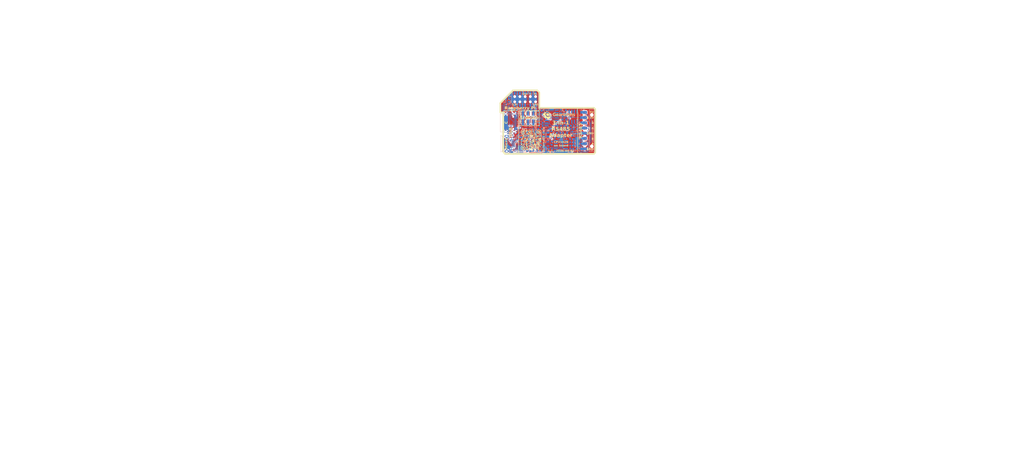
<source format=kicad_pcb>
(kicad_pcb (version 20240108) (generator "pcbnew") (generator_version "8.0")
  (title_block (title "${projectName}") (date "2025-06-06") (rev "1.1"))
  (layers (0 "F.Cu" signal "Front") (31 "B.Cu" signal "Back") (34 "B.Paste" user) (35 "F.Paste" user) (36 "B.SilkS" user "B.Silkscreen") (37 "F.SilkS" user "F.Silkscreen") (38 "B.Mask" user) (39 "F.Mask" user) (44 "Edge.Cuts" user))
  (property "boardName" "3-in-1 RS485 Adapter")
  (property "coverName" "Cover")
  (property "indexName" "Index")
  (property "powerBDName" "Power Block Diagram")
  (property "projectName" "3-in-1 RS485 Adapter")
  (property "schTopName" "Schematic")
  (property "signalBDName" "Signal Block Diagram")
  (net 0 "")
  (net 1 "GND")
  (net 2 "/index/schTop/USB_D-")
  (net 3 "/index/schTop/USB_D+")
  (net 4 "+5V")
  (net 5 "+3.3V")
  (net 6 "Net-(Q1-D)")
  (net 7 "Net-(D5-A)")
  (net 8 "Net-(U2A-+)")
  (net 9 "Net-(D1-IO1)")
  (net 11 "/index/schTop/TXDR")
  (net 12 "/index/schTop/RXDR")
  (net 13 "/index/schTop/TXDA")
  (net 14 "/index/schTop/RXDA")
  (net 15 "/index/schTop/~{RST}")
  (net 21 "Net-(J5-CC1)")
  (net 23 "Net-(J5-CC2)")
  (net 25 "Net-(D6-A)")
  (net 26 "Net-(Q1-G)")
  (net 27 "Net-(Q3-D)")
  (net 31 "/index/schTop/TXDU")
  (net 42 "/index/schTop/RXDU")
  (net 43 "Net-(D4-A)")
  (net 45 "Net-(D6-K)")
  (net 46 "/index/schTop/RXD")
  (net 47 "/index/schTop/TXD")
  (net 48 "/index/schTop/TXEN")
  (net 49 "/index/schTop/VBUS_div")
  (net 50 "unconnected-(D5-K-Pad1)")
  (net 51 "Net-(Q2-D)")
  (net 52 "Net-(U6-Pad5)")
  (net 53 "/index/schTop/RS485A")
  (net 54 "/index/schTop/RS485B")
  (net 55 "Net-(Q3-G)")
  (net 56 "Net-(R21-Pad1)")
  (net 57 "Net-(Q2-G)")
  (net 58 "Net-(U2B-+)")
  (footprint "rs485RPihat:testpoint_no_border" (layer "F.Cu") (at 67.89 134.258571)
    (property "Reference" "TP13" (hide yes))
    (property "Value" "TestPoint" (hide yes))
  )
  (footprint "rs485RPihat:testpoint_no_border" (layer "F.Cu") (at 67.89 131.72)
    (property "Reference" "TP14" (hide yes))
    (property "Value" "TestPoint" (hide yes))
  )
  (footprint "rs485RPihat:testpoint_no_border" (layer "F.Cu") (at 37.78 132.27 90)
    (property "Reference" "TP3" (hide yes))
    (property "Value" "TestPoint" (hide yes))
  )
  (footprint "rs485RPihat:testpoint_no_border" (layer "F.Cu") (at 67.89 146.951426)
    (property "Reference" "TP8" (hide yes))
    (property "Value" "TestPoint" (hide yes))
  )
  (footprint "rs485RPihat:testpoint_no_border" (layer "F.Cu") (at 67.89 136.797142)
    (property "Reference" "TP12" (hide yes))
    (property "Value" "TestPoint" (hide yes))
  )
  (footprint "LOGO" (layer "F.Cu") (at 41.77 145.12)
    (property "Reference" "G***" (hide yes))
    (property "Value" "LOGO" (hide yes))
  )
  (footprint "rs485RPihat:testpoint_no_border" (layer "F.Cu") (at 67.89 139.335713)
    (property "Reference" "TP11" (hide yes))
    (property "Value" "TestPoint" (hide yes))
  )
  (footprint "rs485RPihat:testpoint_no_border" (layer "F.Cu") (at 42.86 132.27 90)
    (property "Reference" "TP2" (hide yes))
    (property "Value" "TestPoint" (hide yes))
  )
  (footprint "rs485RPihat:testpoint_no_border" (layer "F.Cu") (at 67.89 144.412855)
    (property "Reference" "TP9" (hide yes))
    (property "Value" "TestPoint" (hide yes))
  )
  (footprint "rs485RPihat:testpoint_no_border" (layer "F.Cu") (at 37.78 136.19 90)
    (property "Reference" "TP4" (hide yes))
    (property "Value" "TestPoint" (hide yes))
  )
  (footprint "rs485RPihat:testpoint_no_border" (layer "F.Cu") (at 40.32 132.27 90)
    (property "Reference" "TP5" (hide yes))
    (property "Value" "TestPoint" (hide yes))
  )
  (footprint "rs485RPihat:testpoint_no_border" (layer "F.Cu") (at 40.32 136.19 90)
    (property "Reference" "TP6" (hide yes))
    (property "Value" "TestPoint" (hide yes))
  )
  (footprint "rs485RPihat:testpoint_no_border" (layer "F.Cu") (at 67.89 141.874284)
    (property "Reference" "TP10" (hide yes))
    (property "Value" "TestPoint" (hide yes))
  )
  (footprint "rs485RPihat:testpoint_no_border" (layer "F.Cu") (at 42.86 136.19 90)
    (property "Reference" "TP1" (hide yes))
    (property "Value" "TestPoint" (hide yes))
  )
  (footprint "rs485RPihat:testpoint_no_border" (layer "F.Cu") (at 67.89 149.49)
    (property "Reference" "TP7" (hide yes))
    (property "Value" "TestPoint" (hide yes))
  )
  (footprint "Capacitor_SMD:C_0603_1608Metric" (layer "B.Cu") (at 33.95 130.32)
    (property "Reference" "C1")
    (property "Value" "22pF/50V")
  )
  (footprint "Capacitor_SMD:C_0603_1608Metric" (layer "B.Cu") (at 40.61 146.18)
    (property "Reference" "C2")
    (property "Value" "100nF/50V")
  )
  (footprint "Capacitor_SMD:C_0603_1608Metric" (layer "B.Cu") (at 40.6 143.97 90)
    (property "Reference" "C3")
    (property "Value" "10uF/10V")
  )
  (footprint "Capacitor_SMD:C_0603_1608Metric" (layer "B.Cu") (at 37.17 144.66 90)
    (property "Reference" "C4")
    (property "Value" "100nF/50V")
  )
  (footprint "Capacitor_SMD:C_0603_1608Metric" (layer "B.Cu") (at 38.65 143.97 90)
    (property "Reference" "C5")
    (property "Value" "10uF/10V")
  )
  (footprint "Capacitor_SMD:C_0603_1608Metric" (layer "B.Cu") (at 60.43 138.22)
    (property "Reference" "C7")
    (property "Value" "100nF/50V")
  )
  (footprint "Capacitor_SMD:C_0603_1608Metric" (layer "B.Cu") (at 30.92 125.74 90)
    (property "Reference" "C8")
    (property "Value" "100nF/50V")
  )
  (footprint "Capacitor_SMD:C_0603_1608Metric" (layer "B.Cu") (at 46.13 130.99 180)
    (property "Reference" "C9")
    (property "Value" "100nF/50V")
  )
  (footprint "Celebi:SOT23-6L" (layer "B.Cu") (at 29.72 129.586501 180)
    (property "Reference" "D1")
    (property "Value" "TVS_5V" (hide yes))
  )
  (footprint "Celebi:SOT23-3" (layer "B.Cu") (at 62.84 142.11 180)
    (property "Reference" "D3")
    (property "Value" "SM712" (hide yes))
  )
  (footprint "Celebi:usb-MicroXNJ" (layer "B.Cu") (at 29.8724 146.95 180)
    (property "Reference" "J1")
    (property "Value" "USB-Micro" (hide yes))
  )
  (footprint "Connector_PinHeader_2.54mm:PinHeader_2x03_P2.54mm_Vertical_SMD" (layer "B.Cu") (at 40.3 134.22 -90)
    (property "Reference" "J4")
    (property "Value" "Conn_02x03_Odd_Even")
  )
  (footprint "Resistor_SMD:R_0603_1608Metric" (layer "B.Cu") (at 40.63 150.56)
    (property "Reference" "R2")
    (property "Value" "4.7k")
  )
  (footprint "Resistor_SMD:R_0603_1608Metric" (layer "B.Cu") (at 60.23 139.78)
    (property "Reference" "R3")
    (property "Value" "560R")
  )
  (footprint "Resistor_SMD:R_0603_1608Metric" (layer "B.Cu") (at 63.46 138.219998 180)
    (property "Reference" "R5")
    (property "Value" "220R")
  )
  (footprint "Resistor_SMD:R_0603_1608Metric" (layer "B.Cu") (at 46.54 138.28)
    (property "Reference" "R6")
    (property "Value" "10k")
  )
  (footprint "Resistor_SMD:R_0603_1608Metric" (layer "B.Cu") (at 46.55 136.78)
    (property "Reference" "R7")
    (property "Value" "10k")
  )
  (footprint "Resistor_SMD:R_0603_1608Metric" (layer "B.Cu") (at 56.21 131.27 90)
    (property "Reference" "R8")
    (property "Value" "10k")
  )
  (footprint "Resistor_SMD:R_0603_1608Metric" (layer "B.Cu") (at 57.95 135.28)
    (property "Reference" "R9")
    (property "Value" "1k")
  )
  (footprint "Resistor_SMD:R_0603_1608Metric" (layer "B.Cu") (at 57.93 136.75)
    (property "Reference" "R10")
    (property "Value" "1k")
  )
  (footprint "Resistor_SMD:R_0603_1608Metric" (layer "B.Cu") (at 57.95 133.68)
    (property "Reference" "R11")
    (property "Value" "1k")
  )
  (footprint "Celebi:SOD323" (layer "B.Cu") (at 35.43 143.77 -90)
    (property "Reference" "D2")
    (property "Value" "1N5819WS" (hide yes))
  )
  (footprint "rs485RPihat:con-WR-PHD-61031021821" (layer "B.Cu") (at 38.862 125.2982 -90)
    (property "Reference" "J3")
    (property "Value" "Raspberry-Pi_2x5-Pin_Header" (hide yes))
  )
  (footprint "LED_SMD:LED_0805_2012Metric" (layer "B.Cu") (at 38.84 141.36)
    (property "Reference" "D4")
    (property "Value" "yellow")
  )
  (footprint "Resistor_SMD:R_0603_1608Metric" (layer "B.Cu") (at 55.14 141.68)
    (property "Reference" "R16")
    (property "Value" "10k")
  )
  (footprint "Capacitor_SMD:C_0603_1608Metric" (layer "B.Cu") (at 61.58 146.29 180)
    (property "Reference" "C15")
    (property "Value" "1nF")
  )
  (footprint "Package_TO_SOT_SMD:SOT-23" (layer "B.Cu") (at 58.34 142.7225 -90)
    (property "Reference" "Q1")
    (property "Value" "BSS84AK,215")
  )
  (footprint "Package_TO_SOT_SMD:SOT-23" (layer "B.Cu") (at 49.06 147.037501 180)
    (property "Reference" "Q3")
    (property "Value" "BSS84AK,215")
  )
  (footprint "Resistor_SMD:R_0603_1608Metric" (layer "B.Cu") (at 43.64 146.51)
    (property "Reference" "R18")
    (property "Value" "10M")
  )
  (footprint "Package_TO_SOT_SMD:SOT-23" (layer "B.Cu") (at 43.82 149.17 90)
    (property "Reference" "Q2")
    (property "Value" "BSS84AK,215")
  )
  (footprint "Capacitor_SMD:C_0603_1608Metric" (layer "B.Cu") (at 43.57 145.05)
    (property "Reference" "C6")
    (property "Value" "10nF")
  )
  (footprint "Package_SO:SOIC-8_3.9x4.9mm_P1.27mm" (layer "B.Cu") (at 62.2 133.75 -90)
    (property "Reference" "U5")
    (property "Value" "SP3485EN")
  )
  (footprint "Resistor_SMD:R_0603_1608Metric" (layer "B.Cu") (at 46.13 139.75)
    (property "Reference" "R24")
    (property "Value" "75R")
  )
  (footprint "Resistor_SMD:R_0603_1608Metric" (layer "B.Cu") (at 57.99 138.97 90)
    (property "Reference" "R29")
    (property "Value" "4.7k")
  )
  (footprint "Resistor_SMD:R_0603_1608Metric" (layer "B.Cu") (at 63.26 139.79 180)
    (property "Reference" "R1")
    (property "Value" "560R")
  )
  (footprint "Resistor_SMD:R_0603_1608Metric" (layer "B.Cu") (at 51.71 141.7 90)
    (property "Reference" "R23")
    (property "Value" "75R")
  )
  (footprint "Capacitor_SMD:C_0603_1608Metric" (layer "B.Cu") (at 54.089999 143.94 180)
    (property "Reference" "C12")
    (property "Value" "100nF/50V")
  )
  (footprint "Resistor_SMD:R_0603_1608Metric" (layer "B.Cu") (at 40.62 147.64 180)
    (property "Reference" "R26")
    (property "Value" "20k")
  )
  (footprint "rs485RPihat:Connector_8-pin_SMT_hole_1.5mm" (layer "B.Cu") (at 71.31 140.58 90)
    (property "Reference" "J2")
    (property "Value" "TSM-108-01-T-SH-A-P-TR")
  )
  (footprint "Resistor_SMD:R_0603_1608Metric" (layer "B.Cu") (at 51.11 150.94)
    (property "Reference" "R4")
    (property "Value" "20k")
  )
  (footprint "Capacitor_SMD:C_0603_1608Metric" (layer "B.Cu") (at 61.580001 147.84 180)
    (property "Reference" "C16")
    (property "Value" "100nF/50V")
  )
  (footprint "Resistor_SMD:R_0603_1608Metric" (layer "B.Cu") (at 40.61 149.1)
    (property "Reference" "R27")
    (property "Value" "10k")
  )
  (footprint "Resistor_SMD:R_0402_1005Metric" (layer "B.Cu") (at 29.69 126.11 90)
    (property "Reference" "R15")
    (property "Value" "5.1k")
  )
  (footprint "Resistor_SMD:R_0603_1608Metric" (layer "B.Cu") (at 56.28 139.03 -90)
    (property "Reference" "R21")
    (property "Value" "4.7k")
  )
  (footprint "Package_DFN_QFN:QFN-24-1EP_4x4mm_P0.5mm_EP2.6x2.6mm" (layer "B.Cu") (at 36.52 149.04 -90)
    (property "Reference" "U1")
    (property "Value" "CP2102N-A02-GQFN24R")
  )
  (footprint "Package_TO_SOT_SMD:SOT-23" (layer "B.Cu") (at 45.2 142.4 90)
    (property "Reference" "Q4")
    (property "Value" "Q_NMOS_GSD")
  )
  (footprint "Capacitor_SMD:C_0603_1608Metric" (layer "B.Cu") (at 51.73 146.7 -90)
    (property "Reference" "C10")
    (property "Value" "10nF")
  )
  (footprint "Resistor_SMD:R_0603_1608Metric" (layer "B.Cu") (at 42.02 140.98 180)
    (property "Reference" "R22")
    (property "Value" "4.7k")
  )
  (footprint "Resistor_SMD:R_0603_1608Metric" (layer "B.Cu") (at 46.4 146.79 90)
    (property "Reference" "R17")
    (property "Value" "10M")
  )
  (footprint "Resistor_SMD:R_0603_1608Metric" (layer "B.Cu") (at 51.11 149.48 180)
    (property "Reference" "R13")
    (property "Value" "20k")
  )
  (footprint "Resistor_SMD:R_0402_1005Metric" (layer "B.Cu") (at 29.11 127.54)
    (property "Reference" "R14")
    (property "Value" "5.1k")
  )
  (footprint "Celebi:SOT23-6L" (layer "B.Cu") (at 46.066501 133.86 -90)
    (property "Reference" "D7")
    (property "Value" "TVS_5V" (hide yes))
  )
  (footprint "LED_SMD:LED_0805_2012Metric" (layer "B.Cu") (at 50.01 142.517501 90)
    (property "Reference" "D5")
    (property "Value" "green")
  )
  (footprint "LED_SMD:LED_0805_2012Metric" (layer "B.Cu") (at 47.85 142.515002 90)
    (property "Reference" "D6")
    (property "Value" "red")
  )
  (footprint "Resistor_SMD:R_0603_1608Metric" (layer "B.Cu") (at 47.02 150.29)
    (property "Reference" "R28")
    (property "Value" "4.7k")
  )
  (footprint "Resistor_SMD:R_0603_1608Metric" (layer "B.Cu") (at 61.58 144.71 180)
    (property "Reference" "R12")
    (property "Value" "1k")
  )
  (footprint "Capacitor_SMD:C_0603_1608Metric" (layer "B.Cu") (at 53.93 139.77)
    (property "Reference" "C11")
    (property "Value" "100nF/50V")
  )
  (footprint "Package_SO:SOIC-8_3.9x4.9mm_P1.27mm" (layer "B.Cu") (at 56.31 147.39 180)
    (property "Reference" "U2")
    (property "Value" "LM393DR2G")
  )
  (footprint "Resistor_SMD:R_0603_1608Metric" (layer "B.Cu") (at 60.82 150.09 90)
    (property "Reference" "R19")
    (property "Value" "10k")
  )
  (footprint "Resistor_SMD:R_0603_1608Metric" (layer "B.Cu") (at 63.07 149.35 180)
    (property "Reference" "R20")
    (property "Value" "20k")
  )
  (footprint "Connector_USB:USB_C_Receptacle_Palconn_UTC16-G" (layer "B.Cu") (at 31.609 136.779 90)
    (property "Reference" "J5")
    (property "Value" "USB_C_Receptacle")
  )
  (footprint "Resistor_SMD:R_0603_1608Metric" (layer "B.Cu") (at 58.68 131.46 -90)
    (property "Reference" "R25")
    (property "Value" "10k")
  )
  (footprint "Package_SO:SOIC-14_3.9x8.7mm_P1.27mm" (layer "B.Cu") (at 51.76 134.37)
    (property "Reference" "U6")
    (property "Value" "CD4023BM/TR")
  )
  (gr_circle (center 41.9 142.1) (end 42.1 142.1) (stroke (width 0.15)) (fill none) (layer "B.SilkS"))
  (gr_circle (center 62.7 142.3) (end 62.9 142.3) (stroke (width 0.15)) (fill none) (layer "B.SilkS"))
  (gr_poly (pts (xy 50.941383 133.031482) (xy 50.971016 133.429417) (xy 50.841902 133.295358) (xy 50.826379 133.272779) (xy 50.817207 133.24738) (xy 50.815089 133.219862) (xy 50.820734 133.193052) (xy 50.834138 133.169061) (xy 50.927272 133.044176) (xy 50.941385 133.031476)) (fill solid) (layer "F.SilkS"))
  (gr_line (start 48.735112 132.678703) (end 48.735112 132.725267) (stroke (width 0.026105)) (layer "F.SilkS"))
  (gr_line (start 51.324501 132.409175) (end 51.363306 132.407057) (stroke (width 0.026105)) (layer "F.SilkS"))
  (gr_line (start 49.420914 133.231154) (end 49.458308 133.264314) (stroke (width 0.026105)) (layer "F.SilkS"))
  (gr_poly (pts (xy 51.284283 132.173528) (xy 51.296983 132.181993) (xy 51.3245 132.409175) (xy 51.220077 132.331567) (xy 51.231367 132.201042) (xy 51.254649 132.179874) (xy 51.268762 132.17282)) (fill solid) (layer "F.SilkS"))
  (gr_poly (pts (xy 53.206303 131.901273) (xy 53.231063 131.901939) (xy 53.255271 131.903046) (xy 53.278922 131.904591) (xy 53.302011 131.906572) (xy 53.324533 131.908986) (xy 53.346483 131.911832) (xy 53.367857 131.915107) (xy 53.388756 131.918769) (xy 53.408975 131.922626) (xy 53.428511 131.926676) (xy 53.447361 131.93092) (xy 53.465523 131.935357) (xy 53.482995 131.939989) (xy 53.499774 131.944814) (xy 53.515858 131.949833) (xy 53.531187 131.954862) (xy 53.545856 131.960023) (xy 53.559867 131.965316) (xy 53.573219 131.970736) (xy 53.585912 131.976283) (xy 53.597946 131.981953) (xy 53.609321 131.987745) (xy 53.620038 131.993655) (xy 53.630173 131.999372) (xy 53.6395 132.004898) (xy 53.648022 132.010235) (xy 53.655746 132.015385) (xy 53.662674 132.020351) (xy 53.668813 132.025136) (xy 53.674167 132.029741) (xy 53.676552 132.031977) (xy 53.678741 132.034169) (xy 53.680762 132.036318) (xy 53.682714 132.038578) (xy 53.684597 132.040951) (xy 53.686412 132.043435) (xy 53.688158 132.046033) (xy 53.689835 132.048743) (xy 53.691442 132.051567) (xy 53.692979 132.054504) (xy 53.694445 132.057555) (xy 53.695842 132.06072) (xy 53.697167 132.064) (xy 53.698421 132.067394) (xy 53.699604 132.070903) (xy 53.700715 132.074528) (xy 53.701754 132.078269) (xy 53.702721 132.082125) (xy 53.704465 132.090487) (xy 53.705976 132.099763) (xy 53.707255 132.109954) (xy 53.708301 132.121063) (xy 53.709115 132.133093) (xy 53.709696 132.146045) (xy 53.710045 132.159923) (xy 53.710161 132.174729) (xy 53.71016 132.174729) (xy 53.71016 132.17473) (xy 53.710159 132.17473) (xy 53.710102 132.183488) (xy 53.709933 132.191935) (xy 53.709658 132.200066) (xy 53.709281 132.20788) (xy 53.708807 132.215374) (xy 53.708242 132.222546) (xy 53.707589 132.229394) (xy 53.706854 132.235914) (xy 53.705963 132.242193) (xy 53.704997 132.248159) (xy 53.703958 132.253809) (xy 53.702849 132.259143) (xy 53.701672 132.264157) (xy 53.70043 132.268848) (xy 53.699124 132.273215) (xy 53.697758 132.277255) (xy 53.697124 132.279084) (xy 53.696461 132.28085) (xy 53.69577 132.282552) (xy 53.695052 132.28419) (xy 53.694308 132.285764) (xy 53.693537 132.287273) (xy 53.692741 132.288718) (xy 53.69192 132.290097) (xy 53.691074 132.291411) (xy 53.690205 132.29266) (xy 53.689313 132.293842) (xy 53.688399 132.294958) (xy 53.687463 132.296007) (xy 53.686505 132.29699) (xy 53.685527 132.297905) (xy 53.684529 132.298753) (xy 53.683582 132.299465) (xy 53.682601 132.300129) (xy 53.681587 132.300745) (xy 53.680541 132.301314) (xy 53.679461 132.301835) (xy 53.678349 132.30231) (xy 53.677205 132.302738) (xy 53.676029 132.303119) (xy 53.674822 132.303455) (xy 53.673583 132.303745) (xy 53.672314 132.303989) (xy 53.671014 132.304188) (xy 53.669683 132.304343) (xy 53.668323 132.304453) (xy 53.666933 132.304519) (xy 53.665514 132.30454) (xy 53.663459 132.304453) (xy 53.661251 132.304192) (xy 53.658887 132.303756) (xy 53.65637 132.303145) (xy 53.653699 132.30236) (xy 53.650874 132.301401) (xy 53.647896 132.300267) (xy 53.644765 132.298959) (xy 53.641482 132.297477) (xy 53.638046 132.29582) (xy 53.634458 132.293989) (xy 53.630719 132.291983) (xy 53.626828 132.289803) (xy 53.622786 132.287448) (xy 53.618593 132.284919) (xy 53.61425 132.282216) (xy 53.604977 132.276586) (xy 53.594987 132.270857) (xy 53.584281 132.265026) (xy 53.572857 132.259091) (xy 53.560716 132.253049) (xy 53.547858 132.246899) (xy 53.534284 132.240636) (xy 53.519992 132.23426) (xy 53.504914 132.227962) (xy 53.489135 132.221781) (xy 53.472647 132.215715) (xy 53.455448 132.209766) (xy 53.437532 132.203933) (xy 53.418894 132.198216) (xy 53.399529 132.192616) (xy 53.379433 132.187131) (xy 53.358706 132.181899) (xy 53.337145 132.177365) (xy 53.314745 132.173528) (xy 53.291504 132.170388) (xy 53.267421 132.167947) (xy 53.242493 132.166203) (xy 53.216716 132.165156) (xy 53.190089 132.164807) (xy 53.175795 132.164962) (xy 53.161671 132.165427) (xy 53.147716 132.166203) (xy 53.13393 132.167288) (xy 53.120314 132.168683) (xy 53.106868 132.170388) (xy 53.093591 132.172404) (xy 53.080484 132.174729) (xy 53.067546 132.177365) (xy 53.054778 132.18031) (xy 53.042179 132.183566) (xy 53.029751 132.187131) (xy 53.017491 132.191007) (xy 53.005401 132.195193) (xy 52.993481 132.199689) (xy 52.981731 132.204495) (xy 52.970246 132.209589) (xy 52.95897 132.214949) (xy 52.947902 132.220575) (xy 52.937043 132.226467) (xy 52.926392 132.232624) (xy 52.915949 132.239046) (xy 52.905715 132.245732) (xy 52.895689 132.252683) (xy 52.885871 132.259898) (xy 52.876262 132.267376) (xy 52.866861 132.275119) (xy 52.857668 132.283124) (xy 52.848683 132.291392) (xy 52.839907 132.299922) (xy 52.831339 132.308715) (xy 52.82298 132.317769) (xy 52.814807 132.326994) (xy 52.806876 132.33645) (xy 52.799188 132.346138) (xy 52.791742 132.356058) (xy 52.784538 132.36621) (xy 52.777576 132.376592) (xy 52.770857 132.387205) (xy 52.764379 132.398049) (xy 52.758144 132.409122) (xy 52.752152 132.420426) (xy 52.746401 132.431959) (xy 52.740892 132.443721) (xy 52.735626 132.455712) (xy 52.730602 132.467932) (xy 52.725821 132.48038) (xy 52.721281 132.493056) (xy 52.716965 132.505855) (xy 52.712929 132.518829) (xy 52.709173 132.531978) (xy 52.705698 132.545301) (xy 52.702502 132.558798) (xy 52.699586 132.57247) (xy 52.696949 132.586316) (xy 52.694591 132.600336) (xy 52.692511 132.614531) (xy 52.69071 132.6289) (xy 52.689186 132.643444) (xy 52.687941 132.658162) (xy 52.686972 132.673055) (xy 52.686281 132.688121) (xy 52.685728 132.718778) (xy 52.686291 132.752217) (xy 52.687983 132.78463) (xy 52.690808 132.816022) (xy 52.694772 132.846394) (xy 52.699879 132.875748) (xy 52.706134 132.904087) (xy 52.709694 132.917877) (xy 52.713542 132.931414) (xy 52.71768 132.944698) (xy 52.722108 132.95773) (xy 52.726754 132.970544) (xy 52.731623 132.983097) (xy 52.736713 132.995388) (xy 52.742026 133.007417) (xy 52.74756 133.019185) (xy 52.753316 133.030691) (xy 52.759292 133.041935) (xy 52.76549 133.052918) (xy 52.771908 133.06364) (xy 52.778546 133.074099) (xy 52.785404 133.084297) (xy 52.792481 133.094234) (xy 52.799778 133.103908) (xy 52.807293 133.113322) (xy 52.815027 133.122473) (xy 52.82298 133.131363) (xy 52.83122 133.139914) (xy 52.839665 133.148202) (xy 52.848312 133.156228) (xy 52.857164 133.16399) (xy 52.866218 133.171489) (xy 52.875477 133.178722) (xy 52.884938 133.185691) (xy 52.894603 133.192393) (xy 52.904472 133.198829) (xy 52.914544 133.204998) (xy 52.92482 133.210899) (xy 52.935299 133.216533) (xy 52.945981 133.221897) (xy 52.956867 133.226991) (xy 52.967957 133.231816) (xy 52.97925 133.23637) (xy 52.990683 133.240686) (xy 53.002272 133.244722) (xy 53.014016 133.248478) (xy 53.025917 133.251953) (xy 53.037974 133.255149) (xy 53.050187 133.258065) (xy 53.062557 133.260702) (xy 53.075084 133.263061) (xy 53.087769 133.26514) (xy 53.100611 133.266942) (xy 53.113612 133.268465) (xy 53.12677 133.269711) (xy 53.140088 133.270679) (xy 53.153564 133.271371) (xy 53.1672 133.271785) (xy 53.180995 133.271923) (xy 53.194385 133.271748) (xy 53.207734 133.271219) (xy 53.221039 133.270332) (xy 53.234299 133.269081) (xy 53.24751 133.267462) (xy 53.26067 133.26547) (xy 53.273777 133.2631) (xy 53.286829 133.260348) (xy 53.299899 133.257053) (xy 53.312754 133.253371) (xy 53.32539 133.249302) (xy 53.337807 133.244845) (xy 53.35 133.24) (xy 53.361969 133.234768) (xy 53.37371 133.229148) (xy 53.38522 133.223141) (xy 53.38522 132.855204) (xy 53.085083 132.855204) (xy 53.083697 132.855178) (xy 53.082331 132.855098) (xy 53.080985 132.854964) (xy 53.079657 132.854778) (xy 53.078349 132.854538) (xy 53.07706 132.854245) (xy 53.075791 132.853899) (xy 53.074541 132.853499) (xy 53.073311 132.853046) (xy 53.0721 132.85254) (xy 53.070908 132.85198) (xy 53.069735 132.851367) (xy 53.068582 132.850701) (xy 53.067449 132.849982) (xy 53.066334 132.849209) (xy 53.065239 132.848383) (xy 53.064164 132.847504) (xy 53.063108 132.846571) (xy 53.061054 132.844546) (xy 53.059077 132.842308) (xy 53.057178 132.839856) (xy 53.055356 132.837192) (xy 53.053612 132.834314) (xy 53.051946 132.831223) (xy 53.050357 132.827919) (xy 53.048932 132.824358) (xy 53.047604 132.820496) (xy 53.046372 132.816333) (xy 53.045234 132.811867) (xy 53.044192 132.807099) (xy 53.043242 132.802027) (xy 53.042387 132.796651) (xy 53.041624 132.790971) (xy 53.040953 132.784985) (xy 53.040373 132.778693) (xy 53.039884 132.772095) (xy 53.039486 132.76519) (xy 53.039177 132.757978) (xy 53.038957 132.750457) (xy 53.038782 132.734488) (xy 53.038937 132.717858) (xy 53.03913 132.710089) (xy 53.039401 132.702681) (xy 53.03975 132.695632) (xy 53.040176 132.688939) (xy 53.04068 132.682599) (xy 53.041261 132.676611) (xy 53.042085 132.67101) (xy 53.043002 132.665681) (xy 53.044012 132.660623) (xy 53.045112 132.655837) (xy 53.046298 132.651322) (xy 53.04757 132.647078) (xy 53.048923 132.643105) (xy 53.050357 132.639404) (xy 53.051178 132.637689) (xy 53.052014 132.636031) (xy 53.052864 132.634432) (xy 53.053729 132.632889) (xy 53.054608 132.631404) (xy 53.055502 132.629975) (xy 53.05641 132.628602) (xy 53.057333 132.627286) (xy 53.058271 132.626025) (xy 53.059223 132.624819) (xy 53.060189 132.623669) (xy 53.06117 132.622573) (xy 53.062165 132.621532) (xy 53.063175 132.620545) (xy 53.0642 132.619612) (xy 53.065239 132.618733) (xy 53.06637 132.617943) (xy 53.067516 132.617203) (xy 53.068677 132.616511) (xy 53.069851 132.615868) (xy 53.071041 132.615276) (xy 53.072245 132.614733) (xy 53.073463 132.61424) (xy 53.074696 132.613798) (xy 53.075944 132.613407) (xy 53.077206 132.613067) (xy 53.078482 132.612778) (xy 53.079773 132.612542) (xy 53.081079 132.612357) (xy 53.082399 132.612225) (xy 53.083734 132.612145) (xy 53.085083 132.612118) (xy 53.620038 132.612118) (xy 53.622499 132.612145) (xy 53.624921 132.612225) (xy 53.627305 132.612357) (xy 53.62965 132.612542) (xy 53.631956 132.612778) (xy 53.634223 132.613067) (xy 53.636452 132.613407) (xy 53.638641 132.613798) (xy 53.640792 132.61424) (xy 53.642904 132.614733) (xy 53.644978 132.615276) (xy 53.647013 132.615868) (xy 53.649009 132.616511) (xy 53.650966 132.617203) (xy 53.652884 132.617943) (xy 53.654764 132.618733) (xy 53.656687 132.619612) (xy 53.658582 132.620545) (xy 53.660447 132.621532) (xy 53.662283 132.622573) (xy 53.66409 132.623669) (xy 53.665868 132.624819) (xy 53.667617 132.626025) (xy 53.669337 132.627286) (xy 53.671028 132.628602) (xy 53.672689 132.629975) (xy 53.674322 132.631404) (xy 53.675926 132.632889) (xy 53.6775 132.634432) (xy 53.679046 132.636031) (xy 53.680562 132.637689) (xy 53.682049 132.639404) (xy 53.683462 132.641092) (xy 53.68483 132.642824) (xy 53.686155 132.6446) (xy 53.687437 132.646419) (xy 53.688674 132.648281) (xy 53.689868 132.650188) (xy 53.691019 132.652138) (xy 53.692126 132.654131) (xy 53.693189 132.656169) (xy 53.694209 132.658249) (xy 53.695185 132.660374) (xy 53.696118 132.662542) (xy 53.697007 132.664753) (xy 53.697852 132.667009) (xy 53.698654 132.669307) (xy 53.699412 132.67165) (xy 53.700202 132.673961) (xy 53.700943 132.67632) (xy 53.701635 132.678729) (xy 53.702277 132.681187) (xy 53.70287 132.683695) (xy 53.703413 132.686253) (xy 53.703906 132.688861) (xy 53.704348 132.691519) (xy 53.704739 132.694229) (xy 53.705079 132.696989) (xy 53.705367 132.699801) (xy 53.705604 132.702665) (xy 53.705789 132.705581) (xy 53.705921 132.708549) (xy 53.706001 132.71157) (xy 53.706027 132.714644) (xy 53.706027 133.34551) (xy 53.705974 133.35005) (xy 53.705815 133.354521) (xy 53.70555 133.358925) (xy 53.705181 133.363261) (xy 53.704708 133.367529) (xy 53.704131 133.37173) (xy 53.703451 133.375862) (xy 53.702668 133.379927) (xy 53.701784 133.383924) (xy 53.700799 133.387853) (xy 53.699713 133.391714) (xy 53.698528 133.395507) (xy 53.697243 133.399233) (xy 53.695859 133.402891) (xy 53.694377 133.406481) (xy 53.692798 133.410003) (xy 53.691141 133.413372) (xy 53.689271 133.416659) (xy 53.687187 133.419863) (xy 53.684891 133.422983) (xy 53.682382 133.42602) (xy 53.679659 133.428973) (xy 53.676723 133.431842) (xy 53.673574 133.434626) (xy 53.670212 133.437326) (xy 53.666637 133.43994) (xy 53.662848 133.44247) (xy 53.658847 133.444913) (xy 53.654632 133.447271) (xy 53.650204 133.449542) (xy 53.645563 133.451726) (xy 53.640709 133.453824) (xy 53.630487 133.457797) (xy 53.619667 133.461811) (xy 53.608251 133.465869) (xy 53.596241 133.469973) (xy 53.58364 133.474125) (xy 53.570451 133.478328) (xy 53.542316 133.486897) (xy 53.52752 133.491006) (xy 53.512586 133.494965) (xy 53.497512 133.498779) (xy 53.482294 133.502452) (xy 53.466931 133.505989) (xy 53.451421 133.509396) (xy 53.419946 133.515836) (xy 53.404191 133.51883) (xy 53.388394 133.521614) (xy 53.372555 133.524189) (xy 53.356669 133.526559) (xy 53.340734 133.528725) (xy 53.324749 133.53069) (xy 53.308711 133.532456) (xy 53.292616 133.534026) (xy 53.276493 133.535556) (xy 53.26037 133.536891) (xy 53.244247 133.538026) (xy 53.228124 133.538961) (xy 53.212001 133.539692) (xy 53.195878 133.540217) (xy 53.179754 133.540534) (xy 53.163631 133.54064) (xy 53.116666 133.539788) (xy 53.070959 133.53723) (xy 53.026507 133.532967) (xy 52.983306 133.526998) (xy 52.941356 133.519324) (xy 52.920849 133.514847) (xy 52.900653 133.509945) (xy 52.880769 133.504615) (xy 52.861195 133.49886) (xy 52.841932 133.492678) (xy 52.82298 133.48607) (xy 52.804439 133.47906) (xy 52.786257 133.471671) (xy 52.768432 133.463903) (xy 52.750966 133.455755) (xy 52.733856 133.447228) (xy 52.717104 133.438319) (xy 52.700708 133.429028) (xy 52.684668 133.419356) (xy 52.668985 133.409301) (xy 52.653657 133.398862) (xy 52.638685 133.38804) (xy 52.624068 133.376833) (xy 52.609806 133.365241) (xy 52.595898 133.353263) (xy 52.582345 133.340898) (xy 52.569145 133.328147) (xy 52.556312 133.31495) (xy 52.543857 133.301404) (xy 52.531781 133.28751) (xy 52.520085 133.273267) (xy 52.50877 133.258675) (xy 52.497835 133.243734) (xy 52.487281 133.228444) (xy 52.47711 133.212805) (xy 52.467321 133.196818) (xy 52.457916 133.180482) (xy 52.448895 133.163797) (xy 52.440258 133.146763) (xy 52.432007 133.12938) (xy 52.424141 133.111649) (xy 52.416661 133.093569) (xy 52.409569 133.075139) (xy 52.402961 133.056381) (xy 52.396779 133.037312) (xy 52.391023 133.017934) (xy 52.385694 132.998245) (xy 52.380792 132.978246) (xy 52.376315 132.957937) (xy 52.372265 132.937318) (xy 52.368641 132.916389) (xy 52.365444 132.89515) (xy 52.362673 132.873601) (xy 52.360328 132.851742) (xy 52.358409 132.829573) (xy 52.356917 132.807094) (xy 52.355851 132.784304) (xy 52.355212 132.761205) (xy 52.354999 132.737795) (xy 52.35591 132.689882) (xy 52.358648 132.643192) (xy 52.363218 132.597728) (xy 52.366191 132.575456) (xy 52.369623 132.553492) (xy 52.373516 132.531835) (xy 52.377869 132.510486) (xy 52.382684 132.489445) (xy 52.387962 132.468713) (xy 52.393701 132.44829) (xy 52.399904 132.428176) (xy 52.406571 132.408371) (xy 52.413702 132.388876) (xy 52.421219 132.369643) (xy 52.429118 132.350777) (xy 52.437401 132.332279) (xy 52.446065 132.314149) (xy 52.455113 132.296385) (xy 52.464543 132.278988) (xy 52.474356 132.261958) (xy 52.484552 132.245293) (xy 52.49513 132.228995) (xy 52.506091 132.213061) (xy 52.517435 132.197493) (xy 52.529162 132.18229) (xy 52.541271 132.167451) (xy 52.553763 132.152977) (xy 52.566638 132.138866) (xy 52.579895 132.12512) (xy 52.593593 132.11179) (xy 52.607635 132.098852) (xy 52.622021 132.086307) (xy 52.636751 132.074154) (xy 52.651825 132.062393) (xy 52.667243 132.051025) (xy 52.683005 132.04005) (xy 52.699111 132.029467) (xy 52.715562 132.019276) (xy 52.732356 132.009478) (xy 52.749494 132.000072) (xy 52.766976 131.991058) (xy 52.784802 131.982437) (xy 52.802972 131.974209) (xy 52.821486 131.966372) (xy 52.840344 131.958928) (xy 52.859587 131.951943) (xy 52.879102 131.945403) (xy 52.898888 131.93931) (xy 52.918947 131.933665) (xy 52.939278 131.928468) (xy 52.959883 131.92372) (xy 52.98076 131.919421) (xy 53.00191 131.915572) (xy 53.023335 131.912173) (xy 53.045033 131.909226) (xy 53.067006 131.906731) (xy 53.089253 131.904688) (xy 53.111775 131.903097) (xy 53.134573 131.901961) (xy 53.157646 131.901278) (xy 53.180995 131.901051)) (fill solid) (layer "F.SilkS"))
  (gr_poly (pts (xy 49.375757 130.933154) (xy 49.388457 130.947973) (xy 49.390573 130.967732) (xy 49.380695 130.984662) (xy 49.32778 131.033342) (xy 49.338362 130.934563) (xy 49.356708 130.927509)) (fill solid) (layer "F.SilkS"))
  (gr_line (start 51.453618 133.436464) (end 51.495952 133.454809) (stroke (width 0.026105)) (layer "F.SilkS"))
  (gr_line (start 50.319789 131.429868) (end 50.314848 131.422111) (stroke (width 0.026105)) (layer "F.SilkS"))
  (gr_line (start 50.419978 133.198697) (end 50.432677 133.162007) (stroke (width 0.026105)) (layer "F.SilkS"))
  (gr_line (start 51.453618 133.436464) (end 51.363307 133.342626) (stroke (width 0.026105)) (layer "F.SilkS"))
  (gr_line (start 50.271104 132.533364) (end 50.23865 132.495265) (stroke (width 0.026105)) (layer "F.SilkS"))
  (gr_line (start 51.220081 132.331567) (end 51.324502 132.409175) (stroke (width 0.026105)) (layer "F.SilkS"))
  (gr_line (start 49.377167 132.263842) (end 49.344006 132.284299) (stroke (width 0.026105)) (layer "F.SilkS"))
  (gr_line (start 45.67 138.15) (end 45.67 129.58) (stroke (width 0.25)) (layer "F.SilkS"))
  (gr_line (start 51.579208 133.023011) (end 51.567212 133.033595) (stroke (width 0.026105)) (layer "F.SilkS"))
  (gr_line (start 50.148341 132.000661) (end 50.218896 132.046523) (stroke (width 0.026105)) (layer "F.SilkS"))
  (gr_poly (pts (xy 50.841199 132.152357) (xy 50.892 132.182697) (xy 50.845433 132.290649) (xy 50.84543 132.290643) (xy 50.642935 132.497371) (xy 50.796043 132.114962)) (fill solid) (layer "F.SilkS"))
  (gr_line (start 50.51382 131.830619) (end 50.544864 131.869425) (stroke (width 0.026105)) (layer "F.SilkS"))
  (gr_poly (pts (xy 49.039914 132.005602) (xy 48.958775 132.087444) (xy 48.888927 132.178459) (xy 48.83107 132.278647) (xy 48.78662 132.386599) (xy 48.755575 132.500191) (xy 48.738643 132.618723) (xy 48.73582 132.739375) (xy 48.447955 131.40588)) (fill solid) (layer "F.SilkS"))
  (gr_line (start 49.285446 132.332277) (end 49.260048 132.360503) (stroke (width 0.026105)) (layer "F.SilkS"))
  (gr_line (start 49.303085 131.245009) (end 49.394102 131.338143) (stroke (width 0.026105)) (layer "F.SilkS"))
  (gr_line (start 49.425146 131.832034) (end 49.466774 131.857433) (stroke (width 0.026105)) (layer "F.SilkS"))
  (gr_line (start 50.344484 131.472908) (end 50.319789 131.429868) (stroke (width 0.026105)) (layer "F.SilkS"))
  (gr_poly (pts (xy 50.289454 131.219615) (xy 50.28945 131.219616) (xy 50.289453 131.21961)) (fill solid) (layer "F.SilkS"))
  (gr_poly (pts (xy 49.614941 131.245009) (xy 49.612825 131.285933) (xy 49.600828 131.152582)) (fill solid) (layer "F.SilkS"))
  (gr_line (start 50.316968 131.215379) (end 50.272517 131.228782) (stroke (width 0.026105)) (layer "F.SilkS"))
  (gr_poly (pts (xy 49.190903 133.621324) (xy 49.296028 133.698935) (xy 49.408212 133.764551) (xy 49.55779 134.485624) (xy 49.388457 134.432708) (xy 49.241702 134.371326) (xy 49.094242 133.533836)) (fill solid) (layer "F.SilkS"))
  (gr_line (start 50.45455 133.042767) (end 50.455257 133.000438) (stroke (width 0.026105)) (layer "F.SilkS"))
  (gr_poly (pts (xy 50.456666 131.715623) (xy 50.484184 131.781239) (xy 50.521579 131.84121) (xy 50.568146 131.894834) (xy 50.79604 132.114965) (xy 50.642934 132.497374) (xy 50.616122 132.460684) (xy 50.580846 132.412002) (xy 50.546274 132.364023) (xy 50.513112 132.327333) (xy 50.472191 132.28147) (xy 50.441146 131.646491)) (fill solid) (layer "F.SilkS"))
  (gr_line (start 51.625067 133.012427) (end 51.579208 133.023011) (stroke (width 0.026105)) (layer "F.SilkS"))
  (gr_line (start 49.624112 131.223137) (end 49.617055 131.257004) (stroke (width 0.026105)) (layer "F.SilkS"))
  (gr_poly (pts (xy 50.439032 134.485624) (xy 50.412221 134.891317) (xy 50.412218 134.891321) (xy 49.731357 134.932242) (xy 49.769459 133.884492) (xy 49.892931 133.897192) (xy 50.014993 133.895073) (xy 50.134936 133.879551) (xy 50.249943 133.849917) (xy 50.359303 133.806881) (xy 50.460904 133.751141)) (fill solid) (layer "F.SilkS"))
  (gr_line (start 28.197 131.7) (end 26.8 131.7) (stroke (width 0.8)) (layer "F.SilkS"))
  (gr_line (start 51.40564 132.36402) (end 51.416928 132.321687) (stroke (width 0.026105)) (layer "F.SilkS"))
  (gr_poly (pts (xy 49.380695 130.984663) (xy 49.380695 130.984662) (xy 49.380698 130.98466)) (fill solid) (layer "F.SilkS"))
  (gr_line (start 50.92939 132.261012) (end 50.881413 132.266658) (stroke (width 0.026105)) (layer "F.SilkS"))
  (gr_line (start 49.722891 131.056622) (end 49.713719 131.043219) (stroke (width 0.026105)) (layer "F.SilkS"))
  (gr_poly (pts (xy 49.427968 131.089786) (xy 49.421619 131.467256) (xy 49.421619 131.404463) (xy 49.418091 131.380472) (xy 49.408919 131.357893) (xy 49.399747 131.098955) (xy 49.427968 131.089783)) (fill solid) (layer "F.SilkS"))
  (gr_poly (pts (xy 51.095195 132.281467) (xy 51.095195 132.28147) (xy 51.095187 132.281466)) (fill solid) (layer "F.SilkS"))
  (gr_line (start 50.362828 133.298178) (end 50.3847 133.267134) (stroke (width 0.026105)) (layer "F.SilkS"))
  (gr_line (start 49.182437 133.614263) (end 49.221243 133.645308) (stroke (width 0.026105)) (layer "F.SilkS"))
  (gr_line (start 49.157037 132.609561) (end 49.154919 132.651189) (stroke (width 0.026105)) (layer "F.SilkS"))
  (gr_poly (pts (xy 55.760074 132.309889) (xy 55.790346 132.311052) (xy 55.81946 132.31299) (xy 55.847419 132.315703) (xy 55.874224 132.319191) (xy 55.89988 132.323454) (xy 55.924387 132.328493) (xy 55.947749 132.334307) (xy 55.959091 132.337514) (xy 55.970171 132.340934) (xy 55.980991 132.344567) (xy 55.991551 132.348414) (xy 56.001852 132.352474) (xy 56.011895 132.356747) (xy 56.021679 132.361233) (xy 56.031206 132.365932) (xy 56.040476 132.370845) (xy 56.049491 132.37597) (xy 56.058249 132.381309) (xy 56.066753 132.386861) (xy 56.075003 132.392626) (xy 56.082998 132.398605) (xy 56.090741 132.404796) (xy 56.098231 132.411201) (xy 56.105435 132.417833) (xy 56.112396 132.424707) (xy 56.119115 132.431822) (xy 56.12559 132.439177) (xy 56.131822 132.446772) (xy 56.13781 132.454607) (xy 56.143554 132.46268) (xy 56.149054 132.470991) (xy 56.154309 132.479539) (xy 56.159319 132.488324) (xy 56.164084 132.497345) (xy 56.168604 132.506602) (xy 56.172878 132.516094) (xy 56.176905 132.52582) (xy 56.180686 132.53578) (xy 56.184221 132.545973) (xy 56.187525 132.556326) (xy 56.190615 132.566921) (xy 56.193493 132.577756) (xy 56.196157 132.588832) (xy 56.198609 132.600148) (xy 56.200847 132.611703) (xy 56.202872 132.623497) (xy 56.204684 132.635528) (xy 56.206283 132.647797) (xy 56.207669 132.660303) (xy 56.209801 132.686023) (xy 56.21108 132.712682) (xy 56.211507 132.740277) (xy 56.211507 133.475322) (xy 56.211458 133.477463) (xy 56.211313 133.479546) (xy 56.21107 133.481571) (xy 56.210731 133.483538) (xy 56.210295 133.485447) (xy 56.209762 133.487298) (xy 56.209132 133.48909) (xy 56.208406 133.490825) (xy 56.207582 133.492501) (xy 56.206661 133.494119) (xy 56.205644 133.495679) (xy 56.20453 133.497181) (xy 56.203319 133.498625) (xy 56.202011 133.50001) (xy 56.200606 133.501338) (xy 56.199104 133.502607) (xy 56.197498 133.503823) (xy 56.195781 133.504992) (xy 56.193952 133.506113) (xy 56.192014 133.507187) (xy 56.189965 133.508215) (xy 56.187806 133.509198) (xy 56.185538 133.510137) (xy 56.183161 133.51103) (xy 56.180674 133.511881) (xy 56.178079 133.512688) (xy 56.175376 133.513453) (xy 56.172564 133.514176) (xy 56.169645 133.514858) (xy 56.166618 133.5155) (xy 56.163484 133.516101) (xy 56.160243 133.516663) (xy 56.153199 133.517612) (xy 56.145396 133.518443) (xy 56.136832 133.519152) (xy 56.127506 133.519738) (xy 56.117414 133.520198) (xy 56.106554 133.520529) (xy 56.094924 133.52073) (xy 56.082521 133.520797) (xy 56.06913 133.52073) (xy 56.056706 133.520529) (xy 56.045245 133.520198) (xy 56.034746 133.519738) (xy 56.025207 133.519152) (xy 56.016624 133.518443) (xy 56.008997 133.517612) (xy 56.002321 133.516663) (xy 55.999273 133.516101) (xy 55.996333 133.5155) (xy 55.993501 133.514858) (xy 55.990777 133.514176) (xy 55.988162 133.513453) (xy 55.985656 133.512688) (xy 55.983261 133.511881) (xy 55.980977 133.51103) (xy 55.978804 133.510137) (xy 55.976743 133.509198) (xy 55.974795 133.508215) (xy 55.97296 133.507187) (xy 55.971239 133.506113) (xy 55.969632 133.504992) (xy 55.968141 133.503823) (xy 55.966765 133.502607) (xy 55.965452 133.501338) (xy 55.964226 133.50001) (xy 55.963087 133.498625) (xy 55.962034 133.497181) (xy 55.961067 133.495679) (xy 55.960186 133.494119) (xy 55.959389 133.492501) (xy 55.958678 133.490825) (xy 55.958052 133.48909) (xy 55.95751 133.487298) (xy 55.957053 133.485447) (xy 55.956679 133.483538) (xy 55.956389 133.481571) (xy 55.956182 133.479546) (xy 55.956058 133.477463) (xy 55.956016 133.475322) (xy 55.956016 133.388505) (xy 55.947568 133.397376) (xy 55.938964 133.406003) (xy 55.930205 133.414388) (xy 55.921291 133.422528) (xy 55.912221 133.430423) (xy 55.902997 133.438074) (xy 55.893618 133.445478) (xy 55.884084 133.452636) (xy 55.874395 133.459547) (xy 55.86455 133.46621) (xy 55.854551 133.472625) (xy 55.844397 133.478791) (xy 55.834087 133.484707) (xy 55.823623 133.490373) (xy 55.813004 133.495789) (xy 55.802229 133.500953) (xy 55.791382 133.505837) (xy 55.780389 133.510409) (xy 55.769251 133.514671) (xy 55.757968 133.51862) (xy 55.746539 133.522257) (xy 55.734965 133.525581) (xy 55.723246 133.528592) (xy 55.711381 133.531288) (xy 55.699371 133.533669) (xy 55.687216 133.535734) (xy 55.674915 133.537484) (xy 55.662469 133.538916) (xy 55.649878 133.540032) (xy 55.637141 133.540829) (xy 55.624259 133.541308) (xy 55.611232 133.541468) (xy 55.589529 133.5411) (xy 55.568293 133.540002) (xy 55.547527 133.538176) (xy 55.527233 133.535628) (xy 55.507414 133.532364) (xy 55.488072 133.528387) (xy 55.469209 133.523703) (xy 55.450828 133.518317) (xy 55.441796 133.515439) (xy 55.432913 133.512387) (xy 55.424181 133.50916) (xy 55.415598 133.505759) (xy 55.407166 133.502184) (xy 55.398884 133.498434) (xy 55.390753 133.49451) (xy 55.382771 133.490411) (xy 55.374939 133.486138) (xy 55.367258 133.481691) (xy 55.359727 133.477069) (xy 55.352346 133.472273) (xy 55.345115 133.467302) (xy 55.338035 133.462157) (xy 55.331104 133.456838) (xy 55.324324 133.451344) (xy 55.317789 133.445681) (xy 55.311437 133.439852) (xy 55.305269 133.433857) (xy 55.299284 133.427696) (xy 55.293482 133.421367) (xy 55.287862 133.414871) (xy 55.282425 133.408206) (xy 55.27717 133.401373) (xy 55.272096 133.39437) (xy 55.267204 133.387197) (xy 55.262493 133.379853) (xy 55.257962 133.372337) (xy 55.253612 133.36465) (xy 55.249443 133.35679) (xy 55.245453 133.348757) (xy 55.241643 133.34055) (xy 55.238116 133.332207) (xy 55.23482 133.32369) (xy 55.231757 133.314998) (xy 55.228924 133.30613) (xy 55.226321 133.297087) (xy 55.223947 133.287868) (xy 55.221803 133.278472) (xy 55.219886 133.2689) (xy 55.218198 133.259152) (xy 55.216736 133.249226) (xy 55.215501 133.239123) (xy 55.214492 133.228841) (xy 55.213709 133.218382) (xy 55.213149 133.207745) (xy 55.212814 133.196929) (xy 55.212703 133.185934) (xy 55.212815 133.176839) (xy 55.514494 133.176839) (xy 55.514661 133.185324) (xy 55.515163 133.193573) (xy 55.516 133.201584) (xy 55.517171 133.209359) (xy 55.518679 133.216898) (xy 55.520522 133.224201) (xy 55.522701 133.231269) (xy 55.525216 133.238101) (xy 55.528068 133.244698) (xy 55.531258 133.251061) (xy 55.534784 133.257189) (xy 55.538648 133.263084) (xy 55.54285 133.268744) (xy 55.547391 133.274171) (xy 55.55227 133.279365) (xy 55.557487 133.284326) (xy 55.563083 133.289054) (xy 55.56894 133.293473) (xy 55.575059 133.297584) (xy 55.581437 133.301386) (xy 55.588076 133.30488) (xy 55.594976 133.308067) (xy 55.602135 133.310948) (xy 55.609553 133.313523) (xy 55.617231 133.315793) (xy 55.625167 133.317758) (xy 55.633362 133.319419) (xy 55.641816 133.320777) (xy 55.650527 133.321832) (xy 55.659496 133.322585) (xy 55.668722 133.323036) (xy 55.678206 133.323187) (xy 55.686301 133.323058) (xy 55.694309 133.322673) (xy 55.70223 133.32203) (xy 55.710064 133.321129) (xy 55.71781 133.319971) (xy 55.72547 133.318554) (xy 55.733042 133.316879) (xy 55.740527 133.314944) (xy 55.747924 133.312751) (xy 55.755235 133.310298) (xy 55.762458 133.307585) (xy 55.769594 133.304612) (xy 55.776643 133.301379) (xy 55.783605 133.297885) (xy 55.79048 133.29413) (xy 55.797267 133.290114) (xy 55.804098 133.285884) (xy 55.810948 133.281413) (xy 55.817818 133.276699) (xy 55.824707 133.271743) (xy 55.831616 133.266544) (xy 55.838543 133.261104) (xy 55.845491 133.255421) (xy 55.852457 133.249496) (xy 55.859443 133.243329) (xy 55.866449 133.236919) (xy 55.873474 133.230267) (xy 55.880518 133.223373) (xy 55.887581 133.216237) (xy 55.894664 133.208859) (xy 55.901766 133.201238) (xy 55.908888 133.193375) (xy 55.908888 133.00734) (xy 55.790654 133.00734) (xy 55.772381 133.007524) (xy 55.754771 133.008073) (xy 55.73783 133.008986) (xy 55.721563 133.01026) (xy 55.705973 133.011892) (xy 55.691067 133.01388) (xy 55.676848 133.016223) (xy 55.663322 133.018916) (xy 55.650592 133.021804) (xy 55.638447 133.025043) (xy 55.632596 133.026795) (xy 55.626893 133.028635) (xy 55.621339 133.030565) (xy 55.615935 133.032584) (xy 55.610681 133.034693) (xy 55.605577 133.036891) (xy 55.600626 133.03918) (xy 55.595826 133.04156) (xy 55.591179 133.04403) (xy 55.586685 133.046591) (xy 55.582345 133.049244) (xy 55.57816 133.051989) (xy 55.574081 133.054738) (xy 55.570137 133.05756) (xy 55.56633 133.060456) (xy 55.562659 133.063425) (xy 55.559126 133.066468) (xy 55.555729 133.069586) (xy 55.55247 133.072777) (xy 55.549349 133.076044) (xy 55.546366 133.079386) (xy 55.543522 133.082803) (xy 55.540816 133.086295) (xy 55.538249 133.089864) (xy 55.535821 133.093509) (xy 55.533533 133.097231) (xy 55.531385 133.101029) (xy 55.529378 133.104905) (xy 55.527575 133.108892) (xy 55.525889 133.112947) (xy 55.524319 133.11707) (xy 55.522865 133.121261) (xy 55.521528 133.125519) (xy 55.520307 133.129846) (xy 55.519203 133.13424) (xy 55.518214 133.138702) (xy 55.517342 133.143231) (xy 55.516587 133.147829) (xy 55.515947 133.152494) (xy 55.515424 133.157228) (xy 55.515017 133.162029) (xy 55.514727 133.166898) (xy 55.514552 133.171834) (xy 55.514494 133.176839) (xy 55.212815 133.176839) (xy 55.212848 133.174169) (xy 55.213284 133.162593) (xy 55.214011 133.151206) (xy 55.215028 133.14001) (xy 55.216336 133.129003) (xy 55.217935 133.118187) (xy 55.219825 133.107562) (xy 55.222005 133.097128) (xy 55.224475 133.086885) (xy 55.227237 133.076834) (xy 55.230289 133.066975) (xy 55.233632 133.057308) (xy 55.237265 133.047834) (xy 55.24119 133.038552) (xy 55.245404 133.029464) (xy 55.24991 133.020569) (xy 55.254779 133.011902) (xy 55.259929 133.003419) (xy 55.26536 132.99512) (xy 55.271072 132.987006) (xy 55.277065 132.979075) (xy 55.283339 132.971328) (xy 55.289894 132.963766) (xy 55.29673 132.956387) (xy 55.303847 132.949193) (xy 55.311245 132.942183) (xy 55.318923 132.935357) (xy 55.326883 132.928714) (xy 55.335123 132.922257) (xy 55.343645 132.915983) (xy 55.352448 132.909893) (xy 55.361531 132.903987) (xy 55.370971 132.898309) (xy 55.380687 132.892825) (xy 55.39068 132.887533) (xy 55.400951 132.882435) (xy 55.411498 132.877529) (xy 55.422323 132.872816) (xy 55.433426 132.868294) (xy 55.444808 132.863964) (xy 55.456468 132.859825) (xy 55.468407 132.855878) (xy 55.480624 132.852121) (xy 55.493122 132.848555) (xy 55.505899 132.845178) (xy 55.518956 132.841992) (xy 55.532294 132.838995) (xy 55.545912 132.836188) (xy 55.573933 132.830956) (xy 55.603112 132.826421) (xy 55.633444 132.822584) (xy 55.664925 132.819445) (xy 55.697548 132.817003) (xy 55.73131 132.815259) (xy 55.766205 132.814212) (xy 55.802229 132.813864) (xy 55.908888 132.813864) (xy 55.908888 132.747718) (xy 55.908715 132.735131) (xy 55.908197 132.722952) (xy 55.90734 132.711179) (xy 55.90615 132.699814) (xy 55.904629 132.688855) (xy 55.902784 132.678303) (xy 55.90062 132.668159) (xy 55.89814 132.658421) (xy 55.896732 132.653627) (xy 55.895223 132.648935) (xy 55.893612 132.644345) (xy 55.891899 132.639856) (xy 55.890085 132.635469) (xy 55.888169 132.631184) (xy 55.886151 132.627001) (xy 55.884032 132.622919) (xy 55.88181 132.618939) (xy 55.879487 132.615061) (xy 55.877063 132.611285) (xy 55.874536 132.60761) (xy 55.871908 132.604037) (xy 55.869179 132.600566) (xy 55.866347 132.597196) (xy 55.863414 132.593929) (xy 55.860439 132.590692) (xy 55.857329 132.587572) (xy 55.854084 132.584567) (xy 55.850705 132.581678) (xy 55.84719 132.578904) (xy 55.843542 132.576244) (xy 55.83976 132.573699) (xy 55.835844 132.571269) (xy 55.831795 132.568952) (xy 55.827613 132.566748) (xy 55.823299 132.564658) (xy 55.818852 132.562681) (xy 55.814273 132.560816) (xy 55.809563 132.559064) (xy 55.804721 132.557424) (xy 55.799748 132.555895) (xy 55.794712 132.554393) (xy 55.789526 132.552988) (xy 55.784191 132.55168) (xy 55.778706 132.550469) (xy 55.773072 132.549355) (xy 55.76729 132.548337) (xy 55.75528 132.546593) (xy 55.742679 132.545237) (xy 55.72949 132.544268) (xy 55.715715 132.543686) (xy 55.701356 132.543493) (xy 55.682375 132.543764) (xy 55.663881 132.544578) (xy 55.645876 132.545934) (xy 55.628363 132.547833) (xy 55.611344 132.550275) (xy 55.594821 132.553259) (xy 55.578798 132.556786) (xy 55.563277 132.560856) (xy 55.548384 132.56511) (xy 55.533937 132.569502) (xy 55.519936 132.574034) (xy 55.506381 132.57871) (xy 55.493272 132.583531) (xy 55.480608 132.588499) (xy 55.46839 132.593618) (xy 55.456618 132.59889) (xy 55.434329 132.609047) (xy 55.413958 132.618759) (xy 55.404486 132.623454) (xy 55.395487 132.628045) (xy 55.386957 132.632534) (xy 55.378895 132.636923) (xy 55.37499 132.638949) (xy 55.371182 132.640839) (xy 55.367469 132.642594) (xy 55.363851 132.644216) (xy 55.360327 132.645705) (xy 55.356898 132.647061) (xy 55.353562 132.648285) (xy 55.350318 132.649378) (xy 55.347167 132.650339) (xy 55.344106 132.651171) (xy 55.341137 132.651873) (xy 55.338258 132.652446) (xy 55.335469 132.652891) (xy 55.332768 132.653207) (xy 55.330156 132.653397) (xy 55.327632 132.65346) (xy 55.325975 132.653429) (xy 55.324338 132.653334) (xy 55.32272 132.653175) (xy 55.321124 132.652953) (xy 55.319547 132.652666) (xy 55.317992 132.652315) (xy 55.316458 132.6519) (xy 55.314945 132.651419) (xy 55.313454 132.650872) (xy 55.311986 132.65026) (xy 55.310539 132.649582) (xy 55.309116 132.648838) (xy 55.307715 132.648027) (xy 55.306338 132.647149) (xy 55.304984 132.646204) (xy 55.303654 132.645192) (xy 55.302426 132.644041) (xy 55.301222 132.642837) (xy 55.300044 132.64158) (xy 55.29889 132.64027) (xy 55.297762 132.638906) (xy 55.296659 132.637489) (xy 55.295583 132.636018) (xy 55.294533 132.634495) (xy 55.29351 132.632918) (xy 55.292513 132.631288) (xy 55.291544 132.629604) (xy 55.290603 132.627867) (xy 55.289689 132.626077) (xy 55.288803 132.624234) (xy 55.287946 132.622337) (xy 55.287117 132.620387) (xy 55.28546 132.616386) (xy 55.283897 132.612135) (xy 55.282427 132.607637) (xy 55.281046 132.602895) (xy 55.279752 132.59791) (xy 55.278543 132.592685) (xy 55.277416 132.587223) (xy 55.276369 132.581526) (xy 55.275574 132.57549) (xy 55.274893 132.569318) (xy 55.274323 132.56301) (xy 55.273862 132.556567) (xy 55.273508 132.549988) (xy 55.273258 132.543273) (xy 55.273109 132.536423) (xy 55.273061 132.529437) (xy 55.273148 132.520232) (xy 55.273413 132.511531) (xy 55.273857 132.503334) (xy 55.274482 132.49564) (xy 55.275292 132.488451) (xy 55.276288 132.481765) (xy 55.277473 132.475583) (xy 55.27885 132.469905) (xy 55.279702 132.467134) (xy 55.280633 132.464402) (xy 55.281641 132.461708) (xy 55.282728 132.459053) (xy 55.283894 132.456437) (xy 55.285138 132.45386) (xy 55.286462 132.451321) (xy 55.287866 132.448821) (xy 55.28935 132.44636) (xy 55.290914 132.443938) (xy 55.292558 132.441554) (xy 55.294284 132.43921) (xy 55.29609 132.436903) (xy 55.297979 132.434636) (xy 55.299948 132.432408) (xy 55.302 132.430218) (xy 55.30427 132.427955) (xy 55.306739 132.425664) (xy 55.309407 132.423343) (xy 55.312274 132.420994) (xy 55.315341 132.418615) (xy 55.318609 132.416207) (xy 55.322077 132.41377) (xy 55.325745 132.411304) (xy 55.329615 132.408809) (xy 55.333686 132.406285) (xy 55.337959 132.403732) (xy 55.342433 132.40115) (xy 55.34711 132.398538) (xy 55.35199 132.395898) (xy 55.357072 132.393229) (xy 55.362358 132.39053) (xy 55.373287 132.38523) (xy 55.384676 132.380027) (xy 55.39652 132.374921) (xy 55.408815 132.369911) (xy 55.421556 132.364999) (xy 55.434737 132.360183) (xy 55.448355 132.355465) (xy 55.462404 132.350843) (xy 55.476985 132.346444) (xy 55.491894 132.342239) (xy 55.507128 132.338227) (xy 55.522684 132.33441) (xy 55.538559 132.330786) (xy 55.554752 132.327356) (xy 55.571261 132.32412) (xy 55.588081 132.321077) (xy 55.605066 132.318384) (xy 55.622223 132.316042) (xy 55.63955 132.314054) (xy 55.657043 132.312421) (xy 55.674702 132.311148) (xy 55.692523 132.310235) (xy 55.710504 132.309686) (xy 55.728642 132.309502)) (fill solid) (layer "F.SilkS"))
  (gr_line (start 49.887993 133.466808) (end 49.932443 133.471042) (stroke (width 0.026105)) (layer "F.SilkS"))
  (gr_line (start 49.345421 133.729269) (end 49.388458 133.753961) (stroke (width 0.026105)) (layer "F.SilkS"))
  (gr_line (start 49.252992 130.999478) (end 49.23253 131.039695) (stroke (width 0.026105)) (layer "F.SilkS"))
  (gr_line (start 72.97 130.2) (end 72.334 129.541) (stroke (width 0.8)) (layer "F.SilkS"))
  (gr_line (start 50.22807 131.29934) (end 50.233713 131.310625) (stroke (width 0.026105)) (layer "F.SilkS"))
  (gr_poly (pts (xy 49.617055 131.257004) (xy 49.619878 131.267588) (xy 49.617763 131.277468) (xy 49.612823 131.285933) (xy 49.61494 131.245009)) (fill solid) (layer "F.SilkS"))
  (gr_line (start 49.466774 131.857433) (end 49.514752 131.859551) (stroke (width 0.026105)) (layer "F.SilkS"))
  (gr_line (start 49.786389 132.220802) (end 49.741937 132.211629) (stroke (width 0.026105)) (layer "F.SilkS"))
  (gr_poly (pts (xy 49.458308 131.09049) (xy 49.486531 131.100366) (xy 49.509813 131.119419) (xy 49.53874 131.150464) (xy 49.526744 131.856018) (xy 49.499934 131.861664) (xy 49.472417 131.858844) (xy 49.447017 131.848964) (xy 49.425145 131.832034) (xy 49.417384 131.494774) (xy 49.417387 131.494771) (xy 49.42162 131.467253) (xy 49.427969 131.089783)) (fill solid) (layer "F.SilkS"))
  (gr_line (start 49.476654 133.797705) (end 49.522513 133.81605) (stroke (width 0.026105)) (layer "F.SilkS"))
  (gr_poly (pts (xy 48.812019 133.104146) (xy 48.864935 133.220566) (xy 48.929848 133.332046) (xy 49.006753 133.437171) (xy 49.094241 133.533832) (xy 49.241702 134.371326) (xy 49.082951 134.291599) (xy 48.725235 134.513846) (xy 48.772508 132.984202)) (fill solid) (layer "F.SilkS"))
  (gr_line (start 51.613779 133.297474) (end 51.599667 133.250907) (stroke (width 0.026105)) (layer "F.SilkS"))
  (gr_line (start 49.552852 131.350842) (end 49.612825 131.285933) (stroke (width 0.026105)) (layer "F.SilkS"))
  (gr_poly (pts (xy 49.425146 131.832034) (xy 49.425146 131.832037) (xy 49.425146 131.832034)) (fill solid) (layer "F.SilkS"))
  (gr_poly (pts (xy 51.407051 132.302645) (xy 51.407051 132.302638) (xy 51.416931 132.322394) (xy 51.416931 132.344267) (xy 51.405641 132.364023) (xy 51.36472 132.405655) (xy 51.35202 132.413413) (xy 51.337907 132.414828) (xy 51.324502 132.409182) (xy 51.296985 132.181993)) (fill solid) (layer "F.SilkS"))
  (gr_poly (pts (xy 49.294618 131.698683) (xy 49.284036 131.681749) (xy 49.28051 131.661288) (xy 49.284743 131.641532) (xy 49.284741 131.641532) (xy 49.296736 131.625305)) (fill solid) (layer "F.SilkS"))
  (gr_line (start 50.92939 132.261012) (end 51.095195 132.28147) (stroke (width 0.026105)) (layer "F.SilkS"))
  (gr_line (start 49.216302 132.422592) (end 49.198663 132.456456) (stroke (width 0.026105)) (layer "F.SilkS"))
  (gr_line (start 48.737228 132.771834) (end 48.741461 132.819105) (stroke (width 0.026105)) (layer "F.SilkS"))
  (gr_line (start 49.385635 133.195878) (end 49.420914 133.231154) (stroke (width 0.026105)) (layer "F.SilkS"))
  (gr_line (start 51.124124 132.234199) (end 51.173514 132.23208) (stroke (width 0.026105)) (layer "F.SilkS"))
  (gr_line (start 49.292502 133.080165) (end 49.321431 133.120382) (stroke (width 0.026105)) (layer "F.SilkS"))
  (gr_line (start 51.599667 133.250907) (end 51.585554 133.233269) (stroke (width 0.026105)) (layer "F.SilkS"))
  (gr_poly (pts (xy 50.439032 134.485624) (xy 50.43903 134.485624) (xy 50.439032 134.485624)) (fill solid) (layer "F.SilkS"))
  (gr_poly (pts (xy 48.269447 133.393424) (xy 48.193951 133.216329) (xy 48.148091 133.059698) (xy 47.717702 132.901652) (xy 47.717702 132.901649) (xy 47.748746 132.219378) (xy 48.169257 132.195387) (xy 48.198186 132.130478) (xy 48.22923 132.060628)) (fill solid) (layer "F.SilkS"))
  (gr_line (start 51.206674 133.310173) (end 51.159401 133.320757) (stroke (width 0.026105)) (layer "F.SilkS"))
  (gr_line (start 50.441145 131.419284) (end 50.418568 131.461617) (stroke (width 0.026105)) (layer "F.SilkS"))
  (gr_line (start 49.612825 131.023466) (end 49.620586 131.036165) (stroke (width 0.026105)) (layer "F.SilkS"))
  (gr_line (start 50.79604 132.114962) (end 50.568146 131.894827) (stroke (width 0.026105)) (layer "F.SilkS"))
  (gr_poly (pts (xy 49.32778 131.033342) (xy 49.323546 131.040396) (xy 49.323546 131.048157) (xy 49.308731 131.157517) (xy 49.252992 130.999475) (xy 49.338362 130.934563)) (fill solid) (layer "F.SilkS"))
  (gr_line (start 49.321431 133.120382) (end 49.352475 133.15848) (stroke (width 0.026105)) (layer "F.SilkS"))
  (gr_line (start 48.848004 133.187403) (end 48.869876 133.231147) (stroke (width 0.026105)) (layer "F.SilkS"))
  (gr_line (start 48.74781 132.865669) (end 48.756277 132.912232) (stroke (width 0.026105)) (layer "F.SilkS"))
  (gr_line (start 51.013353 133.444933) (end 51.044397 133.42941) (stroke (width 0.026105)) (layer "F.SilkS"))
  (gr_line (start 50.414333 132.783129) (end 50.3974 132.740092) (stroke (width 0.026105)) (layer "F.SilkS"))
  (gr_line (start 48.809196 133.097796) (end 48.827541 133.142952) (stroke (width 0.026105)) (layer "F.SilkS"))
  (gr_line (start 51.130473 133.341218) (end 51.044395 133.42941) (stroke (width 0.026105)) (layer "F.SilkS"))
  (gr_line (start 49.387753 131.542755) (end 49.415271 131.502538) (stroke (width 0.026105)) (layer "F.SilkS"))
  (gr_poly (pts (xy 50.439032 134.485624) (xy 50.412221 134.891317) (xy 50.412218 134.891321) (xy 49.731357 134.932242) (xy 49.769459 133.884492) (xy 49.892931 133.897192) (xy 50.014993 133.895073) (xy 50.134936 133.879551) (xy 50.249943 133.849917) (xy 50.359303 133.806881) (xy 50.460904 133.751141)) (fill solid) (layer "F.SilkS"))
  (gr_line (start 47.717702 132.901652) (end 48.148091 133.059698) (stroke (width 0.026105)) (layer "F.SilkS"))
  (gr_poly (pts (xy 51.156578 133.177533) (xy 51.152345 133.324288) (xy 51.130473 133.341221) (xy 51.130473 133.341218) (xy 51.044395 133.42941) (xy 51.129767 133.157773)) (fill solid) (layer "F.SilkS"))
  (gr_line (start 50.952675 133.026538) (end 50.927275 133.044176) (stroke (width 0.026105)) (layer "F.SilkS"))
  (gr_line (start 50.12859 133.880962) (end 50.173041 133.87179) (stroke (width 0.026105)) (layer "F.SilkS"))
  (gr_poly (pts (xy 51.75348 133.360267) (xy 51.76759 133.373674) (xy 51.772531 133.392726) (xy 51.764772 133.411072) (xy 51.764769 133.411065) (xy 51.697037 133.494322) (xy 51.716086 133.367321) (xy 51.733723 133.358148)) (fill solid) (layer "F.SilkS"))
  (gr_line (start 49.486526 132.220098) (end 49.448427 132.231383) (stroke (width 0.026105)) (layer "F.SilkS"))
  (gr_poly (pts (xy 50.441145 131.64647) (xy 50.472191 132.28147) (xy 50.422801 132.226435) (xy 50.422801 132.226441) (xy 50.362125 132.158706) (xy 50.367064 131.767829) (xy 50.37906 131.741723) (xy 50.385409 131.714205) (xy 50.417863 131.491954)) (fill solid) (layer "F.SilkS"))
  (gr_line (start 48.22923 132.060631) (end 48.198186 132.130481) (stroke (width 0.026105)) (layer "F.SilkS"))
  (gr_line (start 50.448199 132.914361) (end 50.439734 132.871324) (stroke (width 0.026105)) (layer "F.SilkS"))
  (gr_line (start 48.894568 132.169991) (end 48.870579 132.207388) (stroke (width 0.026105)) (layer "F.SilkS"))
  (gr_poly (pts (xy 49.425146 131.832034) (xy 49.294618 131.698683) (xy 49.296736 131.625305) (xy 49.387753 131.542755) (xy 49.406097 131.520883) (xy 49.417387 131.494781)) (fill solid) (layer "F.SilkS"))
  (gr_line (start 49.497113 133.296066) (end 49.537331 133.324991) (stroke (width 0.026105)) (layer "F.SilkS"))
  (gr_line (start 50.272517 131.228782) (end 50.267578 131.232309) (stroke (width 0.026105)) (layer "F.SilkS"))
  (gr_line (start 51.608839 133.384255) (end 51.644116 133.418826) (stroke (width 0.026105)) (layer "F.SilkS"))
  (gr_line (start 49.448427 132.231383) (end 49.411739 132.246201) (stroke (width 0.026105)) (layer "F.SilkS"))
  (gr_line (start 45.723 129.541) (end 72.334 129.541) (stroke (width 0.8)) (layer "F.SilkS"))
  (gr_line (start 49.713719 131.043222) (end 49.667152 130.993125) (stroke (width 0.026105)) (layer "F.SilkS"))
  (gr_poly (pts (xy 51.697034 133.494322) (xy 51.681511 133.507022) (xy 51.662462 133.512667) (xy 51.651173 133.422353) (xy 51.658934 133.422353) (xy 51.665988 133.418119) (xy 51.716083 133.367321)) (fill solid) (layer "F.SilkS"))
  (gr_line (start 50.412218 134.891321) (end 50.43903 134.485624) (stroke (width 0.026105)) (layer "F.SilkS"))
  (gr_line (start 50.995712 133.037121) (end 50.952675 133.026538) (stroke (width 0.026105)) (layer "F.SilkS"))
  (gr_poly (pts (xy 51.517824 133.450578) (xy 51.495247 133.454809) (xy 51.542519 133.173295)) (fill solid) (layer "F.SilkS"))
  (gr_line (start 49.171854 132.530538) (end 49.16268 132.569343) (stroke (width 0.026105)) (layer "F.SilkS"))
  (gr_line (start 49.567665 132.20528) (end 49.526744 132.210925) (stroke (width 0.026105)) (layer "F.SilkS"))
  (gr_line (start 48.741461 132.819105) (end 48.74781 132.865669) (stroke (width 0.026105)) (layer "F.SilkS"))
  (gr_line (start 49.610001 132.202457) (end 49.567665 132.20528) (stroke (width 0.026105)) (layer "F.SilkS"))
  (gr_line (start 49.65163 131.072855) (end 49.645985 131.064387) (stroke (width 0.026105)) (layer "F.SilkS"))
  (gr_line (start 50.036868 133.893662) (end 50.08273 133.888019) (stroke (width 0.026105)) (layer "F.SilkS"))
  (gr_poly (pts (xy 48.725235 134.513849) (xy 48.725233 134.513849) (xy 48.725233 134.513848)) (fill solid) (layer "F.SilkS"))
  (gr_line (start 48.778856 133.005366) (end 48.792969 133.051933) (stroke (width 0.026105)) (layer "F.SilkS"))
  (gr_line (start 49.039912 132.005602) (end 49.007457 132.035939) (stroke (width 0.026105)) (layer "F.SilkS"))
  (gr_poly (pts (xy 49.239584 131.014997) (xy 49.234647 131.053803) (xy 49.233235 131.034046) (xy 49.239584 131.014994)) (fill solid) (layer "F.SilkS"))
  (gr_line (start 48.308252 131.928694) (end 48.260275 132.009129) (stroke (width 0.026105)) (layer "F.SilkS"))
  (gr_line (start 48.756277 132.912232) (end 48.766156 132.959504) (stroke (width 0.026105)) (layer "F.SilkS"))
  (gr_line (start 48.346352 133.537359) (end 48.129747 133.909891) (stroke (width 0.026105)) (layer "F.SilkS"))
  (gr_poly (pts (xy 49.303085 131.245009) (xy 49.290385 131.225252) (xy 49.286151 131.20338) (xy 49.291092 131.180801) (xy 49.291092 131.180807) (xy 49.303792 131.161755)) (fill solid) (layer "F.SilkS"))
  (gr_line (start 49.242407 132.997612) (end 49.266397 133.03924) (stroke (width 0.026105)) (layer "F.SilkS"))
  (gr_line (start 28.197 150.877) (end 28.197 131.7) (stroke (width 0.8)) (layer "F.SilkS"))
  (gr_line (start 49.621291 133.3765) (end 49.665036 133.398372) (stroke (width 0.026105)) (layer "F.SilkS"))
  (gr_line (start 50.441145 131.64647) (end 50.417863 131.491954) (stroke (width 0.026105)) (layer "F.SilkS"))
  (gr_poly (pts (xy 49.541562 131.489836) (xy 49.552852 131.52088) (xy 49.679147 131.755126) (xy 49.550735 131.844026) (xy 49.526747 131.856018) (xy 49.537331 131.456676)) (fill solid) (layer "F.SilkS"))
  (gr_poly (pts (xy 50.33884 131.221028) (xy 50.359302 131.236547) (xy 50.361418 131.516652) (xy 50.342369 131.467263) (xy 50.314851 131.422104) (xy 50.289454 131.219615) (xy 50.314145 131.215382)) (fill solid) (layer "F.SilkS"))
  (gr_poly (pts (xy 49.427968 131.089786) (xy 49.421619 131.467256) (xy 49.421619 131.404463) (xy 49.418091 131.380472) (xy 49.408919 131.357893) (xy 49.399747 131.098955) (xy 49.427968 131.089783)) (fill solid) (layer "F.SilkS"))
  (gr_poly (pts (xy 50.362125 132.1587) (xy 50.290158 132.102256) (xy 50.218896 132.04652) (xy 50.148341 132.000657) (xy 50.349425 131.790402) (xy 50.367064 131.767826)) (fill solid) (layer "F.SilkS"))
  (gr_line (start 48.177019 131.551224) (end 48.357642 131.846145) (stroke (width 0.026105)) (layer "F.SilkS"))
  (gr_line (start 51.363306 132.407057) (end 51.364716 132.405645) (stroke (width 0.026105)) (layer "F.SilkS"))
  (gr_poly (pts (xy 51.725255 133.094272) (xy 51.725255 133.111206) (xy 51.716789 133.125317) (xy 51.702678 133.133782) (xy 51.716789 133.080161)) (fill solid) (layer "F.SilkS"))
  (gr_line (start 51.645529 133.099211) (end 51.605313 133.093565) (stroke (width 0.026105)) (layer "F.SilkS"))
  (gr_line (start 49.202898 132.910831) (end 49.221243 132.954575) (stroke (width 0.026105)) (layer "F.SilkS"))
  (gr_line (start 51.555218 133.141543) (end 51.543928 133.183876) (stroke (width 0.026105)) (layer "F.SilkS"))
  (gr_line (start 49.802623 133.888723) (end 49.849895 133.894366) (stroke (width 0.026105)) (layer "F.SilkS"))
  (gr_line (start 50.834141 133.169061) (end 50.815797 133.214217) (stroke (width 0.026105)) (layer "F.SilkS"))
  (gr_line (start 49.388458 133.753961) (end 49.432202 133.77654) (stroke (width 0.026105)) (layer "F.SilkS"))
  (gr_poly (pts (xy 50.841199 132.152357) (xy 50.892 132.182697) (xy 50.845433 132.290649) (xy 50.84543 132.290643) (xy 50.642935 132.497371) (xy 50.796043 132.114962)) (fill solid) (layer "F.SilkS"))
  (gr_line (start 51.728786 133.359563) (end 51.716086 133.367321) (stroke (width 0.026105)) (layer "F.SilkS"))
  (gr_line (start 50.567444 133.671411) (end 50.599899 133.641781) (stroke (width 0.026105)) (layer "F.SilkS"))
  (gr_line (start 48.828245 132.284997) (end 48.8099 132.325214) (stroke (width 0.026105)) (layer "F.SilkS"))
  (gr_line (start 49.308731 131.15752) (end 49.303792 131.161755) (stroke (width 0.026105)) (layer "F.SilkS"))
  (gr_line (start 49.522513 133.81605) (end 49.568375 133.833688) (stroke (width 0.026105)) (layer "F.SilkS"))
  (gr_poly (pts (xy 48.447955 131.40588) (xy 48.447952 131.405877) (xy 48.447954 131.405874)) (fill solid) (layer "F.SilkS"))
  (gr_line (start 49.46889 131.093319) (end 49.420914 131.0912) (stroke (width 0.026105)) (layer "F.SilkS"))
  (gr_line (start 51.171397 133.183876) (end 51.219374 133.19446) (stroke (width 0.026105)) (layer "F.SilkS"))
  (gr_line (start 48.827541 133.142952) (end 48.848004 133.187403) (stroke (width 0.026105)) (layer "F.SilkS"))
  (gr_poly (pts (xy 51.75348 133.360267) (xy 51.76759 133.373674) (xy 51.772531 133.392726) (xy 51.764772 133.411072) (xy 51.764769 133.411065) (xy 51.697037 133.494322) (xy 51.716086 133.367321) (xy 51.733723 133.358148)) (fill solid) (layer "F.SilkS"))
  (gr_poly (pts (xy 51.644826 133.017365) (xy 51.668108 133.032183) (xy 51.716791 133.080161) (xy 51.70268 133.133779) (xy 51.686453 133.133779) (xy 51.672342 133.126018) (xy 51.645529 133.099207) (xy 51.630008 133.090742) (xy 51.611662 133.090742) (xy 51.596846 133.099915) (xy 51.617308 133.011719)) (fill solid) (layer "F.SilkS"))
  (gr_line (start 50.343784 133.813935) (end 50.384706 133.794885) (stroke (width 0.026105)) (layer "F.SilkS"))
  (gr_line (start 49.296736 131.625305) (end 49.280507 131.666934) (stroke (width 0.026105)) (layer "F.SilkS"))
  (gr_line (start 49.380698 130.98466) (end 49.387753 130.945854) (stroke (width 0.026105)) (layer "F.SilkS"))
  (gr_line (start 49.432202 133.77654) (end 49.476654 133.797705) (stroke (width 0.026105)) (layer "F.SilkS"))
  (gr_line (start 50.173041 133.87179) (end 50.21749 133.859794) (stroke (width 0.026105)) (layer "F.SilkS"))
  (gr_line (start 49.731357 131.102485) (end 49.722891 131.056622) (stroke (width 0.026105)) (layer "F.SilkS"))
  (gr_line (start 49.70878 133.418129) (end 49.753229 133.434355) (stroke (width 0.026105)) (layer "F.SilkS"))
  (gr_line (start 49.154919 132.693522) (end 49.158447 132.736558) (stroke (width 0.026105)) (layer "F.SilkS"))
  (gr_poly (pts (xy 50.314851 131.422104) (xy 50.233713 131.310625) (xy 50.226657 131.292987) (xy 50.228773 131.274642) (xy 50.238652 131.259123) (xy 50.267581 131.232309) (xy 50.289453 131.21961)) (fill solid) (layer "F.SilkS"))
  (gr_line (start 49.073076 133.511957) (end 49.108353 133.54794) (stroke (width 0.026105)) (layer "F.SilkS"))
  (gr_line (start 49.338362 130.934563) (end 49.252992 130.999475) (stroke (width 0.026105)) (layer "F.SilkS"))
  (gr_line (start 51.764769 133.411065) (end 51.766179 133.371555) (stroke (width 0.026105)) (layer "F.SilkS"))
  (gr_line (start 50.233713 131.310625) (end 50.314851 131.422104) (stroke (width 0.026105)) (layer "F.SilkS"))
  (gr_line (start 49.360236 131.0912) (end 49.327074 131.055214) (stroke (width 0.026105)) (layer "F.SilkS"))
  (gr_line (start 49.421619 131.404466) (end 49.421619 131.467263) (stroke (width 0.026105)) (layer "F.SilkS"))
  (gr_poly (pts (xy 51.702679 133.133782) (xy 51.70268 133.133779) (xy 51.702682 133.133779)) (fill solid) (layer "F.SilkS"))
  (gr_poly (pts (xy 50.439032 134.485624) (xy 50.43903 134.485624) (xy 50.439032 134.485624)) (fill solid) (layer "F.SilkS"))
  (gr_line (start 44.707 121.001) (end 45.723 122.017) (stroke (width 0.8)) (layer "F.SilkS"))
  (gr_line (start 28.197 150.877) (end 29.086 151.893) (stroke (width 0.8)) (layer "F.SilkS"))
  (gr_line (start 49.221243 133.645308) (end 49.261461 133.674938) (stroke (width 0.026105)) (layer "F.SilkS"))
  (gr_line (start 48.976414 133.398363) (end 49.006753 133.437168) (stroke (width 0.026105)) (layer "F.SilkS"))
  (gr_line (start 48.725235 134.513849) (end 49.082951 134.291599) (stroke (width 0.026105)) (layer "F.SilkS"))
  (gr_line (start 64.36 129.61) (end 64.36 151.81) (stroke (width 0.25)) (layer "F.SilkS"))
  (gr_line (start 50.349425 131.790402) (end 50.376237 131.749481) (stroke (width 0.026105)) (layer "F.SilkS"))
  (gr_line (start 50.238652 131.259123) (end 50.22807 131.29934) (stroke (width 0.026105)) (layer "F.SilkS"))
  (gr_line (start 50.616125 132.460681) (end 50.642935 132.497371) (stroke (width 0.026105)) (layer "F.SilkS"))
  (gr_poly (pts (xy 49.327074 131.055214) (xy 49.360236 131.0912) (xy 49.37223 131.099666) (xy 49.385635 131.101784) (xy 49.399748 131.098965) (xy 49.40892 131.357902) (xy 49.394104 131.338143) (xy 49.394102 131.338143) (xy 49.303085 131.245009) (xy 49.303792 131.161755) (xy 49.308731 131.15752) (xy 49.323546 131.04816)) (fill solid) (layer "F.SilkS"))
  (gr_line (start 49.579661 131.163166) (end 49.600827 131.152582) (stroke (width 0.026105)) (layer "F.SilkS"))
  (gr_line (start 50.821439 133.262195) (end 50.841902 133.295355) (stroke (width 0.026105)) (layer "F.SilkS"))
  (gr_poly (pts (xy 54.545819 132.310141) (xy 54.578215 132.312053) (xy 54.593945 132.313486) (xy 54.609361 132.315235) (xy 54.624464 132.317301) (xy 54.639252 132.319682) (xy 54.653726 132.322378) (xy 54.667884 132.325388) (xy 54.681725 132.328712) (xy 54.695251 132.332349) (xy 54.708458 132.336298) (xy 54.721348 132.34056) (xy 54.733919 132.345132) (xy 54.746172 132.350015) (xy 54.758205 132.355214) (xy 54.769967 132.360655) (xy 54.781457 132.366339) (xy 54.792673 132.372265) (xy 54.803616 132.378436) (xy 54.814284 132.38485) (xy 54.824678 132.391508) (xy 54.834796 132.398411) (xy 54.844637 132.405558) (xy 54.854203 132.41295) (xy 54.86349 132.420587) (xy 54.8725 132.42847) (xy 54.881231 132.436599) (xy 54.889684 132.444974) (xy 54.897856 132.453595) (xy 54.905748 132.462464) (xy 54.913446 132.471482) (xy 54.920882 132.480709) (xy 54.928057 132.490145) (xy 54.93497 132.49979) (xy 54.941622 132.509645) (xy 54.948012 132.519709) (xy 54.95414 132.529984) (xy 54.960007 132.540469) (xy 54.965612 132.551165) (xy 54.970956 132.562072) (xy 54.976038 132.57319) (xy 54.980858 132.58452) (xy 54.985417 132.596062) (xy 54.989714 132.607816) (xy 54.993749 132.619783) (xy 54.997523 132.631962) (xy 55.0045 132.65665) (xy 55.010547 132.681878) (xy 55.015663 132.707644) (xy 55.019849 132.733946) (xy 55.023105 132.76078) (xy 55.02543 132.788145) (xy 55.026825 132.816038) (xy 55.02729 132.844456) (xy 55.027287 132.893239) (xy 55.02719 132.900254) (xy 55.0269 132.907036) (xy 55.026415 132.913586) (xy 55.025737 132.919904) (xy 55.024865 132.925988) (xy 55.023799 132.931841) (xy 55.02254 132.937461) (xy 55.021086 132.942848) (xy 55.019439 132.948003) (xy 55.017598 132.952925) (xy 55.015564 132.957615) (xy 55.013335 132.962072) (xy 55.010913 132.966296) (xy 55.008296 132.970288) (xy 55.005486 132.974048) (xy 55.002483 132.977575) (xy 54.999305 132.980801) (xy 54.995972 132.983815) (xy 54.992484 132.986617) (xy 54.988841 132.989208) (xy 54.985043 132.991588) (xy 54.98109 132.993758) (xy 54.976982 132.995718) (xy 54.972719 132.99747) (xy 54.9683 132.999013) (xy 54.963727 133.000348) (xy 54.958999 133.001477) (xy 54.954115 133.002398) (xy 54.949077 133.003114) (xy 54.943883 133.003625) (xy 54.938534 133.003931) (xy 54.933031 133.004033) (xy 54.268266 133.004033) (xy 54.268519 133.021202) (xy 54.26928 133.037984) (xy 54.270555 133.054379) (xy 54.272348 133.070385) (xy 54.274665 133.086005) (xy 54.277509 133.101236) (xy 54.280886 133.11608) (xy 54.284801 133.130537) (xy 54.28693 133.1376) (xy 54.289209 133.144528) (xy 54.291639 133.15132) (xy 54.294219 133.157977) (xy 54.296949 133.164498) (xy 54.299829 133.170883) (xy 54.30286 133.177133) (xy 54.306041 133.183247) (xy 54.309371 133.189225) (xy 54.312852 133.195068) (xy 54.316483 133.200775) (xy 54.320265 133.206346) (xy 54.324196 133.211782) (xy 54.328278 133.217082) (xy 54.332509 133.222246) (xy 54.336891 133.227275) (xy 54.341508 133.232166) (xy 54.34629 133.236915) (xy 54.351235 133.241524) (xy 54.356345 133.245991) (xy 54.361617 133.250317) (xy 54.367054 133.254501) (xy 54.372653 133.258542) (xy 54.378414 133.262441) (xy 54.384338 133.266197) (xy 54.390424 133.269809) (xy 54.396671 133.273278) (xy 54.40308 133.276603) (xy 54.40965 133.279784) (xy 54.416381 133.282821) (xy 54.423272 133.285713) (xy 54.430324 133.28846) (xy 54.437542 133.290974) (xy 54.444934 133.293324) (xy 54.452501 133.29551) (xy 54.460243 133.297532) (xy 54.468159 133.299391) (xy 54.47625 133.301086) (xy 54.484515 133.302619) (xy 54.492954 133.303989) (xy 54.501568 133.305196) (xy 54.510356 133.306242) (xy 54.519319 133.307126) (xy 54.528457 133.307848) (xy 54.537768 133.30841) (xy 54.547254 133.308811) (xy 54.56675 133.309131) (xy 54.586671 133.308955) (xy 54.605974 133.308427) (xy 54.624663 133.307539) (xy 54.642739 133.306288) (xy 54.660204 133.304669) (xy 54.677061 133.302677) (xy 54.693313 133.300308) (xy 54.708961 133.297555) (xy 54.738492 133.29127) (xy 54.752495 133.288057) (xy 54.765987 133.284791) (xy 54.778966 133.281467) (xy 54.791428 133.278079) (xy 54.803373 133.274624) (xy 54.814796 133.271097) (xy 54.836189 133.264272) (xy 54.855723 133.257738) (xy 54.873396 133.251476) (xy 54.88921 133.245465) (xy 54.896468 133.242772) (xy 54.903359 133.24043) (xy 54.909887 133.238442) (xy 54.916055 133.236809) (xy 54.921864 133.235536) (xy 54.924635 133.235034) (xy 54.927317 133.234623) (xy 54.929911 133.234302) (xy 54.932417 133.234073) (xy 54.934835 133.233936) (xy 54.937166 133.23389) (xy 54.938474 133.233909) (xy 54.939762 133.233967) (xy 54.941029 133.234064) (xy 54.942275 133.2342) (xy 54.9435 133.234374) (xy 54.944702 133.234587) (xy 54.945881 133.234839) (xy 54.947036 133.23513) (xy 54.948167 133.235459) (xy 54.949273 133.235827) (xy 54.950354 133.236234) (xy 54.951409 133.23668) (xy 54.952436 133.237165) (xy 54.953437 133.237688) (xy 54.95441 133.23825) (xy 54.955354 133.238851) (xy 54.956275 133.239417) (xy 54.957176 133.240033) (xy 54.958058 133.240696) (xy 54.95892 133.241409) (xy 54.959763 133.242169) (xy 54.960587 133.242978) (xy 54.961391 133.243836) (xy 54.962176 133.244742) (xy 54.962941 133.245696) (xy 54.963687 133.246699) (xy 54.964414 133.24775) (xy 54.965121 133.24885) (xy 54.965809 133.249998) (xy 54.966477 133.251195) (xy 54.967127 133.25244) (xy 54.967757 133.253733) (xy 54.968362 133.255129) (xy 54.96894 133.256601) (xy 54.969489 133.25815) (xy 54.970011 133.259776) (xy 54.970507 133.261479) (xy 54.970976 133.263257) (xy 54.97142 133.265111) (xy 54.971839 133.26704) (xy 54.972234 133.269045) (xy 54.972606 133.271124) (xy 54.97328 133.275505) (xy 54.973868 133.280182) (xy 54.974373 133.285153) (xy 54.97474 133.290287) (xy 54.975066 133.295766) (xy 54.975587 133.307735) (xy 54.975913 133.321023) (xy 54.976027 133.335589) (xy 54.975913 133.348724) (xy 54.975587 133.360833) (xy 54.975066 133.371895) (xy 54.974373 133.381891) (xy 54.97412 133.3866) (xy 54.973826 133.391115) (xy 54.973489 133.395437) (xy 54.973106 133.399564) (xy 54.972674 133.403498) (xy 54.972192 133.407238) (xy 54.971656 133.410784) (xy 54.971065 133.414137) (xy 54.970406 133.417412) (xy 54.96967 133.420574) (xy 54.968856 133.423624) (xy 54.967965 133.426565) (xy 54.966996 133.4294) (xy 54.96595 133.43213) (xy 54.964826 133.434759) (xy 54.963625 133.437288) (xy 54.96299 133.438446) (xy 54.962327 133.439594) (xy 54.961636 133.440733) (xy 54.960918 133.441861) (xy 54.960173 133.442981) (xy 54.959402 133.44409) (xy 54.958606 133.44519) (xy 54.957785 133.44628) (xy 54.956939 133.44736) (xy 54.95607 133.448431) (xy 54.954264 133.450543) (xy 54.952371 133.452617) (xy 54.950395 133.454651) (xy 54.949354 133.455722) (xy 54.94809 133.456842) (xy 54.946605 133.45801) (xy 54.944899 133.459228) (xy 54.942972 133.460495) (xy 54.940825 133.461813) (xy 54.938459 133.463181) (xy 54.935875 133.464599) (xy 54.933072 133.466068) (xy 54.930052 133.467589) (xy 54.926816 133.46916) (xy 54.923363 133.470784) (xy 54.919694 133.47246) (xy 54.915811 133.474188) (xy 54.907402 133.477802) (xy 54.898177 133.481513) (xy 54.888335 133.485202) (xy 54.877878 133.488866) (xy 54.866808 133.492504) (xy 54.855128 133.496113) (xy 54.84284 133.499691) (xy 54.829947 133.503234) (xy 54.81645 133.506741) (xy 54.802547 133.510171) (xy 54.788122 133.513482) (xy 54.773179 133.516672) (xy 54.75772 133.519738) (xy 54.741748 133.522678) (xy 54.725264 133.52549) (xy 54.708272 133.528171) (xy 54.690773 133.530719) (xy 54.672799 133.533199) (xy 54.654531 133.535364) (xy 54.635969 133.537209) (xy 54.617108 133.538729) (xy 54.597947 133.53992) (xy 54.578483 133.540777) (xy 54.558714 133.541294) (xy 54.538637 133.541468) (xy 54.502767 133.540897) (xy 54.468022 133.539184) (xy 54.4344 133.536334) (xy 54.401903 133.532347) (xy 54.370529 133.527227) (xy 54.340279 133.520975) (xy 54.311152 133.513594) (xy 54.28315 133.505087) (xy 54.269645 133.500291) (xy 54.256417 133.495204) (xy 54.243466 133.489827) (xy 54.230792 133.484159) (xy 54.218395 133.4782) (xy 54.206276 133.47195) (xy 54.194435 133.46541) (xy 54.182872 133.458579) (xy 54.171587 133.451457) (xy 54.160582 133.444045) (xy 54.149855 133.436342) (xy 54.139408 133.428348) (xy 54.129241 133.420064) (xy 54.119354 133.411489) (xy 54.109747 133.402623) (xy 54.100421 133.393466) (xy 54.091345 133.383937) (xy 54.082563 133.374107) (xy 54.074077 133.363977) (xy 54.065885 133.353546) (xy 54.057988 133.342816) (xy 54.050384 133.331784) (xy 54.043075 133.320453) (xy 54.036059 133.308821) (xy 54.029335 133.296888) (xy 54.022905 133.284655) (xy 54.016767 133.272122) (xy 54.010921 133.259289) (xy 54.005367 133.246155) (xy 54.000105 133.232721) (xy 53.995134 133.218986) (xy 53.990454 133.204951) (xy 53.986137 133.190538) (xy 53.982101 133.175824) (xy 53.978346 133.160808) (xy 53.97487 133.145491) (xy 53.971675 133.12987) (xy 53.968758 133.113946) (xy 53.963763 133.081186) (xy 53.959882 133.047204) (xy 53.957113 133.011997) (xy 53.955454 132.97556) (xy 53.954901 132.937887) (xy 53.955482 132.901765) (xy 53.957226 132.866574) (xy 53.960133 132.832312) (xy 53.963395 132.805596) (xy 54.268266 132.805596) (xy 54.728804 132.805596) (xy 54.728964 132.789608) (xy 54.728669 132.774048) (xy 54.727918 132.758915) (xy 54.726712 132.74421) (xy 54.72505 132.729934) (xy 54.722933 132.716088) (xy 54.720361 132.702671) (xy 54.717333 132.689685) (xy 54.71385 132.67713) (xy 54.709911 132.665007) (xy 54.705517 132.653316) (xy 54.700668 132.642059) (xy 54.695363 132.631235) (xy 54.689603 132.620845) (xy 54.683387 132.61089) (xy 54.676717 132.60137) (xy 54.669541 132.592359) (xy 54.661891 132.583929) (xy 54.653765 132.576081) (xy 54.645164 132.568814) (xy 54.636086 132.562128) (xy 54.626533 132.556024) (xy 54.616503 132.550501) (xy 54.605996 132.545559) (xy 54.595012 132.541199) (xy 54.58355 132.53742) (xy 54.571611 132.534223) (xy 54.559194 132.531607) (xy 54.546298 132.529572) (xy 54.532924 132.528119) (xy 54.51907 132.527247) (xy 54.504738 132.526956) (xy 54.497434 132.527043) (xy 54.490251 132.527305) (xy 54.483189 132.527741) (xy 54.476247 132.528351) (xy 54.469425 132.529136) (xy 54.462722 132.530095) (xy 54.456139 132.531229) (xy 54.449675 132.532537) (xy 54.44333 132.534019) (xy 54.437103 132.535676) (xy 54.430994 132.537508) (xy 54.425003 132.539513) (xy 54.419129 132.541694) (xy 54.413373 132.544048) (xy 54.407734 132.546577) (xy 54.402211 132.54928) (xy 54.396879 132.552129) (xy 54.391659 132.555094) (xy 54.38655 132.558175) (xy 54.381553 132.561373) (xy 54.376667 132.564686) (xy 54.371893 132.568116) (xy 54.36723 132.571663) (xy 54.362678 132.575325) (xy 54.358238 132.579104) (xy 54.35391 132.582999) (xy 54.349692 132.58701) (xy 54.345587 132.591138) (xy 54.341592 132.595382) (xy 54.337709 132.599742) (xy 54.333938 132.604219) (xy 54.330278 132.608811) (xy 54.326688 132.613518) (xy 54.323205 132.618336) (xy 54.319828 132.623264) (xy 54.316558 132.628303) (xy 54.313394 132.633452) (xy 54.310337 132.638711) (xy 54.307386 132.64408) (xy 54.304542 132.649558) (xy 54.301805 132.655145) (xy 54.299174 132.660841) (xy 54.29665 132.666645) (xy 54.294232 132.672557) (xy 54.291921 132.678578) (xy 54.289717 132.684705) (xy 54.287619 132.69094) (xy 54.285628 132.697281) (xy 54.282101 132.710032) (xy 54.278962 132.723013) (xy 54.27621 132.736222) (xy 54.273846 132.749656) (xy 54.271869 132.763312) (xy 54.27028 132.77719) (xy 54.269079 132.791285) (xy 54.268266 132.805596) (xy 53.963395 132.805596) (xy 53.964203 132.798981) (xy 53.969435 132.76658) (xy 53.97583 132.735109) (xy 53.983388 132.704568) (xy 53.992108 132.674957) (xy 53.996972 132.660448) (xy 54.002107 132.646219) (xy 54.007511 132.632271) (xy 54.013186 132.618604) (xy 54.019129 132.605218) (xy 54.02534 132.592114) (xy 54.031819 132.57929) (xy 54.038565 132.566747) (xy 54.045578 132.554485) (xy 54.052856 132.542504) (xy 54.0604 132.530804) (xy 54.068208 132.519386) (xy 54.07628 132.508248) (xy 54.084616 132.497391) (xy 54.093214 132.486815) (xy 54.102075 132.47652) (xy 54.111265 132.466443) (xy 54.120698 132.456676) (xy 54.130373 132.447219) (xy 54.14029 132.438073) (xy 54.150449 132.429236) (xy 54.160851 132.420709) (xy 54.171494 132.412493) (xy 54.18238 132.404586) (xy 54.193508 132.39699) (xy 54.204879 132.389703) (xy 54.216491 132.382727) (xy 54.228346 132.376061) (xy 54.240443 132.369705) (xy 54.252782 132.363659) (xy 54.265364 132.357922) (xy 54.278187 132.352497) (xy 54.29131 132.347313) (xy 54.304631 132.342459) (xy 54.318151 132.337936) (xy 54.33187 132.333744) (xy 54.34579 132.329885) (xy 54.359909 132.326357) (xy 54.374229 132.323163) (xy 54.38875 132.320302) (xy 54.403472 132.317776) (xy 54.418395 132.315584) (xy 54.433519 132.313728) (xy 54.448846 132.312208) (xy 54.464375 132.311025) (xy 54.480106 132.310179) (xy 54.496041 132.309671) (xy 54.512178 132.309502)) (fill solid) (layer "F.SilkS"))
  (gr_line (start 51.296985 132.18199) (end 51.258885 132.176344) (stroke (width 0.026105)) (layer "F.SilkS"))
  (gr_line (start 50.21749 133.859794) (end 50.260528 133.846387) (stroke (width 0.026105)) (layer "F.SilkS"))
  (gr_poly (pts (xy 48.269447 133.393424) (xy 48.193951 133.216329) (xy 48.148091 133.059698) (xy 47.717702 132.901652) (xy 47.717702 132.901649) (xy 47.748746 132.219378) (xy 48.169257 132.195387) (xy 48.198186 132.130478) (xy 48.22923 132.060628)) (fill solid) (layer "F.SilkS"))
  (gr_line (start 49.352475 133.15848) (end 49.385635 133.195878) (stroke (width 0.026105)) (layer "F.SilkS"))
  (gr_line (start 49.280507 131.666934) (end 49.294618 131.698686) (stroke (width 0.026105)) (layer "F.SilkS"))
  (gr_line (start 49.798387 133.447762) (end 49.842836 133.459047) (stroke (width 0.026105)) (layer "F.SilkS"))
  (gr_poly (pts (xy 49.614941 131.245009) (xy 49.612825 131.285933) (xy 49.600828 131.152582)) (fill solid) (layer "F.SilkS"))
  (gr_line (start 49.537331 131.456676) (end 49.537331 131.38824) (stroke (width 0.026105)) (layer "F.SilkS"))
  (gr_line (start 49.388457 134.432708) (end 49.55779 134.485624) (stroke (width 0.026105)) (layer "F.SilkS"))
  (gr_line (start 51.317444 133.19728) (end 51.35625 133.183876) (stroke (width 0.026105)) (layer "F.SilkS"))
  (gr_line (start 51.543928 133.183876) (end 51.555925 133.204334) (stroke (width 0.026105)) (layer "F.SilkS"))
  (gr_line (start 50.968903 132.210215) (end 51.004887 132.217269) (stroke (width 0.026105)) (layer "F.SilkS"))
  (gr_line (start 49.007457 132.035939) (end 48.977119 132.066984) (stroke (width 0.026105)) (layer "F.SilkS"))
  (gr_line (start 49.571022 131.548927) (end 49.571197 131.549105) (stroke (width 0.026105)) (layer "F.SilkS"))
  (gr_poly (pts (xy 62.713991 132.309618) (xy 62.726812 132.309967) (xy 62.739503 132.310548) (xy 62.752066 132.311362) (xy 62.764503 132.312409) (xy 62.776816 132.313688) (xy 62.789008 132.315199) (xy 62.801082 132.316943) (xy 62.813097 132.318861) (xy 62.824804 132.32089) (xy 62.836206 132.323026) (xy 62.847305 132.325263) (xy 62.858104 132.327597) (xy 62.868605 132.330024) (xy 62.87881 132.332537) (xy 62.888722 132.335133) (xy 62.898237 132.337884) (xy 62.907401 132.340711) (xy 62.916211 132.34361) (xy 62.924665 132.346579) (xy 62.93276 132.349617) (xy 62.940494 132.352719) (xy 62.947864 132.355885) (xy 62.954869 132.359111) (xy 62.96144 132.362173) (xy 62.967511 132.365157) (xy 62.973088 132.368064) (xy 62.978176 132.370893) (xy 62.982779 132.373645) (xy 62.986902 132.376319) (xy 62.990551 132.378916) (xy 62.99373 132.381435) (xy 62.99514 132.382596) (xy 62.996501 132.383751) (xy 62.997813 132.384903) (xy 62.999075 132.386051) (xy 63.000288 132.387195) (xy 63.001451 132.388335) (xy 63.002564 132.389473) (xy 63.003626 132.390608) (xy 63.004638 132.39174) (xy 63.005598 132.392871) (xy 63.006506 132.393999) (xy 63.007363 132.395126) (xy 63.008168 132.396252) (xy 63.008921 132.397377) (xy 63.009621 132.398501) (xy 63.010268 132.399625) (xy 63.010873 132.400802) (xy 63.011451 132.402009) (xy 63.012 132.403244) (xy 63.012523 132.404509) (xy 63.013018 132.405802) (xy 63.013488 132.407125) (xy 63.013932 132.408476) (xy 63.014351 132.409857) (xy 63.014746 132.411267) (xy 63.015117 132.412706) (xy 63.015465 132.414174) (xy 63.01579 132.415671) (xy 63.016375 132.418752) (xy 63.016878 132.42195) (xy 63.017479 132.425156) (xy 63.018047 132.428574) (xy 63.018585 132.4322) (xy 63.0191 132.436031) (xy 63.019595 132.440067) (xy 63.020075 132.444303) (xy 63.021013 132.453369) (xy 63.021594 132.45831) (xy 63.022099 132.463523) (xy 63.022526 132.469007) (xy 63.022875 132.474763) (xy 63.023147 132.48079) (xy 63.023341 132.487088) (xy 63.023458 132.493657) (xy 63.023497 132.500498) (xy 63.023458 132.508597) (xy 63.023342 132.516307) (xy 63.023149 132.523625) (xy 63.022877 132.530547) (xy 63.022528 132.537073) (xy 63.022101 132.543199) (xy 63.021596 132.548922) (xy 63.021013 132.554241) (xy 63.020518 132.5593) (xy 63.019963 132.564089) (xy 63.019345 132.568612) (xy 63.018662 132.572871) (xy 63.017911 132.576868) (xy 63.01709 132.580606) (xy 63.016196 132.584087) (xy 63.015227 132.587314) (xy 63.014674 132.588833) (xy 63.014102 132.590288) (xy 63.01351 132.59168) (xy 63.012896 132.593008) (xy 63.01226 132.594272) (xy 63.011602 132.595471) (xy 63.010921 132.596606) (xy 63.010216 132.597675) (xy 63.009487 132.598679) (xy 63.008733 132.599617) (xy 63.007954 132.60049) (xy 63.007148 132.601296) (xy 63.006315 132.602035) (xy 63.005456 132.602708) (xy 63.004568 132.603313) (xy 63.003651 132.603851) (xy 63.002712 132.604374) (xy 63.001753 132.604859) (xy 63.000774 132.605307) (xy 62.999776 132.605717) (xy 62.998759 132.606092) (xy 62.997723 132.60643) (xy 62.996666 132.606734) (xy 62.995591 132.607003) (xy 62.994496 132.607238) (xy 62.993382 132.607439) (xy 62.992248 132.607608) (xy 62.991095 132.607745) (xy 62.989923 132.607851) (xy 62.988731 132.607925) (xy 62.98752 132.60797) (xy 62.98629 132.607984) (xy 62.984885 132.607936) (xy 62.983383 132.607791) (xy 62.981785 132.607548) (xy 62.980092 132.607209) (xy 62.978302 132.606773) (xy 62.976417 132.60624) (xy 62.974437 132.605611) (xy 62.972362 132.604884) (xy 62.970193 132.60406) (xy 62.96793 132.60314) (xy 62.965573 132.602123) (xy 62.963122 132.601008) (xy 62.960577 132.599797) (xy 62.95794 132.598489) (xy 62.95521 132.597084) (xy 62.952388 132.595582) (xy 62.946381 132.592307) (xy 62.939989 132.588993) (xy 62.933215 132.585641) (xy 62.92606 132.582249) (xy 62.918527 132.578819) (xy 62.910618 132.575351) (xy 62.902337 132.571843) (xy 62.893684 132.568297) (xy 62.884819 132.564605) (xy 62.875588 132.560969) (xy 62.865994 132.557385) (xy 62.856039 132.553853) (xy 62.845725 132.55037) (xy 62.835055 132.546932) (xy 62.824032 132.543538) (xy 62.812657 132.540185) (xy 62.801059 132.537124) (xy 62.789054 132.534455) (xy 62.776642 132.532184) (xy 62.763822 132.530315) (xy 62.750596 132.528852) (xy 62.736963 132.527802) (xy 62.722923 132.527168) (xy 62.708476 132.526956) (xy 62.698264 132.527101) (xy 62.6884 132.527534) (xy 62.678886 132.528253) (xy 62.66972 132.529255) (xy 62.660902 132.530539) (xy 62.652434 132.532101) (xy 62.644314 132.533939) (xy 62.636543 132.536051) (xy 62.63275 132.537129) (xy 62.629043 132.53827) (xy 62.625423 132.539473) (xy 62.621889 132.54074) (xy 62.618442 132.54207) (xy 62.61508 132.543463) (xy 62.611803 132.544919) (xy 62.608612 132.546438) (xy 62.605505 132.548019) (xy 62.602483 132.549664) (xy 62.599545 132.551372) (xy 62.596691 132.553143) (xy 62.59392 132.554976) (xy 62.591233 132.556873) (xy 62.588629 132.558833) (xy 62.586107 132.560855) (xy 62.583665 132.562854) (xy 62.581301 132.564896) (xy 62.579014 132.566982) (xy 62.576805 132.569111) (xy 62.574673 132.571284) (xy 62.572619 132.5735) (xy 62.570643 132.57576) (xy 62.568743 132.578064) (xy 62.566922 132.580411) (xy 62.565178 132.582802) (xy 62.563511 132.585236) (xy 62.561922 132.587714) (xy 62.56041 132.590236) (xy 62.558976 132.592801) (xy 62.557619 132.59541) (xy 62.55634 132.598062) (xy 62.555216 132.600783) (xy 62.554169 132.603518) (xy 62.553198 132.606268) (xy 62.552303 132.609034) (xy 62.551483 132.611815) (xy 62.550737 132.614613) (xy 62.550066 132.617427) (xy 62.549467 132.620257) (xy 62.548942 132.623105) (xy 62.548488 132.62597) (xy 62.548106 132.628852) (xy 62.547795 132.631752) (xy 62.547554 132.634671) (xy 62.547382 132.637607) (xy 62.54728 132.640563) (xy 62.547246 132.643538) (xy 62.547335 132.648256) (xy 62.547605 132.652878) (xy 62.548054 132.657402) (xy 62.548683 132.661828) (xy 62.549493 132.666156) (xy 62.550483 132.670386) (xy 62.551655 132.674517) (xy 62.553007 132.678549) (xy 62.554542 132.682481) (xy 62.556259 132.686314) (xy 62.558157 132.690047) (xy 62.560239 132.69368) (xy 62.562503 132.697212) (xy 62.564951 132.700644) (xy 62.567582 132.703974) (xy 62.570396 132.707203) (xy 62.573325 132.710396) (xy 62.576374 132.71354) (xy 62.579544 132.716637) (xy 62.582834 132.719686) (xy 62.586244 132.722688) (xy 62.589774 132.725643) (xy 62.593422 132.728551) (xy 62.59719 132.731413) (xy 62.601077 132.73423) (xy 62.605082 132.737) (xy 62.609205 132.739725) (xy 62.613446 132.742404) (xy 62.617804 132.745039) (xy 62.62228 132.74763) (xy 62.626872 132.750176) (xy 62.631581 132.752678) (xy 62.641203 132.757601) (xy 62.651151 132.762445) (xy 62.661424 132.767212) (xy 62.672019 132.771902) (xy 62.682934 132.776514) (xy 62.694165 132.781049) (xy 62.705712 132.785506) (xy 62.71757 132.789886) (xy 62.741984 132.798489) (xy 62.766534 132.807559) (xy 62.7912 132.817093) (xy 62.815962 132.827093) (xy 62.828336 132.83217) (xy 62.840655 132.837479) (xy 62.85292 132.843022) (xy 62.865134 132.848797) (xy 62.877299 132.854804) (xy 62.889418 132.861044) (xy 62.901493 132.867516) (xy 62.913527 132.874221) (xy 62.919571 132.877603) (xy 62.925533 132.881082) (xy 62.931412 132.884659) (xy 62.937209 132.888335) (xy 62.942923 132.892111) (xy 62.948555 132.895986) (xy 62.954105 132.899962) (xy 62.959572 132.904039) (xy 62.964957 132.908217) (xy 62.970259 132.912498) (xy 62.975479 132.916882) (xy 62.980616 132.92137) (xy 62.985672 132.925961) (xy 62.990645 132.930658) (xy 62.995535 132.93546) (xy 63.000343 132.940367) (xy 63.005016 132.945309) (xy 63.009577 132.950367) (xy 63.014027 132.955543) (xy 63.018363 132.960838) (xy 63.022587 132.96625) (xy 63.026699 132.971782) (xy 63.030697 132.977434) (xy 63.034581 132.983207) (xy 63.038351 132.989101) (xy 63.042008 132.995116) (xy 63.04555 133.001254) (xy 63.048977 133.007514) (xy 63.052289 133.013898) (xy 63.055485 133.020407) (xy 63.058566 133.02704) (xy 63.061531 133.033798) (xy 63.064312 133.040697) (xy 63.066917 133.047751) (xy 63.069347 133.05496) (xy 63.071601 133.062323) (xy 63.073678 133.069842) (xy 63.075578 133.077516) (xy 63.077299 133.085345) (xy 63.078842 133.093329) (xy 63.080206 133.101468) (xy 63.08139 133.109762) (xy 63.082393 133.118212) (xy 63.083215 133.126816) (xy 63.083856 133.135575) (xy 63.084314 133.144489) (xy 63.08459 133.153558) (xy 63.084682 133.162782) (xy 63.084679 133.162783) (xy 63.084543 133.174398) (xy 63.084136 133.185834) (xy 63.083458 133.197092) (xy 63.082508 133.208171) (xy 63.081287 133.219072) (xy 63.079795 133.229795) (xy 63.078032 133.240341) (xy 63.075997 133.25071) (xy 63.073691 133.260902) (xy 63.071113 133.270918) (xy 63.068264 133.280757) (xy 63.065144 133.29042) (xy 63.061752 133.299908) (xy 63.058089 133.309221) (xy 63.054155 133.318358) (xy 63.04995 133.327321) (xy 63.045493 133.336143) (xy 63.040803 133.344781) (xy 63.035881 133.353235) (xy 63.030726 133.361505) (xy 63.025339 133.36959) (xy 63.019719 133.377492) (xy 63.013867 133.38521) (xy 63.007782 133.392743) (xy 63.001465 133.400092) (xy 62.994915 133.407258) (xy 62.988132 133.414239) (xy 62.981117 133.421036) (xy 62.97387 133.427649) (xy 62.966389 133.434078) (xy 62.958676 133.440322) (xy 62.950731 133.446383) (xy 62.94266 133.452185) (xy 62.934413 133.457806) (xy 62.925991 133.463248) (xy 62.917393 133.46851) (xy 62.908619 133.473592) (xy 62.899666 133.478492) (xy 62.890536 133.483212) (xy 62.881227 133.48775) (xy 62.871739 133.492107) (xy 62.862071 133.496281) (xy 62.852222 133.500273) (xy 62.842193 133.504083) (xy 62.831982 133.50771) (xy 62.821588 133.511153) (xy 62.811012 133.514413) (xy 62.800252 133.51749) (xy 62.778314 133.52309) (xy 62.755912 133.527951) (xy 62.733045 133.532071) (xy 62.709713 133.535447) (xy 62.685916 133.538078) (xy 62.661654 133.53996) (xy 62.636927 133.54109) (xy 62.611735 133.541468) (xy 62.596475 133.541323) (xy 62.581385 133.54089) (xy 62.566466 133.540171) (xy 62.551713 133.539168) (xy 62.537125 133.537885) (xy 62.522699 133.536323) (xy 62.508434 133.534485) (xy 62.494325 133.532373) (xy 62.480634 133.529979) (xy 62.467312 133.527447) (xy 62.454358 133.524775) (xy 62.441771 133.52196) (xy 62.429553 133.519) (xy 62.417703 133.515891) (xy 62.406221 133.512633) (xy 62.395106 133.509222) (xy 62.384331 133.505715) (xy 62.374016 133.502171) (xy 62.364157 133.498594) (xy 62.354748 133.494985) (xy 62.345785 133.491347) (xy 62.337262 133.487682) (xy 62.329175 133.483993) (xy 62.321519 133.480283) (xy 62.314475 133.476601) (xy 62.307913 133.472996) (xy 62.30183 133.46947) (xy 62.296225 133.46602) (xy 62.291094 133.462648) (xy 62.286436 133.459354) (xy 62.282247 133.456137) (xy 62.278526 133.452998) (xy 62.276884 133.451312) (xy 62.275289 133.44951) (xy 62.273743 133.447594) (xy 62.272244 133.445563) (xy 62.270792 133.443418) (xy 62.269387 133.44116) (xy 62.268029 133.438789) (xy 62.266717 133.436306) (xy 62.265451 133.433712) (xy 62.264231 133.431007) (xy 62.263057 133.428192) (xy 62.261927 133.425267) (xy 62.260842 133.422233) (xy 62.259802 133.419091) (xy 62.258806 133.415841) (xy 62.257854 133.412483) (xy 62.256953 133.408893) (xy 62.25611 133.4051) (xy 62.255326 133.401103) (xy 62.254599 133.396903) (xy 62.25332 133.387892) (xy 62.252274 133.378067) (xy 62.25146 133.367428) (xy 62.250879 133.355975) (xy 62.25053 133.343709) (xy 62.250413 133.330628) (xy 62.250569 133.313807) (xy 62.250763 133.306036) (xy 62.251034 133.298692) (xy 62.251383 133.291774) (xy 62.25181 133.285282) (xy 62.252315 133.279216) (xy 62.252898 133.273577) (xy 62.253556 133.268365) (xy 62.254291 133.263426) (xy 62.255105 133.258763) (xy 62.255996 133.254379) (xy 62.256965 133.250276) (xy 62.258012 133.246457) (xy 62.259136 133.242923) (xy 62.260338 133.239677) (xy 62.260968 133.238083) (xy 62.261617 133.236557) (xy 62.262286 133.235099) (xy 62.262974 133.233709) (xy 62.263681 133.232386) (xy 62.264408 133.231131) (xy 62.265154 133.229944) (xy 62.26592 133.228825) (xy 62.266705 133.227774) (xy 62.267509 133.226791) (xy 62.268332 133.225875) (xy 62.269175 133.225027) (xy 62.270038 133.224247) (xy 62.270919 133.223535) (xy 62.27182 133.222891) (xy 62.27274 133.222314) (xy 62.273683 133.221825) (xy 62.27465 133.221365) (xy 62.275642 133.220935) (xy 62.276658 133.220534) (xy 62.277701 133.220165) (xy 62.278769 133.219825) (xy 62.279863 133.219517) (xy 62.280983 133.219239) (xy 62.28213 133.218993) (xy 62.283304 133.218779) (xy 62.284506 133.218597) (xy 62.285734 133.218448) (xy 62.286991 133.218331) (xy 62.288276 133.218247) (xy 62.289589 133.218197) (xy 62.290932 133.21818) (xy 62.292612 133.218243) (xy 62.2944 133.218431) (xy 62.296294 133.218744) (xy 62.298294 133.219181) (xy 62.300401 133.219742) (xy 62.302615 133.220425) (xy 62.304936 133.221231) (xy 62.307363 133.222159) (xy 62.309896 133.223208) (xy 62.312537 133.224377) (xy 62.315283 133.225666) (xy 62.318137 133.227075) (xy 62.321097 133.228602) (xy 62.324164 133.230247) (xy 62.327337 133.23201) (xy 62.330617 133.23389) (xy 62.3374 133.237668) (xy 62.344574 133.241557) (xy 62.352139 133.245553) (xy 62.3601 133.249651) (xy 62.368457 133.253846) (xy 62.377214 133.258132) (xy 62.386373 133.262506) (xy 62.395937 133.266963) (xy 62.406052 133.271507) (xy 62.416556 133.275993) (xy 62.427447 133.280421) (xy 62.438726 133.284791) (xy 62.450392 133.289103) (xy 62.462445 133.293356) (xy 62.474887 133.297552) (xy 62.487715 133.301689) (xy 62.49428 133.303603) (xy 62.500951 133.305391) (xy 62.514619 133.308591) (xy 62.528722 133.311292) (xy 62.543266 133.313497) (xy 62.558256 133.315208) (xy 62.573697 133.316427) (xy 62.589593 133.317156) (xy 62.605949 133.317399) (xy 62.616123 133.317272) (xy 62.626023 133.316892) (xy 62.635647 133.316254) (xy 62.644992 133.315357) (xy 62.654055 133.314199) (xy 62.662836 133.312777) (xy 62.67133 133.311088) (xy 62.679536 133.309131) (xy 62.687607 133.306776) (xy 62.695385 133.304208) (xy 62.702868 133.301428) (xy 62.710052 133.298434) (xy 62.716936 133.295226) (xy 62.720265 133.293543) (xy 62.723518 133.291806) (xy 62.726694 133.290016) (xy 62.729794 133.288173) (xy 62.732816 133.286276) (xy 62.735762 133.284326) (xy 62.738702 133.282349) (xy 62.741555 133.280296) (xy 62.744321 133.278166) (xy 62.746998 133.275961) (xy 62.749587 133.27368) (xy 62.752087 133.271325) (xy 62.754498 133.268896) (xy 62.75682 133.266394) (xy 62.759052 133.263819) (xy 62.761194 133.261172) (xy 62.763246 133.258454) (xy 62.765208 133.255665) (xy 62.767079 133.252805) (xy 62.768858 133.249876) (xy 62.770546 133.246878) (xy 62.772142 133.243812) (xy 62.773644 133.240687) (xy 62.775048 133.237513) (xy 62.776356 133.234289) (xy 62.777568 133.231015) (xy 62.778682 133.22769) (xy 62.779699 133.224314) (xy 62.78062 133.220886) (xy 62.781443 133.217405) (xy 62.78217 133.21387) (xy 62.7828 133.210282) (xy 62.783333 133.20664) (xy 62.783769 133.202942) (xy 62.784108 133.199188) (xy 62.78435 133.195379) (xy 62.784496 133.191512) (xy 62.784544 133.187588) (xy 62.784452 133.182983) (xy 62.784177 133.178469) (xy 62.783719 133.174048) (xy 62.783078 133.169717) (xy 62.782256 133.165477) (xy 62.781252 133.161328) (xy 62.780068 133.157269) (xy 62.778705 133.1533) (xy 62.777162 133.149421) (xy 62.77544 133.145631) (xy 62.773541 133.14193) (xy 62.771464 133.138317) (xy 62.76921 133.134794) (xy 62.76678 133.131358) (xy 62.764174 133.12801) (xy 62.761394 133.124749) (xy 62.758545 133.121479) (xy 62.75558 133.118258) (xy 62.752499 133.115085) (xy 62.749301 133.111962) (xy 62.745988 133.108889) (xy 62.742558 133.105866) (xy 62.739011 133.102893) (xy 62.735349 133.09997) (xy 62.73157 133.097099) (xy 62.727675 133.094278) (xy 62.723664 133.091509) (xy 62.719536 133.088792) (xy 62.715292 133.086127) (xy 62.710932 133.083514) (xy 62.706456 133.080954) (xy 62.701863 133.078447) (xy 62.692406 133.073543) (xy 62.682639 133.068751) (xy 62.672562 133.064066) (xy 62.662175 133.059482) (xy 62.651478 133.054995) (xy 62.64047 133.0506) (xy 62.629152 133.046292) (xy 62.617525 133.042067) (xy 62.593806 133.033188) (xy 62.569776 133.023902) (xy 62.545436 133.014191) (xy 62.520787 133.004033) (xy 62.508424 132.998801) (xy 62.496138 132.993342) (xy 62.483929 132.98766) (xy 62.471798 132.98176) (xy 62.459744 132.975647) (xy 62.447768 132.969326) (xy 62.43587 132.962801) (xy 62.424049 132.956077) (xy 62.412403 132.949081) (xy 62.401033 132.94173) (xy 62.389944 132.934022) (xy 62.379142 132.92595) (xy 62.36863 132.91751) (xy 62.358413 132.908696) (xy 62.353418 132.904148) (xy 62.348497 132.899505) (xy 62.343654 132.894766) (xy 62.338887 132.889931) (xy 62.334294 132.885021) (xy 62.329818 132.87998) (xy 62.325457 132.874809) (xy 62.321213 132.869506) (xy 62.317086 132.864073) (xy 62.313074 132.858509) (xy 62.309179 132.852814) (xy 62.3054 132.846988) (xy 62.301737 132.841032) (xy 62.298191 132.834944) (xy 62.294761 132.828726) (xy 62.291447 132.822377) (xy 62.28825 132.815898) (xy 62.285169 132.809287) (xy 62.282205 132.802546) (xy 62.279356 132.795674) (xy 62.276653 132.788688) (xy 62.274124 132.781528) (xy 62.271769 132.774195) (xy 62.269589 132.76669) (xy 62.267583 132.759012) (xy 62.265751 132.751163) (xy 62.264094 132.743144) (xy 62.262612 132.734954) (xy 62.261303 132.726594) (xy 62.26017 132.718066) (xy 62.25921 132.709369) (xy 62.258425 132.700505) (xy 62.257815 132.691473) (xy 62.257379 132.682275) (xy 62.257117 132.672911) (xy 62.25703 132.663382) (xy 62.257148 132.653627) (xy 62.257505 132.643974) (xy 62.258099 132.634423) (xy 62.258932 132.624973) (xy 62.260003 132.615626) (xy 62.261314 132.60638) (xy 62.262863 132.597235) (xy 62.264652 132.588193) (xy 62.266681 132.579252) (xy 62.26895 132.570413) (xy 62.271459 132.561675) (xy 62.27421 132.55304) (xy 62.277201 132.544506) (xy 62.280433 132.536074) (xy 62.283907 132.527743) (xy 62.287624 132.519515) (xy 62.291528 132.511448) (xy 62.295646 132.503527) (xy 62.299975 132.495752) (xy 62.304515 132.488121) (xy 62.309267 132.480636) (xy 62.314228 132.473297) (xy 62.319399 132.466102) (xy 62.324779 132.459053) (xy 62.330367 132.45215) (xy 62.336163 132.445391) (xy 62.342166 132.438778) (xy 62.348376 132.432311) (xy 62.354791 132.425988) (xy 62.361412 132.419811) (xy 62.368237 132.41378) (xy 62.375267 132.407894) (xy 62.382575 132.402087) (xy 62.390081 132.39645) (xy 62.397786 132.390982) (xy 62.405688 132.385682) (xy 62.413787 132.380551) (xy 62.422084 132.375588) (xy 62.430578 132.370793) (xy 62.439268 132.366165) (xy 62.448154 132.361704) (xy 62.457237 132.35741) (xy 62.466515 132.353283) (xy 62.475988 132.349322) (xy 62.485656 132.345526) (xy 62.495519 132.341897) (xy 62.505576 132.338432) (xy 62.515828 132.335133) (xy 62.536766 132.329165) (xy 62.558341 132.323978) (xy 62.580551 132.319575) (xy 62.603393 132.315961) (xy 62.626865 132.313143) (xy 62.650964 132.311123) (xy 62.675689 132.309908) (xy 62.701036 132.309502)) (fill solid) (layer "F.SilkS"))
  (gr_line (start 50.815797 133.214217) (end 50.821439 133.262195) (stroke (width 0.026105)) (layer "F.SilkS"))
  (gr_poly (pts (xy 51.555218 133.141543) (xy 51.546046 133.156362) (xy 51.542519 133.173295) (xy 51.495247 133.454809) (xy 51.472667 133.449871) (xy 51.453618 133.436464) (xy 51.441623 133.119671) (xy 51.441623 133.119668) (xy 51.451503 133.121787) (xy 51.46279 133.125314) (xy 51.47549 133.123195) (xy 51.48537 133.116141) (xy 51.567213 133.033591)) (fill solid) (layer "F.SilkS"))
  (gr_line (start 50.101068 133.460461) (end 50.140579 133.450582) (stroke (width 0.026105)) (layer "F.SilkS"))
  (gr_line (start 49.612825 131.285933) (end 49.617059 131.257007) (stroke (width 0.026105)) (layer "F.SilkS"))
  (gr_line (start 48.447952 131.405877) (end 48.177019 131.551224) (stroke (width 0.026105)) (layer "F.SilkS"))
  (gr_line (start 50.204782 132.459282) (end 50.168094 132.425415) (stroke (width 0.026105)) (layer "F.SilkS"))
  (gr_line (start 49.653744 132.202457) (end 49.610001 132.202457) (stroke (width 0.026105)) (layer "F.SilkS"))
  (gr_line (start 49.303792 131.161755) (end 49.286151 131.204088) (stroke (width 0.026105)) (layer "F.SilkS"))
  (gr_line (start 26.803 127.201) (end 26.8 131.7) (stroke (width 0.8)) (layer "F.SilkS"))
  (gr_line (start 49.039207 133.475266) (end 49.073076 133.511957) (stroke (width 0.026105)) (layer "F.SilkS"))
  (gr_line (start 51.416928 132.321687) (end 51.407049 132.302638) (stroke (width 0.026105)) (layer "F.SilkS"))
  (gr_line (start 50.881413 132.266658) (end 50.845428 132.290649) (stroke (width 0.026105)) (layer "F.SilkS"))
  (gr_poly (pts (xy 49.701724 132.20598) (xy 49.796268 132.222914) (xy 49.891519 132.253251) (xy 49.983945 132.296288) (xy 50.07355 132.35062) (xy 50.156805 132.414821) (xy 50.2323 132.488906) (xy 50.29933 132.570044) (xy 50.355774 132.656828) (xy 50.400223 132.747139) (xy 50.431973 132.839569) (xy 50.450319 132.931996) (xy 50.455258 133.023011) (xy 50.446086 133.109088) (xy 50.423508 133.190226) (xy 50.387523 133.263603) (xy 50.387521 133.263619) (xy 50.338838 133.327824) (xy 50.278865 133.381448) (xy 50.209015 133.423778) (xy 50.130699 133.453411) (xy 50.045329 133.469637) (xy 49.954312 133.472457) (xy 49.860474 133.461873) (xy 49.765929 133.438589) (xy 49.671385 133.401899) (xy 49.580368 133.353213) (xy 49.493584 133.293243) (xy 49.413855 133.2241) (xy 49.342593 133.146491) (xy 49.280505 133.06253) (xy 49.230411 132.973631) (xy 49.192311 132.881908) (xy 49.166911 132.788774) (xy 49.154916 132.697052) (xy 49.157739 132.608152) (xy 49.173262 132.524191) (xy 49.202895 132.447284) (xy 49.245229 132.37814) (xy 49.299556 132.319578) (xy 49.364467 132.270896) (xy 49.439256 132.23491) (xy 49.521101 132.212333) (xy 49.609296 132.202453)) (fill solid) (layer "F.SilkS"))
  (gr_poly (pts (xy 49.239584 131.014997) (xy 49.234647 131.053803) (xy 49.233235 131.034046) (xy 49.239584 131.014994)) (fill solid) (layer "F.SilkS"))
  (gr_line (start 48.260275 132.009129) (end 48.22923 132.060631) (stroke (width 0.026105)) (layer "F.SilkS"))
  (gr_line (start 45.723 129.541) (end 45.723 122.017) (stroke (width 0.8)) (layer "F.SilkS"))
  (gr_poly (pts (xy 51.153053 132.234909) (xy 51.153052 132.23491) (xy 51.153052 132.234906)) (fill solid) (layer "F.SilkS"))
  (gr_line (start 50.359302 131.236543) (end 50.316968 131.215379) (stroke (width 0.026105)) (layer "F.SilkS"))
  (gr_poly (pts (xy 51.596849 133.099915) (xy 51.596846 133.099915) (xy 51.555218 133.141543) (xy 51.567213 133.033591) (xy 51.589792 133.017365) (xy 51.61731 133.011719)) (fill solid) (layer "F.SilkS"))
  (gr_poly (pts (xy 50.362125 132.1587) (xy 50.290158 132.102256) (xy 50.218896 132.04652) (xy 50.148341 132.000657) (xy 50.349425 131.790402) (xy 50.367064 131.767826)) (fill solid) (layer "F.SilkS"))
  (gr_line (start 49.509813 131.119422) (end 49.46889 131.093319) (stroke (width 0.026105)) (layer "F.SilkS"))
  (gr_line (start 51.625067 133.501376) (end 51.541814 133.433641) (stroke (width 0.026105)) (layer "F.SilkS"))
  (gr_poly (pts (xy 49.525334 133.817465) (xy 49.645984 133.857682) (xy 49.769455 133.884492) (xy 49.731355 134.932245) (xy 49.55779 134.485628) (xy 49.408212 133.764551) (xy 49.408212 133.764545)) (fill solid) (layer "F.SilkS"))
  (gr_line (start 51.668106 133.032183) (end 51.625067 133.012427) (stroke (width 0.026105)) (layer "F.SilkS"))
  (gr_line (start 50.43903 134.485624) (end 50.549802 134.442588) (stroke (width 0.026105)) (layer "F.SilkS"))
  (gr_line (start 48.948192 132.100144) (end 48.920674 132.134715) (stroke (width 0.026105)) (layer "F.SilkS"))
  (gr_line (start 49.420914 131.0912) (end 49.399748 131.098958) (stroke (width 0.026105)) (layer "F.SilkS"))
  (gr_line (start 49.578957 133.352509) (end 49.621291 133.3765) (stroke (width 0.026105)) (layer "F.SilkS"))
  (gr_line (start 51.0705 134.458818) (end 51.2229 134.202699) (stroke (width 0.026105)) (layer "F.SilkS"))
  (gr_line (start 50.423509 133.773717) (end 50.46161 133.750434) (stroke (width 0.026105)) (layer "F.SilkS"))
  (gr_poly (pts (xy 49.303085 131.245009) (xy 49.290385 131.225252) (xy 49.286151 131.20338) (xy 49.291092 131.180801) (xy 49.291092 131.180807) (xy 49.303792 131.161755)) (fill solid) (layer "F.SilkS"))
  (gr_poly (pts (xy 50.460904 131.346614) (xy 50.460902 131.346611) (xy 50.470074 131.364249) (xy 50.470074 131.383301) (xy 50.460194 131.400232) (xy 50.441145 131.419284) (xy 50.426331 131.440449) (xy 50.372003 131.568862) (xy 50.361421 131.516652) (xy 50.359303 131.236547)) (fill solid) (layer "F.SilkS"))
  (gr_line (start 49.643869 131.112365) (end 49.65163 131.072855) (stroke (width 0.026105)) (layer "F.SilkS"))
  (gr_line (start 50.354361 132.654722) (end 50.328961 132.613091) (stroke (width 0.026105)) (layer "F.SilkS"))
  (gr_line (start 50.213957 133.420948) (end 50.247824 133.402603) (stroke (width 0.026105)) (layer "F.SilkS"))
  (gr_line (start 50.168094 132.425415) (end 50.129994 132.392959) (stroke (width 0.026105)) (layer "F.SilkS"))
  (gr_line (start 51.603195 133.344745) (end 51.608839 133.384255) (stroke (width 0.026105)) (layer "F.SilkS"))
  (gr_line (start 51.541814 133.433645) (end 51.536873 133.438583) (stroke (width 0.026105)) (layer "F.SilkS"))
  (gr_line (start 49.643869 131.112365) (end 49.600832 131.152582) (stroke (width 0.026105)) (layer "F.SilkS"))
  (gr_line (start 49.920447 132.265253) (end 49.875996 132.247616) (stroke (width 0.026105)) (layer "F.SilkS"))
  (gr_poly (pts (xy 49.190903 133.621324) (xy 49.296028 133.698935) (xy 49.408212 133.764551) (xy 49.55779 134.485624) (xy 49.388457 134.432708) (xy 49.241702 134.371326) (xy 49.094242 133.533836)) (fill solid) (layer "F.SilkS"))
  (gr_line (start 51.407051 132.302638) (end 51.296985 132.181986) (stroke (width 0.026105)) (layer "F.SilkS"))
  (gr_line (start 50.218896 132.04652) (end 50.290158 132.102256) (stroke (width 0.026105)) (layer "F.SilkS"))
  (gr_poly (pts (xy 51.004884 132.217262) (xy 51.124124 132.234196) (xy 51.153052 132.234903) (xy 51.181273 132.307576) (xy 51.139647 132.290643) (xy 51.095195 132.28147) (xy 50.947029 132.204563)) (fill solid) (layer "F.SilkS"))
  (gr_line (start 50.468661 131.359311) (end 50.460902 131.346611) (stroke (width 0.026105)) (layer "F.SilkS"))
  (gr_line (start 49.294618 131.698683) (end 49.425146 131.832034) (stroke (width 0.026105)) (layer "F.SilkS"))
  (gr_line (start 50.487712 131.787582) (end 50.51382 131.830619) (stroke (width 0.026105)) (layer "F.SilkS"))
  (gr_line (start 50.544864 131.869425) (end 50.568146 131.894824) (stroke (width 0.026105)) (layer "F.SilkS"))
  (gr_poly (pts (xy 49.039914 132.005602) (xy 48.958775 132.087444) (xy 48.888927 132.178459) (xy 48.83107 132.278647) (xy 48.78662 132.386599) (xy 48.755575 132.500191) (xy 48.738643 132.618723) (xy 48.73582 132.739375) (xy 48.447955 131.40588)) (fill solid) (layer "F.SilkS"))
  (gr_line (start 49.964191 132.285714) (end 49.920447 132.265253) (stroke (width 0.026105)) (layer "F.SilkS"))
  (gr_poly (pts (xy 49.624112 131.223137) (xy 49.617055 131.233017) (xy 49.617059 131.233017) (xy 49.614941 131.245009) (xy 49.600828 131.152582) (xy 49.643867 131.112365)) (fill solid) (layer "F.SilkS"))
  (gr_line (start 51.219374 133.19446) (end 51.220785 133.19446) (stroke (width 0.026105)) (layer "F.SilkS"))
  (gr_line (start 51.603195 133.344745) (end 51.613779 133.297474) (stroke (width 0.026105)) (layer "F.SilkS"))
  (gr_poly (pts (xy 60.192202 132.310122) (xy 60.22711 132.311982) (xy 60.260792 132.315083) (xy 60.293246 132.319424) (xy 60.324469 132.325005) (xy 60.339619 132.32826) (xy 60.35446 132.331826) (xy 60.368992 132.335702) (xy 60.383215 132.339887) (xy 60.397128 132.344383) (xy 60.410731 132.349189) (xy 60.42411 132.3543) (xy 60.437193 132.359711) (xy 60.449981 132.365421) (xy 60.462473 132.371429) (xy 60.474669 132.377736) (xy 60.48657 132.38434) (xy 60.498175 132.39124) (xy 60.509485 132.398437) (xy 60.5205 132.405929) (xy 60.531218 132.413716) (xy 60.541642 132.421798) (xy 60.55177 132.430173) (xy 60.561602 132.438841) (xy 60.571139 132.447802) (xy 60.58038 132.457054) (xy 60.589326 132.466598) (xy 60.597945 132.47635) (xy 60.606283 132.486383) (xy 60.61434 132.496695) (xy 60.622115 132.507287) (xy 60.62961 132.518157) (xy 60.636824 132.529305) (xy 60.643756 132.54073) (xy 60.650408 132.552432) (xy 60.656779 132.564411) (xy 60.662868 132.576665) (xy 60.668677 132.589194) (xy 60.674204 132.601997) (xy 60.679451 132.615074) (xy 60.684416 132.628424) (xy 60.689101 132.642046) (xy 60.693504 132.65594) (xy 60.69771 132.67014) (xy 60.701644 132.684602) (xy 60.705307 132.699326) (xy 60.708699 132.714312) (xy 60.714668 132.745074) (xy 60.719551 132.776889) (xy 60.72335 132.809761) (xy 60.726063 132.843691) (xy 60.727691 132.878682) (xy 60.728233 132.914736) (xy 60.727652 132.949104) (xy 60.725908 132.982752) (xy 60.723001 133.015678) (xy 60.718932 133.04788) (xy 60.713699 133.079356) (xy 60.707304 133.110102) (xy 60.699747 133.140117) (xy 60.691026 133.169398) (xy 60.686302 133.183653) (xy 60.681278 133.197661) (xy 60.675954 133.211423) (xy 60.670329 133.224937) (xy 60.664404 133.238204) (xy 60.658178 133.251224) (xy 60.651653 133.263997) (xy 60.644826 133.276523) (xy 60.6377 133.288802) (xy 60.630273 133.300833) (xy 60.622546 133.312618) (xy 60.614518 133.324156) (xy 60.606191 133.335446) (xy 60.597562 133.346489) (xy 60.588634 133.357286) (xy 60.579405 133.367835) (xy 60.569953 133.378038) (xy 60.560202 133.38795) (xy 60.550151 133.39757) (xy 60.539801 133.406899) (xy 60.529154 133.415936) (xy 60.518209 133.424681) (xy 60.506968 133.433133) (xy 60.49543 133.441293) (xy 60.483597 133.44916) (xy 60.471469 133.456733) (xy 60.459047 133.464012) (xy 60.446331 133.470997) (xy 60.433322 133.477688) (xy 60.420021 133.484085) (xy 60.406427 133.490186) (xy 60.392543 133.495992) (xy 60.378324 133.501477) (xy 60.363804 133.506611) (xy 60.348983 133.511396) (xy 60.333861 133.51583) (xy 60.318438 133.519913) (xy 60.302712 133.523644) (xy 60.286684 133.527022) (xy 60.270354 133.530047) (xy 60.253721 133.532719) (xy 60.236785 133.535037) (xy 60.219545 133.536999) (xy 60.202002 133.538606) (xy 60.184155 133.539857) (xy 60.166003 133.540752) (xy 60.147547 133.541289) (xy 60.128786 133.541468) (xy 60.092944 133.540829) (xy 60.058282 133.538916) (xy 60.024798 133.535734) (xy 59.992488 133.531288) (xy 59.961351 133.525581) (xy 59.946221 133.522257) (xy 59.931384 133.51862) (xy 59.916838 133.514671) (xy 59.902584 133.510409) (xy 59.888621 133.505837) (xy 59.87495 133.500953) (xy 59.861644 133.49577) (xy 59.848624 133.490296) (xy 59.83589 133.484533) (xy 59.823442 133.478481) (xy 59.81128 133.47214) (xy 59.799403 133.465512) (xy 59.787812 133.458597) (xy 59.776508 133.451396) (xy 59.765488 133.443908) (xy 59.754755 133.436136) (xy 59.744308 133.428079) (xy 59.734146 133.419738) (xy 59.72427 133.411113) (xy 59.71468 133.402206) (xy 59.705376 133.393016) (xy 59.696358 133.383545) (xy 59.6877 133.373795) (xy 59.679323 133.363768) (xy 59.671226 133.353465) (xy 59.66341 133.342885) (xy 59.655873 133.332027) (xy 59.648616 133.320892) (xy 59.641638 133.309479) (xy 59.634939 133.297788) (xy 59.628518 133.285818) (xy 59.622376 133.273569) (xy 59.616512 133.261041) (xy 59.610925 133.248233) (xy 59.605616 133.235146) (xy 59.600584 133.221778) (xy 59.595829 133.208131) (xy 59.59135 133.194202) (xy 59.587222 133.179932) (xy 59.583366 133.165415) (xy 59.576461 133.13564) (xy 59.570633 133.104876) (xy 59.565874 133.073124) (xy 59.562182 133.040384) (xy 59.55955 133.006655) (xy 59.557975 132.971939) (xy 59.557451 132.936233) (xy 59.557674 132.923004) (xy 59.874126 132.923004) (xy 59.874329 132.9431) (xy 59.874943 132.962769) (xy 59.875967 132.982012) (xy 59.877406 133.000829) (xy 59.879262 133.019219) (xy 59.881536 133.037183) (xy 59.884232 133.054721) (xy 59.887352 133.071832) (xy 59.891092 133.088536) (xy 59.895333 133.104695) (xy 59.900074 133.120307) (xy 59.905311 133.135369) (xy 59.911042 133.149878) (xy 59.917265 133.163832) (xy 59.92056 133.170601) (xy 59.923977 133.17723) (xy 59.927515 133.183719) (xy 59.931175 133.190068) (xy 59.935056 133.196293) (xy 59.939101 133.202335) (xy 59.943311 133.208193) (xy 59.947686 133.213868) (xy 59.952226 133.21936) (xy 59.95693 133.22467) (xy 59.961799 133.229797) (xy 59.966832 133.234742) (xy 59.972031 133.239506) (xy 59.977394 133.244088) (xy 59.982921 133.248489) (xy 59.988613 133.25271) (xy 59.99447 133.256749) (xy 60.000492 133.260609) (xy 60.006678 133.264289) (xy 60.013029 133.267789) (xy 60.019521 133.271093) (xy 60.026207 133.274184) (xy 60.033088 133.277062) (xy 60.040163 133.279727) (xy 60.047433 133.282178) (xy 60.054899 133.284416) (xy 60.06256 133.286441) (xy 60.070417 133.288253) (xy 60.07847 133.289852) (xy 60.08672 133.291238) (xy 60.095166 133.29241) (xy 60.10381 133.293369) (xy 60.112651 133.294115) (xy 60.12169 133.294648) (xy 60.130926 133.294968) (xy 60.140361 133.295075) (xy 60.14897 133.294978) (xy 60.157434 133.294687) (xy 60.165754 133.294203) (xy 60.173931 133.293524) (xy 60.181965 133.292652) (xy 60.189856 133.291586) (xy 60.197606 133.290327) (xy 60.205215 133.288873) (xy 60.212683 133.287226) (xy 60.220012 133.285385) (xy 60.2272 133.28335) (xy 60.234251 133.281122) (xy 60.241163 133.2787) (xy 60.247937 133.276084) (xy 60.254575 133.273274) (xy 60.261076 133.27027) (xy 60.267513 133.26708) (xy 60.2738 133.26371) (xy 60.279937 133.26016) (xy 60.285924 133.25643) (xy 60.291763 133.25252) (xy 60.297453 133.248429) (xy 60.302994 133.244157) (xy 60.308387 133.239703) (xy 60.313633 133.235068) (xy 60.318731 133.230251) (xy 60.323682 133.225251) (xy 60.328486 133.220069) (xy 60.333143 133.214705) (xy 60.337654 133.209157) (xy 60.342019 133.203425) (xy 60.346239 133.19751) (xy 60.350282 133.191461) (xy 60.354193 133.185253) (xy 60.357974 133.178886) (xy 60.361623 133.172359) (xy 60.365139 133.165674) (xy 60.368524 133.158831) (xy 60.371775 133.151829) (xy 60.374894 133.14467) (xy 60.37788 133.137354) (xy 60.380732 133.12988) (xy 60.38345 133.122249) (xy 60.386034 133.114462) (xy 60.388484 133.106519) (xy 60.390799 133.098419) (xy 60.392979 133.090164) (xy 60.395024 133.081754) (xy 60.398666 133.064537) (xy 60.401838 133.046682) (xy 60.404535 133.028193) (xy 60.406753 133.009071) (xy 60.408486 132.98932) (xy 60.40973 132.968941) (xy 60.41048 132.947938) (xy 60.410731 132.926312) (xy 60.410519 132.906497) (xy 60.409886 132.887054) (xy 60.408836 132.867983) (xy 60.407374 132.849288) (xy 60.405505 132.830971) (xy 60.403233 132.813034) (xy 60.400564 132.795479) (xy 60.397502 132.77831) (xy 60.395879 132.769818) (xy 60.394112 132.761471) (xy 60.3922 132.75327) (xy 60.390145 132.745215) (xy 60.387947 132.737306) (xy 60.385607 132.729545) (xy 60.383125 132.721931) (xy 60.380502 132.714464) (xy 60.377738 132.707145) (xy 60.374835 132.699974) (xy 60.371792 132.692951) (xy 60.36861 132.686077) (xy 60.36529 132.679352) (xy 60.361833 132.672777) (xy 60.358239 132.666351) (xy 60.354509 132.660074) (xy 60.350592 132.653881) (xy 60.346515 132.647857) (xy 60.342278 132.642003) (xy 60.337881 132.636319) (xy 60.333325 132.630807) (xy 60.328608 132.625465) (xy 60.323732 132.620295) (xy 60.318696 132.615297) (xy 60.3135 132.61047) (xy 60.308144 132.605816) (xy 60.302628 132.601335) (xy 60.296953 132.597026) (xy 60.291117 132.592891) (xy 60.285122 132.588929) (xy 60.278967 132.58514) (xy 60.272652 132.581526) (xy 60.266233 132.578145) (xy 60.25961 132.574977) (xy 60.252783 132.572024) (xy 60.245752 132.569285) (xy 60.238516 132.566763) (xy 60.231075 132.564456) (xy 60.223429 132.562366) (xy 60.215577 132.560494) (xy 60.207519 132.55884) (xy 60.199255 132.557404) (xy 60.190784 132.556187) (xy 60.182107 132.555191) (xy 60.173223 132.554414) (xy 60.164131 132.553859) (xy 60.154831 132.553526) (xy 60.145323 132.553414) (xy 60.136787 132.553511) (xy 60.128385 132.553802) (xy 60.120118 132.554286) (xy 60.111985 132.554965) (xy 60.103985 132.555837) (xy 60.096118 132.556903) (xy 60.088383 132.558162) (xy 60.080779 132.559616) (xy 60.073306 132.561263) (xy 60.065963 132.563104) (xy 60.058749 132.565138) (xy 60.051665 132.567367) (xy 60.044709 132.569789) (xy 60.037881 132.572405) (xy 60.031179 132.575215) (xy 60.024605 132.578219) (xy 60.018244 132.581414) (xy 60.012029 132.584798) (xy 60.005959 132.58837) (xy 60.000034 132.59213) (xy 59.994254 132.596078) (xy 59.98862 132.600213) (xy 59.983131 132.604535) (xy 59.977787 132.609044) (xy 59.972589 132.61374) (xy 59.967536 132.618622) (xy 59.962628 132.623689) (xy 59.957866 132.628943) (xy 59.953249 132.634382) (xy 59.948777 132.640005) (xy 59.944451 132.645814) (xy 59.940269 132.651806) (xy 59.936188 132.657894) (xy 59.932237 132.664141) (xy 59.928417 132.670548) (xy 59.924728 132.677115) (xy 59.92117 132.683842) (xy 59.917742 132.690728) (xy 59.914446 132.697775) (xy 59.91128 132.704981) (xy 59.908244 132.712348) (xy 59.90534 132.719874) (xy 59.902566 132.72756) (xy 59.899923 132.735406) (xy 59.897411 132.743412) (xy 59.89503 132.751577) (xy 59.89278 132.759903) (xy 59.89066 132.768389) (xy 59.886745 132.785655) (xy 59.883368 132.803506) (xy 59.880524 132.821942) (xy 59.878208 132.840968) (xy 59.876415 132.860584) (xy 59.87514 132.880794) (xy 59.874378 132.9016) (xy 59.874126 132.923004) (xy 59.557674 132.923004) (xy 59.558032 132.90172) (xy 59.559776 132.867943) (xy 59.562683 132.834902) (xy 59.566753 132.802598) (xy 59.571985 132.77103) (xy 59.57838 132.740199) (xy 59.585937 132.710104) (xy 59.594658 132.680745) (xy 59.599454 132.666417) (xy 59.604541 132.652346) (xy 59.609919 132.638531) (xy 59.615587 132.624973) (xy 59.621546 132.611672) (xy 59.627795 132.598628) (xy 59.634336 132.585841) (xy 59.641167 132.57331) (xy 59.648288 132.561036) (xy 59.655701 132.549019) (xy 59.663404 132.537258) (xy 59.671397 132.525755) (xy 59.679682 132.514508) (xy 59.688257 132.503518) (xy 59.697123 132.492784) (xy 59.706279 132.482308) (xy 59.715804 132.472144) (xy 59.725618 132.462271) (xy 59.735723 132.45269) (xy 59.746116 132.443402) (xy 59.756797 132.434407) (xy 59.767766 132.425705) (xy 59.779022 132.417298) (xy 59.790564 132.409186) (xy 59.802392 132.401369) (xy 59.814505 132.393848) (xy 59.826903 132.386624) (xy 59.839585 132.379698) (xy 59.852551 132.373069) (xy 59.865799 132.366739) (xy 59.879329 132.360708) (xy 59.893141 132.354977) (xy 59.907321 132.349493) (xy 59.921802 132.344358) (xy 59.936583 132.339574) (xy 59.951664 132.33514) (xy 59.967046 132.331057) (xy 59.982728 132.327326) (xy 59.99871 132.323948) (xy 60.014993 132.320922) (xy 60.031577 132.318251) (xy 60.04846 132.315933) (xy 60.065644 132.313971) (xy 60.083129 132.312363) (xy 60.100914 132.311112) (xy 60.118999 132.310218) (xy 60.137385 132.309681) (xy 60.156071 132.309502)) (fill solid) (layer "F.SilkS"))
  (gr_poly (pts (xy 58.972241 132.042496) (xy 58.982706 132.042664) (xy 58.992706 132.04294) (xy 59.00224 132.043317) (xy 59.011309 132.043791) (xy 59.019913 132.044357) (xy 59.028052 132.04501) (xy 59.035725 132.045745) (xy 59.043109 132.046433) (xy 59.050066 132.047254) (xy 59.056597 132.048205) (xy 59.062701 132.049285) (xy 59.068379 132.050491) (xy 59.07363 132.051821) (xy 59.078455 132.053271) (xy 59.082854 132.05484) (xy 59.084985 132.055703) (xy 59.087039 132.056585) (xy 59.089016 132.057488) (xy 59.090915 132.058412) (xy 59.092737 132.059358) (xy 59.094481 132.060327) (xy 59.096148 132.061318) (xy 59.097737 132.062333) (xy 59.099249 132.063372) (xy 59.100683 132.064437) (xy 59.102039 132.065526) (xy 59.103318 132.066642) (xy 59.10452 132.067784) (xy 59.105643 132.068953) (xy 59.10669 132.070151) (xy 59.107658 132.071377) (xy 59.10856 132.072627) (xy 59.109403 132.073896) (xy 59.110188 132.075185) (xy 59.110915 132.076493) (xy 59.111583 132.07782) (xy 59.112194 132.079167) (xy 59.112746 132.080533) (xy 59.113241 132.081919) (xy 59.113677 132.083324) (xy 59.114055 132.084748) (xy 59.114375 132.086192) (xy 59.114636 132.087655) (xy 59.11484 132.089137) (xy 59.114985 132.090639) (xy 59.115072 132.09216) (xy 59.115102 132.093701) (xy 59.115102 132.337613) (xy 59.353227 132.337613) (xy 59.354651 132.33764) (xy 59.356057 132.33772) (xy 59.357443 132.337852) (xy 59.358811 132.338037) (xy 59.360161 132.338273) (xy 59.361493 132.338562) (xy 59.362807 132.338902) (xy 59.364104 132.339293) (xy 59.365385 132.339735) (xy 59.366648 132.340228) (xy 59.367895 132.340771) (xy 59.369126 132.341364) (xy 59.370342 132.342006) (xy 59.371542 132.342698) (xy 59.372727 132.343439) (xy 59.373897 132.344228) (xy 59.375119 132.344996) (xy 59.376309 132.345827) (xy 59.377465 132.346721) (xy 59.378588 132.347677) (xy 59.379678 132.348697) (xy 59.380737 132.34978) (xy 59.381763 132.350926) (xy 59.382758 132.352135) (xy 59.383721 132.353406) (xy 59.384653 132.354741) (xy 59.385554 132.356139) (xy 59.386425 132.357599) (xy 59.387265 132.359123) (xy 59.388076 132.36071) (xy 59.388856 132.362359) (xy 59.389607 132.364072) (xy 59.390972 132.367793) (xy 59.392277 132.37183) (xy 59.393519 132.376186) (xy 59.394696 132.380867) (xy 59.395805 132.385877) (xy 59.396844 132.391221) (xy 59.39781 132.396905) (xy 59.398701 132.402933) (xy 59.399437 132.409153) (xy 59.40009 132.415723) (xy 59.400656 132.422641) (xy 59.40113 132.429908) (xy 59.401508 132.437524) (xy 59.401783 132.445488) (xy 59.401952 132.453802) (xy 59.40201 132.462464) (xy 59.401816 132.478616) (xy 59.401234 132.493583) (xy 59.400265 132.507363) (xy 59.398909 132.519954) (xy 59.397164 132.531353) (xy 59.396147 132.536605) (xy 59.395033 132.541558) (xy 59.393822 132.546212) (xy 59.392514 132.550566) (xy 59.391109 132.554621) (xy 59.389607 132.558375) (xy 59.388013 132.561902) (xy 59.386332 132.565197) (xy 59.384566 132.568261) (xy 59.382714 132.571094) (xy 59.380777 132.573697) (xy 59.378756 132.57607) (xy 59.376652 132.578215) (xy 59.374465 132.580131) (xy 59.372195 132.581819) (xy 59.37103 132.582578) (xy 59.369844 132.583281) (xy 59.368637 132.583927) (xy 59.367411 132.584516) (xy 59.366164 132.585048) (xy 59.364898 132.585525) (xy 59.363611 132.585945) (xy 59.362305 132.586308) (xy 59.360978 132.586616) (xy 59.359632 132.586868) (xy 59.358266 132.587063) (xy 59.356881 132.587202) (xy 59.354051 132.587314) (xy 59.115102 132.587314) (xy 59.115102 133.100771) (xy 59.115211 133.111759) (xy 59.115538 133.122398) (xy 59.116084 133.132688) (xy 59.116849 133.142629) (xy 59.117833 133.152222) (xy 59.119037 133.161465) (xy 59.12046 133.17036) (xy 59.122103 133.178906) (xy 59.123967 133.187103) (xy 59.126052 133.194952) (xy 59.128358 133.202451) (xy 59.130885 133.209602) (xy 59.133633 133.216404) (xy 59.136604 133.222857) (xy 59.139796 133.228961) (xy 59.143211 133.234717) (xy 59.145 133.237463) (xy 59.146876 133.240123) (xy 59.148841 133.242696) (xy 59.150895 133.245181) (xy 59.153036 133.247579) (xy 59.155266 133.24989) (xy 59.157584 133.252114) (xy 59.15999 133.25425) (xy 59.162484 133.256299) (xy 59.165067 133.258262) (xy 59.167737 133.260136) (xy 59.170496 133.261924) (xy 59.173342 133.263625) (xy 59.176276 133.265238) (xy 59.179298 133.266764) (xy 59.182408 133.268203) (xy 59.185606 133.269554) (xy 59.188892 133.270819) (xy 59.192265 133.271996) (xy 59.195726 133.273086) (xy 59.199275 133.274089) (xy 59.202911 133.275005) (xy 59.210446 133.276574) (xy 59.218332 133.277795) (xy 59.226566 133.278667) (xy 59.235151 133.279191) (xy 59.244084 133.279365) (xy 59.249995 133.279306) (xy 59.255786 133.279126) (xy 59.261457 133.27882) (xy 59.267004 133.278383) (xy 59.272425 133.277811) (xy 59.277717 133.277098) (xy 59.282879 133.276239) (xy 59.287907 133.275231) (xy 59.292791 133.274194) (xy 59.297519 133.273099) (xy 59.302093 133.271946) (xy 59.306511 133.270735) (xy 59.310774 133.269466) (xy 59.314882 133.268138) (xy 59.318835 133.266753) (xy 59.322633 133.265309) (xy 59.330068 133.262596) (xy 59.336844 133.260038) (xy 59.342922 133.257635) (xy 59.348265 133.255387) (xy 59.350871 133.254438) (xy 59.353417 133.253607) (xy 59.355899 133.252898) (xy 59.358316 133.252312) (xy 59.3595 133.252066) (xy 59.360665 133.251852) (xy 59.361814 133.251671) (xy 59.362944 133.251521) (xy 59.364056 133.251404) (xy 59.36515 133.25132) (xy 59.366225 133.25127) (xy 59.367281 133.251253) (xy 59.368206 133.25127) (xy 59.369123 133.25132) (xy 59.370031 133.251404) (xy 59.370931 133.251521) (xy 59.371824 133.251671) (xy 59.37271 133.251852) (xy 59.37359 133.252066) (xy 59.374464 133.252312) (xy 59.375334 133.25259) (xy 59.3762 133.252898) (xy 59.377061 133.253237) (xy 59.37792 133.253607) (xy 59.378776 133.254008) (xy 59.379631 133.254438) (xy 59.380484 133.254898) (xy 59.381337 133.255387) (xy 59.381798 133.255667) (xy 59.38225 133.255963) (xy 59.382694 133.256277) (xy 59.38313 133.256608) (xy 59.383558 133.256955) (xy 59.383977 133.25732) (xy 59.384387 133.257701) (xy 59.38479 133.2581) (xy 59.385184 133.258515) (xy 59.385571 133.258948) (xy 59.386319 133.259863) (xy 59.387035 133.260847) (xy 59.387719 133.261898) (xy 59.388372 133.263017) (xy 59.388994 133.264204) (xy 59.389584 133.265459) (xy 59.390144 133.266782) (xy 59.390674 133.268172) (xy 59.391174 133.26963) (xy 59.391644 133.271156) (xy 59.392085 133.27275) (xy 59.39287 133.276006) (xy 59.393672 133.279572) (xy 59.394488 133.283447) (xy 59.395316 133.287633) (xy 59.396154 133.292129) (xy 59.396998 133.296935) (xy 59.397847 133.302051) (xy 59.398698 133.307477) (xy 59.399434 133.313242) (xy 59.400087 133.319372) (xy 59.400654 133.325866) (xy 59.401129 133.332721) (xy 59.401507 133.339934) (xy 59.401783 133.347503) (xy 59.401952 133.355426) (xy 59.40201 133.363701) (xy 59.401903 133.376791) (xy 59.401586 133.38909) (xy 59.401061 133.400599) (xy 59.40033 133.411321) (xy 59.399396 133.421257) (xy 59.39826 133.430412) (xy 59.396926 133.438786) (xy 59.395396 133.446383) (xy 59.394526 133.449956) (xy 59.393622 133.453389) (xy 59.392684 133.456682) (xy 59.39171 133.459835) (xy 59.390702 133.462849) (xy 59.389658 133.465724) (xy 59.388579 133.468461) (xy 59.387464 133.471059) (xy 59.386312 133.473519) (xy 59.385124 133.475841) (xy 59.383899 133.478025) (xy 59.382636 133.480073) (xy 59.381336 133.481984) (xy 59.379999 133.483758) (xy 59.378622 133.485396) (xy 59.377208 133.486897) (xy 59.37581 133.488358) (xy 59.37433 133.489795) (xy 59.372767 133.491208) (xy 59.371122 133.492598) (xy 59.369395 133.493965) (xy 59.367586 133.495309) (xy 59.365694 133.496631) (xy 59.363719 133.49793) (xy 59.361663 133.499208) (xy 59.359524 133.500464) (xy 59.357303 133.5017) (xy 59.354999 133.502914) (xy 59.352613 133.504108) (xy 59.350144 133.505281) (xy 59.347593 133.506434) (xy 59.34496 133.507568) (xy 59.339427 133.509778) (xy 59.333679 133.511912) (xy 59.327713 133.513974) (xy 59.321526 133.515965) (xy 59.315116 133.517889) (xy 59.308481 133.519747) (xy 59.301617 133.521543) (xy 59.294524 133.523277) (xy 59.287169 133.52507) (xy 59.279676 133.52673) (xy 59.272043 133.528259) (xy 59.264267 133.52966) (xy 59.256345 133.530934) (xy 59.248276 133.532085) (xy 59.240057 133.533115) (xy 59.231685 133.534027) (xy 59.223371 133.534976) (xy 59.215017 133.535806) (xy 59.206618 133.536515) (xy 59.198174 133.537101) (xy 59.189681 133.537561) (xy 59.181137 133.537892) (xy 59.17254 133.538093) (xy 59.163887 133.53816) (xy 59.141312 133.537783) (xy 59.119478 133.536652) (xy 59.09839 133.53477) (xy 59.078053 133.53214) (xy 59.058472 133.528764) (xy 59.039651 133.524644) (xy 59.021596 133.519783) (xy 59.012856 133.517075) (xy 59.004311 133.514182) (xy 58.996028 133.511215) (xy 58.987925 133.50805) (xy 58.980002 133.504686) (xy 58.972259 133.501125) (xy 58.964697 133.497366) (xy 58.957315 133.49341) (xy 58.950115 133.489257) (xy 58.943096 133.484908) (xy 58.936259 133.480362) (xy 58.929604 133.475621) (xy 58.923131 133.470684) (xy 58.916841 133.465552) (xy 58.910734 133.460225) (xy 58.90481 133.454703) (xy 58.89907 133.448986) (xy 58.893513 133.443076) (xy 58.888099 133.436896) (xy 58.882864 133.430528) (xy 58.877807 133.423971) (xy 58.872929 133.417225) (xy 58.868228 133.410289) (xy 58.863706 133.403165) (xy 58.859361 133.395852) (xy 58.855193 133.38835) (xy 58.851202 133.38066) (xy 58.847388 133.37278) (xy 58.84375 133.364711) (xy 58.840288 133.356453) (xy 58.837002 133.348007) (xy 58.833891 133.339371) (xy 58.830955 133.330546) (xy 58.828194 133.321533) (xy 58.823329 133.302735) (xy 58.819121 133.283082) (xy 58.815568 133.262572) (xy 58.812665 133.241202) (xy 58.810412 133.218969) (xy 58.808806 133.195872) (xy 58.807844 133.171907) (xy 58.807524 133.147073) (xy 58.807524 132.587314) (xy 58.676884 132.587314) (xy 58.675442 132.587286) (xy 58.674021 132.587202) (xy 58.672622 132.587063) (xy 58.671245 132.586868) (xy 58.669889 132.586616) (xy 58.668555 132.586308) (xy 58.667242 132.585945) (xy 58.665952 132.585525) (xy 58.664682 132.585048) (xy 58.663434 132.584516) (xy 58.662207 132.583927) (xy 58.661002 132.583281) (xy 58.659818 132.582578) (xy 58.658656 132.581819) (xy 58.657515 132.581004) (xy 58.656395 132.580131) (xy 58.655296 132.579201) (xy 58.654218 132.578215) (xy 58.653161 132.577171) (xy 58.652126 132.57607) (xy 58.650118 132.573697) (xy 58.648194 132.571094) (xy 58.646354 132.568261) (xy 58.644597 132.565197) (xy 58.642923 132.561902) (xy 58.641331 132.558375) (xy 58.63983 132.554621) (xy 58.638425 132.550566) (xy 58.637117 132.546212) (xy 58.635906 132.541558) (xy 58.634792 132.536605) (xy 58.633774 132.531353) (xy 58.632854 132.525803) (xy 58.63203 132.519954) (xy 58.631303 132.513807) (xy 58.630673 132.507363) (xy 58.63014 132.500621) (xy 58.629704 132.493583) (xy 58.629365 132.486247) (xy 58.629123 132.478616) (xy 58.628929 132.462464) (xy 58.629084 132.445488) (xy 58.629278 132.437524) (xy 58.629549 132.429908) (xy 58.629898 132.422641) (xy 58.630325 132.415723) (xy 58.630829 132.409153) (xy 58.63141 132.402933) (xy 58.632233 132.396905) (xy 58.63315 132.391221) (xy 58.63416 132.385877) (xy 58.635259 132.380867) (xy 58.636446 132.376186) (xy 58.637717 132.37183) (xy 58.639071 132.367793) (xy 58.640504 132.364072) (xy 58.641328 132.362359) (xy 58.642171 132.36071) (xy 58.643034 132.359123) (xy 58.643918 132.357599) (xy 58.644822 132.356139) (xy 58.645747 132.354741) (xy 58.646694 132.353406) (xy 58.647662 132.352135) (xy 58.648651 132.350926) (xy 58.649663 132.34978) (xy 58.650697 132.348697) (xy 58.651754 132.347678) (xy 58.652834 132.346721) (xy 58.653937 132.345827) (xy 58.655064 132.344996) (xy 58.656215 132.344228) (xy 58.65746 132.343439) (xy 58.658715 132.342698) (xy 58.659981 132.342006) (xy 58.661259 132.341364) (xy 58.662549 132.340771) (xy 58.663851 132.340228) (xy 58.665167 132.339735) (xy 58.666497 132.339293) (xy 58.667842 132.338902) (xy 58.669201 132.338562) (xy 58.670577 132.338273) (xy 58.671969 132.338037) (xy 58.673377 132.337852) (xy 58.674804 132.33772) (xy 58.676248 132.33764) (xy 58.677711 132.337613) (xy 58.807524 132.337613) (xy 58.807524 132.093701) (xy 58.807548 132.09216) (xy 58.807622 132.090639) (xy 58.807745 132.089137) (xy 58.807918 132.087655) (xy 58.808142 132.086192) (xy 58.808418 132.084748) (xy 58.808745 132.083324) (xy 58.809125 132.081919) (xy 58.809559 132.080533) (xy 58.810047 132.079167) (xy 58.810588 132.07782) (xy 58.811186 132.076493) (xy 58.811838 132.075185) (xy 58.812548 132.073896) (xy 58.813314 132.072627) (xy 58.814137 132.071377) (xy 58.815106 132.070151) (xy 58.816153 132.068953) (xy 58.817277 132.067784) (xy 58.818479 132.066642) (xy 58.819758 132.065526) (xy 58.821114 132.064437) (xy 58.822548 132.063373) (xy 58.82406 132.062333) (xy 58.825649 132.061318) (xy 58.827315 132.060327) (xy 58.829059 132.059358) (xy 58.830881 132.058412) (xy 58.83278 132.057488) (xy 58.834756 132.056585) (xy 58.83681 132.055703) (xy 58.838942 132.05484) (xy 58.841238 132.054041) (xy 58.843631 132.053271) (xy 58.848703 132.051821) (xy 58.854153 132.050491) (xy 58.859975 132.049285) (xy 58.866166 132.048205) (xy 58.872719 132.047254) (xy 58.879631 132.046433) (xy 58.886897 132.045745) (xy 58.894572 132.04501) (xy 58.902711 132.044356) (xy 58.911316 132.04379) (xy 58.920385 132.043316) (xy 58.929919 132.042939) (xy 58.939918 132.042664) (xy 58.950382 132.042496) (xy 58.961311 132.042438)) (fill solid) (layer "F.SilkS"))
  (gr_poly (pts (xy 51.613075 133.286186) (xy 51.612367 133.315819) (xy 51.603195 133.344745) (xy 51.598962 133.358148) (xy 51.603903 133.257961)) (fill solid) (layer "F.SilkS"))
  (gr_line (start 50.46161 133.750434) (end 50.498299 133.725742) (stroke (width 0.026105)) (layer "F.SilkS"))
  (gr_line (start 48.919969 133.316517) (end 48.94678 133.358145) (stroke (width 0.026105)) (layer "F.SilkS"))
  (gr_line (start 50.060147 133.467515) (end 50.101068 133.460461) (stroke (width 0.026105)) (layer "F.SilkS"))
  (gr_poly (pts (xy 57.074711 132.309531) (xy 57.078906 132.309615) (xy 57.08316 132.309753) (xy 57.087472 132.309941) (xy 57.096271 132.310461) (xy 57.105302 132.311156) (xy 57.109817 132.31166) (xy 57.114371 132.312247) (xy 57.118963 132.312921) (xy 57.123595 132.313688) (xy 57.128265 132.314551) (xy 57.132974 132.315515) (xy 57.137722 132.316587) (xy 57.142509 132.31777) (xy 57.147393 132.318875) (xy 57.152121 132.320018) (xy 57.156695 132.3212) (xy 57.161113 132.322421) (xy 57.165376 132.323681) (xy 57.169484 132.324979) (xy 57.173437 132.326316) (xy 57.177235 132.327692) (xy 57.179062 132.328319) (xy 57.180821 132.328961) (xy 57.182514 132.329616) (xy 57.18414 132.330285) (xy 57.185702 132.330968) (xy 57.187198 132.331663) (xy 57.18863 132.332371) (xy 57.189999 132.333092) (xy 57.191305 132.333825) (xy 57.192548 132.334569) (xy 57.19373 132.335325) (xy 57.19485 132.336093) (xy 57.19591 132.336871) (xy 57.19691 132.33766) (xy 57.19785 132.338459) (xy 57.198732 132.339268) (xy 57.199534 132.340009) (xy 57.200311 132.34076) (xy 57.201064 132.341522) (xy 57.201793 132.342294) (xy 57.202498 132.343077) (xy 57.203179 132.343871) (xy 57.203835 132.344677) (xy 57.204467 132.345495) (xy 57.205075 132.346324) (xy 57.205659 132.347166) (xy 57.206219 132.348021) (xy 57.206754 132.348889) (xy 57.207265 132.34977) (xy 57.207752 132.350665) (xy 57.208215 132.351574) (xy 57.208653 132.352497) (xy 57.209428 132.354299) (xy 57.210198 132.356295) (xy 57.210958 132.358485) (xy 57.211703 132.360868) (xy 57.212429 132.363446) (xy 57.213131 132.366217) (xy 57.213804 132.369182) (xy 57.214442 132.372341) (xy 57.215034 132.375867) (xy 57.21557 132.379779) (xy 57.216052 132.384073) (xy 57.216483 132.388748) (xy 57.216866 132.3938) (xy 57.217204 132.399228) (xy 57.217497 132.40503) (xy 57.21775 132.411201) (xy 57.218444 132.425193) (xy 57.218963 132.441432) (xy 57.219289 132.459919) (xy 57.219401 132.480654) (xy 57.219246 132.501702) (xy 57.218782 132.520832) (xy 57.218007 132.538063) (xy 57.217504 132.545973) (xy 57.216923 132.553414) (xy 57.216264 132.560274) (xy 57.215528 132.566744) (xy 57.214714 132.572821) (xy 57.213822 132.578503) (xy 57.212853 132.583789) (xy 57.211806 132.588674) (xy 57.210682 132.593157) (xy 57.20948 132.597236) (xy 57.208846 132.599176) (xy 57.208182 132.601044) (xy 57.207491 132.602839) (xy 57.206773 132.604561) (xy 57.206028 132.606211) (xy 57.205258 132.607788) (xy 57.204461 132.609292) (xy 57.20364 132.610724) (xy 57.202795 132.612082) (xy 57.201926 132.613369) (xy 57.201034 132.614582) (xy 57.20012 132.615723) (xy 57.199184 132.616792) (xy 57.198227 132.617787) (xy 57.197249 132.61871) (xy 57.196251 132.61956) (xy 57.195192 132.620273) (xy 57.194109 132.620937) (xy 57.193002 132.621553) (xy 57.191871 132.622121) (xy 57.190716 132.622643) (xy 57.189536 132.623117) (xy 57.188332 132.623545) (xy 57.187104 132.623927) (xy 57.185852 132.624262) (xy 57.184576 132.624552) (xy 57.183275 132.624797) (xy 57.18195 132.624996) (xy 57.180601 132.62515) (xy 57.179228 132.62526) (xy 57.17783 132.625326) (xy 57.176408 132.625348) (xy 57.175158 132.625333) (xy 57.173889 132.625289) (xy 57.1726 132.625215) (xy 57.171292 132.625109) (xy 57.169964 132.624972) (xy 57.168617 132.624803) (xy 57.167251 132.624601) (xy 57.165866 132.624366) (xy 57.164461 132.624097) (xy 57.163037 132.623794) (xy 57.161593 132.623455) (xy 57.16013 132.623081) (xy 57.158648 132.62267) (xy 57.157146 132.622223) (xy 57.155625 132.621738) (xy 57.154085 132.621214) (xy 57.125972 132.612119) (xy 57.122194 132.610898) (xy 57.118305 132.60971) (xy 57.114309 132.608551) (xy 57.110211 132.607417) (xy 57.101729 132.605201) (xy 57.0929 132.603024) (xy 57.088267 132.601861) (xy 57.083517 132.600854) (xy 57.078645 132.600001) (xy 57.07365 132.599303) (xy 57.068528 132.598761) (xy 57.063279 132.598373) (xy 57.057899 132.598141) (xy 57.052385 132.598063) (xy 57.049168 132.598107) (xy 57.045951 132.598237) (xy 57.042735 132.598453) (xy 57.03952 132.598754) (xy 57.036307 132.599141) (xy 57.033094 132.599611) (xy 57.029884 132.600165) (xy 57.026675 132.600802) (xy 57.023469 132.601522) (xy 57.020266 132.602323) (xy 57.017066 132.603205) (xy 57.013869 132.604168) (xy 57.010676 132.60521) (xy 57.007487 132.606333) (xy 57.004302 132.607533) (xy 57.001121 132.608812) (xy 56.997895 132.610212) (xy 56.994649 132.6117) (xy 56.991385 132.613275) (xy 56.988102 132.614939) (xy 56.981482 132.618532) (xy 56.974792 132.62248) (xy 56.968034 132.626788) (xy 56.96121 132.631456) (xy 56.954324 132.636487) (xy 56.947377 132.641885) (xy 56.940499 132.647544) (xy 56.933509 132.653674) (xy 56.926413 132.660278) (xy 56.919215 132.667361) (xy 56.911919 132.674929) (xy 56.904532 132.682987) (xy 56.897057 132.691539) (xy 56.8895 132.700589) (xy 56.881992 132.709998) (xy 56.87435 132.719932) (xy 56.866577 132.730395) (xy 56.858676 132.741388) (xy 56.850648 132.752914) (xy 56.842497 132.764975) (xy 56.834225 132.777574) (xy 56.825835 132.790713) (xy 56.825835 133.472015) (xy 56.825806 133.473478) (xy 56.825718 133.474923) (xy 56.825573 133.476349) (xy 56.825369 133.477758) (xy 56.825108 133.479149) (xy 56.824788 133.480525) (xy 56.82441 133.481884) (xy 56.823974 133.483229) (xy 56.82348 133.484559) (xy 56.822928 133.485875) (xy 56.822317 133.487178) (xy 56.821649 133.488468) (xy 56.820923 133.489745) (xy 56.820138 133.491012) (xy 56.819295 133.492267) (xy 56.818394 133.493513) (xy 56.817421 133.494661) (xy 56.81636 133.49578) (xy 56.815214 133.49687) (xy 56.813982 133.497931) (xy 56.812665 133.498963) (xy 56.811264 133.499966) (xy 56.80978 133.500939) (xy 56.808213 133.501884) (xy 56.806563 133.5028) (xy 56.804832 133.503686) (xy 56.80302 133.504544) (xy 56.801127 133.505372) (xy 56.799154 133.506172) (xy 56.797102 133.506942) (xy 56.794971 133.507683) (xy 56.792763 133.508395) (xy 56.788228 133.50982) (xy 56.783306 133.511154) (xy 56.777996 133.512399) (xy 56.772299 133.513563) (xy 56.766214 133.514649) (xy 56.759741 133.515662) (xy 56.752882 133.516608) (xy 56.745634 133.51749) (xy 56.738096 133.518226) (xy 56.730054 133.518879) (xy 56.721508 133.519445) (xy 56.712458 133.519919) (xy 56.702904 133.520296) (xy 56.692847 133.520571) (xy 56.682285 133.52074) (xy 56.67122 133.520798) (xy 56.66029 133.52074) (xy 56.649826 133.520571) (xy 56.639826 133.520296) (xy 56.630292 133.519919) (xy 56.621223 133.519445) (xy 56.612619 133.518879) (xy 56.60448 133.518226) (xy 56.596806 133.51749) (xy 56.589539 133.516608) (xy 56.582627 133.515662) (xy 56.576072 133.514649) (xy 56.569881 133.513563) (xy 56.564059 133.512399) (xy 56.558609 133.511154) (xy 56.553537 133.50982) (xy 56.548848 133.508395) (xy 56.546716 133.507683) (xy 56.544662 133.506942) (xy 56.542686 133.506172) (xy 56.540787 133.505372) (xy 56.538965 133.504544) (xy 56.537221 133.503686) (xy 56.535555 133.5028) (xy 56.533966 133.501884) (xy 56.532454 133.500939) (xy 56.53102 133.499966) (xy 56.529664 133.498963) (xy 56.528385 133.497931) (xy 56.527183 133.49687) (xy 56.526059 133.49578) (xy 56.525012 133.494661) (xy 56.524043 133.493513) (xy 56.52322 133.492267) (xy 56.522454 133.491012) (xy 56.521744 133.489745) (xy 56.521092 133.488468) (xy 56.520495 133.487178) (xy 56.519953 133.485875) (xy 56.519465 133.484559) (xy 56.519031 133.483229) (xy 56.518651 133.481884) (xy 56.518324 133.480525) (xy 56.518048 133.479149) (xy 56.517824 133.477758) (xy 56.517651 133.476349) (xy 56.517528 133.474923) (xy 56.517454 133.473478) (xy 56.51743 133.472015) (xy 56.51743 132.378955) (xy 56.517452 132.377419) (xy 56.517518 132.375912) (xy 56.517628 132.374432) (xy 56.517782 132.37298) (xy 56.517982 132.371554) (xy 56.518226 132.370155) (xy 56.518516 132.36878) (xy 56.518852 132.367431) (xy 56.519233 132.366106) (xy 56.519662 132.364804) (xy 56.520136 132.363526) (xy 56.520658 132.36227) (xy 56.521227 132.361036) (xy 56.521843 132.359823) (xy 56.522507 132.35863) (xy 56.523219 132.357458) (xy 56.523958 132.356346) (xy 56.524779 132.355258) (xy 56.525681 132.354195) (xy 56.526665 132.353155) (xy 56.52773 132.352141) (xy 56.528876 132.35115) (xy 56.530102 132.350183) (xy 56.531409 132.349241) (xy 56.532795 132.348323) (xy 56.534262 132.347429) (xy 56.535807 132.346559) (xy 56.537432 132.345714) (xy 56.539135 132.344893) (xy 56.540917 132.344096) (xy 56.542778 132.343323) (xy 56.544716 132.342574) (xy 56.546804 132.341775) (xy 56.548959 132.341005) (xy 56.553472 132.339555) (xy 56.558251 132.338225) (xy 56.563293 132.337019) (xy 56.568598 132.335939) (xy 56.574161 132.334988) (xy 56.579981 132.334167) (xy 56.586055 132.333479) (xy 56.592615 132.332744) (xy 56.599579 132.332091) (xy 56.606945 132.331525) (xy 56.614711 132.331051) (xy 56.622874 132.330674) (xy 56.631431 132.330398) (xy 56.640381 132.33023) (xy 56.649721 132.330173) (xy 56.659207 132.33023) (xy 56.668286 132.330399) (xy 56.676958 132.330674) (xy 56.685223 132.331051) (xy 56.693081 132.331525) (xy 56.700532 132.332091) (xy 56.707576 132.332744) (xy 56.714213 132.333479) (xy 56.720395 132.334167) (xy 56.726228 132.334988) (xy 56.731712 132.33594) (xy 56.736848 132.337019) (xy 56.741634 132.338225) (xy 56.746072 132.339555) (xy 56.750161 132.341005) (xy 56.752075 132.341775) (xy 56.753902 132.342574) (xy 56.755614 132.343323) (xy 56.757264 132.344096) (xy 56.75885 132.344893) (xy 56.760374 132.345714) (xy 56.761834 132.346559) (xy 56.763232 132.347429) (xy 56.764567 132.348323) (xy 56.765838 132.349241) (xy 56.767047 132.350183) (xy 56.768192 132.35115) (xy 56.769275 132.35214) (xy 56.770295 132.353155) (xy 56.771252 132.354195) (xy 56.772145 132.355258) (xy 56.772976 132.356346) (xy 56.773744 132.357458) (xy 56.774534 132.35863) (xy 56.775275 132.359823) (xy 56.775967 132.361036) (xy 56.77661 132.36227) (xy 56.777203 132.363526) (xy 56.777746 132.364804) (xy 56.778239 132.366106) (xy 56.778681 132.367431) (xy 56.779072 132.36878) (xy 56.779412 132.370155) (xy 56.779701 132.371554) (xy 56.779937 132.37298) (xy 56.780122 132.374432) (xy 56.780254 132.375912) (xy 56.780334 132.377419) (xy 56.78036 132.378955) (xy 56.78036 132.515381) (xy 56.790989 132.50044) (xy 56.801479 132.486161) (xy 56.81183 132.472545) (xy 56.822037 132.459596) (xy 56.832098 132.447315) (xy 56.842013 132.435705) (xy 56.851776 132.424769) (xy 56.861388 132.414508) (xy 56.870787 132.404693) (xy 56.880069 132.395404) (xy 56.889236 132.386643) (xy 56.898286 132.378412) (xy 56.907219 132.370714) (xy 56.916036 132.363552) (xy 56.924736 132.356927) (xy 56.933321 132.350843) (xy 56.941984 132.34532) (xy 56.950614 132.340223) (xy 56.959214 132.335553) (xy 56.963505 132.333378) (xy 56.96779 132.331309) (xy 56.97207 132.329347) (xy 56.976347 132.327492) (xy 56.980619 132.325743) (xy 56.984888 132.3241) (xy 56.989156 132.322565) (xy 56.993421 132.321135) (xy 56.997685 132.319813) (xy 57.001948 132.318597) (xy 57.010611 132.316485) (xy 57.019241 132.314647) (xy 57.027841 132.313085) (xy 57.036417 132.311801) (xy 57.044973 132.310799) (xy 57.053515 132.31008) (xy 57.062047 132.309647) (xy 57.070573 132.309502)) (fill solid) (layer "F.SilkS"))
  (gr_line (start 51.124124 132.234199) (end 51.004884 132.217269) (stroke (width 0.026105)) (layer "F.SilkS"))
  (gr_line (start 50.247824 133.402603) (end 50.279576 133.380731) (stroke (width 0.026105)) (layer "F.SilkS"))
  (gr_line (start 50.498299 133.725742) (end 50.533575 133.699636) (stroke (width 0.026105)) (layer "F.SilkS"))
  (gr_line (start 51.254651 132.179871) (end 51.231369 132.201035) (stroke (width 0.026105)) (layer "F.SilkS"))
  (gr_poly (pts (xy 51.596849 133.099915) (xy 51.596846 133.099915) (xy 51.555218 133.141543) (xy 51.567213 133.033591) (xy 51.589792 133.017365) (xy 51.61731 133.011719)) (fill solid) (layer "F.SilkS"))
  (gr_line (start 49.552852 131.350842) (end 49.537331 131.38824) (stroke (width 0.026105)) (layer "F.SilkS"))
  (gr_poly (pts (xy 49.701724 132.20598) (xy 49.796268 132.222914) (xy 49.891519 132.253251) (xy 49.983945 132.296288) (xy 50.07355 132.35062) (xy 50.156805 132.414821) (xy 50.2323 132.488906) (xy 50.29933 132.570044) (xy 50.355774 132.656828) (xy 50.400223 132.747139) (xy 50.431973 132.839569) (xy 50.450319 132.931996) (xy 50.455258 133.023011) (xy 50.446086 133.109088) (xy 50.423508 133.190226) (xy 50.387523 133.263603) (xy 50.387521 133.263619) (xy 50.338838 133.327824) (xy 50.278865 133.381448) (xy 50.209015 133.423778) (xy 50.130699 133.453411) (xy 50.045329 133.469637) (xy 49.954312 133.472457) (xy 49.860474 133.461873) (xy 49.765929 133.438589) (xy 49.671385 133.401899) (xy 49.580368 133.353213) (xy 49.493584 133.293243) (xy 49.413855 133.2241) (xy 49.342593 133.146491) (xy 49.280505 133.06253) (xy 49.230411 132.973631) (xy 49.192311 132.881908) (xy 49.166911 132.788774) (xy 49.154916 132.697052) (xy 49.157739 132.608152) (xy 49.173262 132.524191) (xy 49.202895 132.447284) (xy 49.245229 132.37814) (xy 49.299556 132.319578) (xy 49.364467 132.270896) (xy 49.439256 132.23491) (xy 49.521101 132.212333) (xy 49.609296 132.202453)) (fill solid) (layer "F.SilkS"))
  (gr_line (start 51.13118 132.28853) (end 51.095195 132.281476) (stroke (width 0.026105)) (layer "F.SilkS"))
  (gr_line (start 49.53874 131.150467) (end 49.509813 131.119422) (stroke (width 0.026105)) (layer "F.SilkS"))
  (gr_line (start 49.708075 133.873201) (end 49.755348 133.881666) (stroke (width 0.026105)) (layer "F.SilkS"))
  (gr_line (start 47.748746 132.219381) (end 47.717702 132.901652) (stroke (width 0.026105)) (layer "F.SilkS"))
  (gr_line (start 49.266397 133.03924) (end 49.292502 133.080165) (stroke (width 0.026105)) (layer "F.SilkS"))
  (gr_line (start 50.472191 132.28147) (end 50.513112 132.327333) (stroke (width 0.026105)) (layer "F.SilkS"))
  (gr_poly (pts (xy 51.546045 133.189522) (xy 51.555923 133.20434) (xy 51.55592 133.20434) (xy 51.625066 133.501379) (xy 51.541811 133.433645) (xy 51.536871 133.438583) (xy 51.517822 133.450578) (xy 51.542517 133.173295)) (fill solid) (layer "F.SilkS"))
  (gr_poly (pts (xy 51.613075 133.286186) (xy 51.612367 133.315819) (xy 51.603195 133.344745) (xy 51.598962 133.358148) (xy 51.603903 133.257961)) (fill solid) (layer "F.SilkS"))
  (gr_line (start 49.32778 131.033342) (end 49.380698 130.98466) (stroke (width 0.026105)) (layer "F.SilkS"))
  (gr_poly (pts (xy 50.941383 133.031482) (xy 50.971016 133.429417) (xy 50.841902 133.295358) (xy 50.826379 133.272779) (xy 50.817207 133.24738) (xy 50.815089 133.219862) (xy 50.820734 133.193052) (xy 50.834138 133.169061) (xy 50.927272 133.044176) (xy 50.941385 133.031476)) (fill solid) (layer "F.SilkS"))
  (gr_line (start 49.624112 131.223137) (end 49.709483 131.144117) (stroke (width 0.026105)) (layer "F.SilkS"))
  (gr_poly (pts (xy 51.546045 133.189522) (xy 51.555923 133.20434) (xy 51.55592 133.20434) (xy 51.625066 133.501379) (xy 51.541811 133.433645) (xy 51.536871 133.438583) (xy 51.517822 133.450578) (xy 51.542517 133.173295)) (fill solid) (layer "F.SilkS"))
  (gr_line (start 49.557793 134.485624) (end 49.731357 134.932242) (stroke (width 0.026105)) (layer "F.SilkS"))
  (gr_line (start 50.301443 132.572169) (end 50.271104 132.533364) (stroke (width 0.026105)) (layer "F.SilkS"))
  (gr_line (start 49.351768 130.928216) (end 49.338362 130.934569) (stroke (width 0.026105)) (layer "F.SilkS"))
  (gr_poly (pts (xy 49.327074 131.055214) (xy 49.360236 131.0912) (xy 49.37223 131.099666) (xy 49.385635 131.101784) (xy 49.399748 131.098965) (xy 49.40892 131.357902) (xy 49.394104 131.338143) (xy 49.394102 131.338143) (xy 49.303085 131.245009) (xy 49.303792 131.161755) (xy 49.308731 131.15752) (xy 49.323546 131.04816)) (fill solid) (layer "F.SilkS"))
  (gr_line (start 35.7 130.97) (end 35.7 151.8) (stroke (width 0.25)) (layer "F.SilkS"))
  (gr_line (start 49.241702 134.371326) (end 49.388457 134.432708) (stroke (width 0.026105)) (layer "F.SilkS"))
  (gr_line (start 49.628346 130.986775) (end 49.612825 131.023466) (stroke (width 0.026105)) (layer "F.SilkS"))
  (gr_line (start 50.875769 132.174228) (end 50.920926 132.195397) (stroke (width 0.026105)) (layer "F.SilkS"))
  (gr_poly (pts (xy 49.709488 131.144111) (xy 49.709485 131.144117) (xy 49.624113 131.223137) (xy 49.643869 131.112365) (xy 49.653749 131.097547) (xy 49.654454 131.079909)) (fill solid) (layer "F.SilkS"))
  (gr_poly (pts (xy 48.357642 131.846145) (xy 48.177019 131.551224) (xy 48.447952 131.405877)) (fill solid) (layer "F.SilkS"))
  (gr_poly (pts (xy 51.156578 133.177533) (xy 51.152345 133.324288) (xy 51.130473 133.341221) (xy 51.130473 133.341218) (xy 51.044395 133.42941) (xy 51.129767 133.157773)) (fill solid) (layer "F.SilkS"))
  (gr_poly (pts (xy 49.571197 131.549105) (xy 49.687613 131.686687) (xy 49.696785 131.703621) (xy 49.698196 131.722674) (xy 49.691847 131.741018) (xy 49.679147 131.755129) (xy 49.552852 131.520883) (xy 49.552852 131.52088)) (fill solid) (layer "F.SilkS"))
  (gr_poly (pts (xy 50.460904 131.346614) (xy 50.460902 131.346611) (xy 50.470074 131.364249) (xy 50.470074 131.383301) (xy 50.460194 131.400232) (xy 50.441145 131.419284) (xy 50.426331 131.440449) (xy 50.372003 131.568862) (xy 50.361421 131.516652) (xy 50.359303 131.236547)) (fill solid) (layer "F.SilkS"))
  (gr_poly (pts (xy 49.32778 131.033342) (xy 49.323546 131.040396) (xy 49.323546 131.048157) (xy 49.308731 131.157517) (xy 49.252992 130.999475) (xy 49.338362 130.934563)) (fill solid) (layer "F.SilkS"))
  (gr_line (start 51.220081 132.331567) (end 51.177747 132.306168) (stroke (width 0.026105)) (layer "F.SilkS"))
  (gr_poly (pts (xy 51.453616 133.436464) (xy 51.363306 133.342626) (xy 51.344257 133.327104) (xy 51.321678 133.317227) (xy 51.29769 133.312993) (xy 51.206673 133.310173) (xy 51.17845 133.3137) (xy 51.152345 133.324284) (xy 51.152342 133.324288) (xy 51.156576 133.177533) (xy 51.187622 133.189525) (xy 51.220782 133.194464) (xy 51.317442 133.197286) (xy 51.337904 133.194464) (xy 51.35625 133.183879) (xy 51.421866 133.126024) (xy 51.431038 133.120379) (xy 51.441621 133.119671)) (fill solid) (layer "F.SilkS"))
  (gr_poly (pts (xy 50.456666 131.715623) (xy 50.484184 131.781239) (xy 50.521579 131.84121) (xy 50.568146 131.894834) (xy 50.79604 132.114965) (xy 50.642934 132.497374) (xy 50.616122 132.460684) (xy 50.580846 132.412002) (xy 50.546274 132.364023) (xy 50.513112 132.327333) (xy 50.472191 132.28147) (xy 50.441146 131.646491)) (fill solid) (layer "F.SilkS"))
  (gr_poly (pts (xy 49.709488 131.144111) (xy 49.709485 131.144117) (xy 49.624113 131.223137) (xy 49.643869 131.112365) (xy 49.653749 131.097547) (xy 49.654454 131.079909)) (fill solid) (layer "F.SilkS"))
  (gr_line (start 51.12977 133.15777) (end 51.171397 133.183876) (stroke (width 0.026105)) (layer "F.SilkS"))
  (gr_poly (pts (xy 48.812019 133.104146) (xy 48.864935 133.220566) (xy 48.929848 133.332046) (xy 49.006753 133.437171) (xy 49.094241 133.533832) (xy 49.241702 134.371326) (xy 49.082951 134.291599) (xy 48.725235 134.513846) (xy 48.772508 132.984202)) (fill solid) (layer "F.SilkS"))
  (gr_line (start 50.267581 131.232309) (end 50.238652 131.259123) (stroke (width 0.026105)) (layer "F.SilkS"))
  (gr_line (start 48.870579 132.207388) (end 48.848708 132.245487) (stroke (width 0.026105)) (layer "F.SilkS"))
  (gr_line (start 49.550735 131.844026) (end 49.679147 131.755126) (stroke (width 0.026105)) (layer "F.SilkS"))
  (gr_poly (pts (xy 49.541562 131.489836) (xy 49.552852 131.52088) (xy 49.679147 131.755126) (xy 49.550735 131.844026) (xy 49.526747 131.856018) (xy 49.537331 131.456676)) (fill solid) (layer "F.SilkS"))
  (gr_line (start 49.897168 133.897188) (end 49.943735 133.897896) (stroke (width 0.026105)) (layer "F.SilkS"))
  (gr_line (start 50.3847 133.267134) (end 50.403751 133.233977) (stroke (width 0.026105)) (layer "F.SilkS"))
  (gr_line (start 50.460902 131.346611) (end 50.359302 131.236543) (stroke (width 0.026105)) (layer "F.SilkS"))
  (gr_line (start 50.403751 133.233977) (end 50.419978 133.198697) (stroke (width 0.026105)) (layer "F.SilkS"))
  (gr_line (start 49.221243 132.954575) (end 49.242407 132.997612) (stroke (width 0.026105)) (layer "F.SilkS"))
  (gr_line (start 44.707 121.001) (end 33.003 121.001) (stroke (width 0.8)) (layer "F.SilkS"))
  (gr_line (start 48.74781 132.541822) (end 48.741461 132.586978) (stroke (width 0.026105)) (layer "F.SilkS"))
  (gr_line (start 51.605313 133.093565) (end 51.596846 133.099918) (stroke (width 0.026105)) (layer "F.SilkS"))
  (gr_poly (pts (xy 50.441145 131.64647) (xy 50.472191 132.28147) (xy 50.422801 132.226435) (xy 50.422801 132.226441) (xy 50.362125 132.158706) (xy 50.367064 131.767829) (xy 50.37906 131.741723) (xy 50.385409 131.714205) (xy 50.417863 131.491954)) (fill solid) (layer "F.SilkS"))
  (gr_line (start 50.443262 133.123202) (end 50.450317 133.083692) (stroke (width 0.026105)) (layer "F.SilkS"))
  (gr_poly (pts (xy 48.735817 132.739381) (xy 48.747107 132.862145) (xy 48.772505 132.984205) (xy 48.725233 134.513848) (xy 48.129747 133.909894) (xy 48.346352 133.537359) (xy 48.357642 131.846145) (xy 48.447952 131.405877)) (fill solid) (layer "F.SilkS"))
  (gr_line (start 49.537331 133.324991) (end 49.578957 133.352509) (stroke (width 0.026105)) (layer "F.SilkS"))
  (gr_poly (pts (xy 48.346352 133.537359) (xy 48.269447 133.393427) (xy 48.22923 132.060631) (xy 48.260275 132.009129) (xy 48.308252 131.928694) (xy 48.357642 131.846145)) (fill solid) (layer "F.SilkS"))
  (gr_line (start 49.709485 131.144117) (end 49.731357 131.102485) (stroke (width 0.026105)) (layer "F.SilkS"))
  (gr_line (start 50.513112 132.327333) (end 50.546274 132.364023) (stroke (width 0.026105)) (layer "F.SilkS"))
  (gr_poly (pts (xy 50.33884 131.221028) (xy 50.359302 131.236547) (xy 50.361418 131.516652) (xy 50.342369 131.467263) (xy 50.314851 131.422104) (xy 50.289454 131.219615) (xy 50.314145 131.215382)) (fill solid) (layer "F.SilkS"))
  (gr_line (start 51.555923 133.20434) (end 51.585557 133.233266) (stroke (width 0.026105)) (layer "F.SilkS"))
  (gr_poly (pts (xy 51.324501 132.409175) (xy 51.324501 132.409182) (xy 51.3245 132.409175)) (fill solid) (layer "F.SilkS"))
  (gr_line (start 51.322386 133.317227) (end 51.297691 133.312993) (stroke (width 0.026105)) (layer "F.SilkS"))
  (gr_line (start 49.286151 131.204088) (end 49.303085 131.245009) (stroke (width 0.026105)) (layer "F.SilkS"))
  (gr_line (start 49.698903 131.715613) (end 49.687613 131.686687) (stroke (width 0.026105)) (layer "F.SilkS"))
  (gr_line (start 50.336021 133.330637) (end 50.338844 133.327814) (stroke (width 0.026105)) (layer "F.SilkS"))
  (gr_poly (pts (xy 50.417862 131.465848) (xy 50.417862 131.491954) (xy 50.385406 131.714205) (xy 50.385406 131.685279) (xy 50.372002 131.568862) (xy 50.426327 131.440449)) (fill solid) (layer "F.SilkS"))
  (gr_line (start 50.279576 133.380731) (end 50.30921 133.35674) (stroke (width 0.026105)) (layer "F.SilkS"))
  (gr_line (start 49.243112 131.072148) (end 49.308728 131.15752) (stroke (width 0.026105)) (layer "F.SilkS"))
  (gr_line (start 45.67 138.15) (end 35.71 138.15) (stroke (width 0.25)) (layer "F.SilkS"))
  (gr_line (start 48.869876 133.231147) (end 48.893863 133.274184) (stroke (width 0.026105)) (layer "F.SilkS"))
  (gr_line (start 49.687613 131.686687) (end 49.571197 131.549105) (stroke (width 0.026105)) (layer "F.SilkS"))
  (gr_line (start 50.372002 131.568862) (end 50.362123 131.519472) (stroke (width 0.026105)) (layer "F.SilkS"))
  (gr_poly (pts (xy 51.697034 133.494322) (xy 51.681511 133.507022) (xy 51.662462 133.512667) (xy 51.651173 133.422353) (xy 51.658934 133.422353) (xy 51.665988 133.418119) (xy 51.716083 133.367321)) (fill solid) (layer "F.SilkS"))
  (gr_poly (pts (xy 49.380695 130.984663) (xy 49.380695 130.984662) (xy 49.380698 130.98466)) (fill solid) (layer "F.SilkS"))
  (gr_poly (pts (xy 50.947029 132.204563) (xy 51.095187 132.281466) (xy 50.92939 132.261006) (xy 50.899051 132.261714) (xy 50.870123 132.272297) (xy 50.845428 132.290643) (xy 50.891995 132.182691)) (fill solid) (layer "F.SilkS"))
  (gr_line (start 49.849895 133.894366) (end 49.897168 133.897188) (stroke (width 0.026105)) (layer "F.SilkS"))
  (gr_line (start 51.724551 133.092861) (end 51.716791 133.080161) (stroke (width 0.026105)) (layer "F.SilkS"))
  (gr_line (start 50.533575 133.699636) (end 50.567444 133.671411) (stroke (width 0.026105)) (layer "F.SilkS"))
  (gr_poly (pts (xy 51.220077 132.33157) (xy 51.181273 132.30758) (xy 51.153053 132.234909) (xy 51.181273 132.229971) (xy 51.208086 132.217979) (xy 51.231367 132.201045)) (fill solid) (layer "F.SilkS"))
  (gr_poly (pts (xy 50.441146 131.646491) (xy 50.441144 131.64648) (xy 50.441144 131.646479) (xy 50.441144 131.646478) (xy 50.441144 131.646477) (xy 50.441144 131.646476) (xy 50.441145 131.646476) (xy 50.441145 131.646475) (xy 50.441145 131.646474) (xy 50.441145 131.646473) (xy 50.441145 131.646472) (xy 50.441145 131.646471) (xy 50.441145 131.64647)) (fill solid) (layer "F.SilkS"))
  (gr_line (start 49.16268 132.569343) (end 49.157037 132.609561) (stroke (width 0.026105)) (layer "F.SilkS"))
  (gr_line (start 49.144337 133.581804) (end 49.182437 133.614263) (stroke (width 0.026105)) (layer "F.SilkS"))
  (gr_poly (pts (xy 49.375757 130.933154) (xy 49.388457 130.947973) (xy 49.390573 130.967732) (xy 49.380695 130.984662) (xy 49.32778 131.033342) (xy 49.338362 130.934563) (xy 49.356708 130.927509)) (fill solid) (layer "F.SilkS"))
  (gr_line (start 49.236766 132.390133) (end 49.216302 132.422592) (stroke (width 0.026105)) (layer "F.SilkS"))
  (gr_line (start 50.23865 132.495265) (end 50.204782 132.459282) (stroke (width 0.026105)) (layer "F.SilkS"))
  (gr_line (start 49.731357 134.932245) (end 50.412218 134.891324) (stroke (width 0.026105)) (layer "F.SilkS"))
  (gr_line (start 50.428445 132.826873) (end 50.414333 132.783129) (stroke (width 0.026105)) (layer "F.SilkS"))
  (gr_line (start 51.644116 133.418826) (end 51.665988 133.418119) (stroke (width 0.026105)) (layer "F.SilkS"))
  (gr_line (start 48.766861 132.45292) (end 48.756277 132.496663) (stroke (width 0.026105)) (layer "F.SilkS"))
  (gr_line (start 49.667152 130.993125) (end 49.628346 130.986775) (stroke (width 0.026105)) (layer "F.SilkS"))
  (gr_line (start 49.303087 133.703163) (end 49.345421 133.729269) (stroke (width 0.026105)) (layer "F.SilkS"))
  (gr_line (start 50.466548 131.742427) (end 50.487712 131.787582) (stroke (width 0.026105)) (layer "F.SilkS"))
  (gr_line (start 51.451503 133.121787) (end 51.421867 133.126018) (stroke (width 0.026105)) (layer "F.SilkS"))
  (gr_poly (pts (xy 49.425146 131.832034) (xy 49.294618 131.698683) (xy 49.296736 131.625305) (xy 49.387753 131.542755) (xy 49.406097 131.520883) (xy 49.417387 131.494781)) (fill solid) (layer "F.SilkS"))
  (gr_line (start 51.177747 132.306168) (end 51.13118 132.28853) (stroke (width 0.026105)) (layer "F.SilkS"))
  (gr_line (start 50.384706 133.794885) (end 50.423509 133.773717) (stroke (width 0.026105)) (layer "F.SilkS"))
  (gr_line (start 49.387753 131.542755) (end 49.296736 131.625305) (stroke (width 0.026105)) (layer "F.SilkS"))
  (gr_poly (pts (xy 49.525334 133.817465) (xy 49.645984 133.857682) (xy 49.769455 133.884492) (xy 49.731355 134.932245) (xy 49.55779 134.485628) (xy 49.408212 133.764551) (xy 49.408212 133.764545)) (fill solid) (layer "F.SilkS"))
  (gr_line (start 33.003 121.001) (end 26.803 127.201) (stroke (width 0.8)) (layer "F.SilkS"))
  (gr_line (start 48.792969 133.051933) (end 48.809196 133.097796) (stroke (width 0.026105)) (layer "F.SilkS"))
  (gr_line (start 50.422801 132.226441) (end 50.472191 132.281476) (stroke (width 0.026105)) (layer "F.SilkS"))
  (gr_line (start 28.48 130.95) (end 45.67 130.95) (stroke (width 0.25)) (layer "F.SilkS"))
  (gr_poly (pts (xy 51.324501 132.409175) (xy 51.324501 132.409182) (xy 51.3245 132.409175)) (fill solid) (layer "F.SilkS"))
  (gr_line (start 50.260528 133.846387) (end 50.302862 133.831573) (stroke (width 0.026105)) (layer "F.SilkS"))
  (gr_line (start 48.8099 132.325214) (end 48.793672 132.366846) (stroke (width 0.026105)) (layer "F.SilkS"))
  (gr_line (start 51.625067 133.501376) (end 51.668811 133.51196) (stroke (width 0.026105)) (layer "F.SilkS"))
  (gr_line (start 48.741461 132.586978) (end 48.737228 132.632841) (stroke (width 0.026105)) (layer "F.SilkS"))
  (gr_line (start 72.97 151.2) (end 72.97 130.2) (stroke (width 0.8)) (layer "F.SilkS"))
  (gr_line (start 51.364719 132.405649) (end 51.40564 132.36402) (stroke (width 0.026105)) (layer "F.SilkS"))
  (gr_line (start 49.082951 134.291599) (end 49.241702 134.371326) (stroke (width 0.026105)) (layer "F.SilkS"))
  (gr_poly (pts (xy 49.308731 131.15752) (xy 49.243115 131.072148) (xy 49.243112 131.072148) (xy 49.234647 131.053803) (xy 49.239584 131.014997) (xy 49.252992 130.999478)) (fill solid) (layer "F.SilkS"))
  (gr_line (start 49.545796 131.505361) (end 49.570491 131.548398) (stroke (width 0.026105)) (layer "F.SilkS"))
  (gr_line (start 50.3974 132.740092) (end 50.376938 132.697052) (stroke (width 0.026105)) (layer "F.SilkS"))
  (gr_line (start 50.08273 133.888019) (end 50.12859 133.880962) (stroke (width 0.026105)) (layer "F.SilkS"))
  (gr_line (start 50.450317 133.083692) (end 50.45455 133.042767) (stroke (width 0.026105)) (layer "F.SilkS"))
  (gr_poly (pts (xy 49.308731 131.15752) (xy 49.243115 131.072148) (xy 49.243112 131.072148) (xy 49.234647 131.053803) (xy 49.239584 131.014997) (xy 49.252992 130.999478)) (fill solid) (layer "F.SilkS"))
  (gr_line (start 49.154919 132.651189) (end 49.154919 132.693522) (stroke (width 0.026105)) (layer "F.SilkS"))
  (gr_line (start 49.006753 133.437168) (end 49.039207 133.475266) (stroke (width 0.026105)) (layer "F.SilkS"))
  (gr_line (start 50.349425 131.790402) (end 50.148341 132.000657) (stroke (width 0.026105)) (layer "F.SilkS"))
  (gr_poly (pts (xy 61.627156 132.309647) (xy 61.640688 132.310083) (xy 61.65394 132.31081) (xy 61.666913 132.311827) (xy 61.679607 132.313135) (xy 61.692023 132.314734) (xy 61.704162 132.316623) (xy 61.716024 132.318804) (xy 61.72761 132.321274) (xy 61.738921 132.324036) (xy 61.749957 132.327088) (xy 61.760718 132.330431) (xy 61.771206 132.334064) (xy 61.78142 132.337988) (xy 61.791363 132.342203) (xy 61.801033 132.346709) (xy 61.810528 132.351384) (xy 61.819791 132.356263) (xy 61.828821 132.361345) (xy 61.837619 132.36663) (xy 61.846184 132.372119) (xy 61.854516 132.377812) (xy 61.862617 132.383708) (xy 61.870484 132.389807) (xy 61.87812 132.39611) (xy 61.885523 132.402616) (xy 61.892693 132.409326) (xy 61.899631 132.416239) (xy 61.906336 132.423356) (xy 61.912809 132.430677) (xy 61.919049 132.4382) (xy 61.925056 132.445928) (xy 61.930843 132.453882) (xy 61.936422 132.462011) (xy 61.941793 132.470314) (xy 61.946957 132.47879) (xy 61.951913 132.48744) (xy 61.956663 132.496262) (xy 61.961207 132.505257) (xy 61.965544 132.514425) (xy 61.969675 132.523764) (xy 61.973601 132.533275) (xy 61.977321 132.542957) (xy 61.980836 132.55281) (xy 61.984147 132.562835) (xy 61.987254 132.573029) (xy 61.990156 132.583394) (xy 61.992854 132.593929) (xy 61.997873 132.615545) (xy 62.002231 132.638225) (xy 62.005924 132.661966) (xy 62.008952 132.686765) (xy 62.01131 132.712621) (xy 62.012998 132.73953) (xy 62.014012 132.767491) (xy 62.014351 132.7965) (xy 62.014354 133.472015) (xy 62.014325 133.473478) (xy 62.014238 133.474922) (xy 62.014092 133.476349) (xy 62.013889 133.477757) (xy 62.013627 133.479149) (xy 62.013307 133.480524) (xy 62.012929 133.481884) (xy 62.012493 133.483228) (xy 62.011999 133.484558) (xy 62.011447 133.485874) (xy 62.010837 133.487177) (xy 62.010168 133.488467) (xy 62.009442 133.489745) (xy 62.008657 133.491011) (xy 62.007814 133.492267) (xy 62.006914 133.493512) (xy 62.005945 133.49466) (xy 62.004898 133.495779) (xy 62.003774 133.496869) (xy 62.002572 133.49793) (xy 62.001293 133.498962) (xy 61.999937 133.499965) (xy 61.998503 133.500939) (xy 61.996991 133.501884) (xy 61.995402 133.502799) (xy 61.993736 133.503686) (xy 61.991992 133.504543) (xy 61.99017 133.505372) (xy 61.988271 133.506171) (xy 61.986295 133.506941) (xy 61.984241 133.507683) (xy 61.982109 133.508395) (xy 61.979963 133.509119) (xy 61.97771 133.50982) (xy 61.972884 133.511153) (xy 61.967633 133.512399) (xy 61.961955 133.513563) (xy 61.955851 133.514649) (xy 61.949321 133.515662) (xy 61.942364 133.516607) (xy 61.934981 133.51749) (xy 61.927316 133.518225) (xy 61.919209 133.518879) (xy 61.910661 133.519445) (xy 61.901674 133.519919) (xy 61.892252 133.520296) (xy 61.882396 133.520571) (xy 61.872109 133.52074) (xy 61.861394 133.520797) (xy 61.850232 133.52074) (xy 61.839538 133.520571) (xy 61.829313 133.520296) (xy 61.819561 133.519919) (xy 61.810284 133.519445) (xy 61.801484 133.518879) (xy 61.793164 133.518225) (xy 61.785326 133.51749) (xy 61.778077 133.516607) (xy 61.771217 133.515662) (xy 61.764745 133.514649) (xy 61.75866 133.513563) (xy 61.752963 133.512399) (xy 61.747654 133.511153) (xy 61.742732 133.50982) (xy 61.738197 133.508395) (xy 61.736143 133.507683) (xy 61.734165 133.506941) (xy 61.732264 133.506171) (xy 61.730439 133.505372) (xy 61.728688 133.504543) (xy 61.727012 133.503686) (xy 61.72541 133.502799) (xy 61.723882 133.501884) (xy 61.722426 133.500939) (xy 61.721042 133.499965) (xy 61.71973 133.498962) (xy 61.718488 133.49793) (xy 61.717317 133.496869) (xy 61.716216 133.495779) (xy 61.715183 133.49466) (xy 61.71422 133.493512) (xy 61.713318 133.492267) (xy 61.712475 133.491011) (xy 61.71169 133.489745) (xy 61.710963 133.488467) (xy 61.710294 133.487177) (xy 61.709684 133.485874) (xy 61.709131 133.484558) (xy 61.708637 133.483228) (xy 61.708201 133.481884) (xy 61.707823 133.480524) (xy 61.707503 133.479149) (xy 61.707242 133.477757) (xy 61.707038 133.476349) (xy 61.706893 133.474922) (xy 61.706805 133.473478) (xy 61.706776 133.472015) (xy 61.706776 132.84859) (xy 61.706593 132.829135) (xy 61.706043 132.810769) (xy 61.70513 132.793499) (xy 61.703855 132.777328) (xy 61.702223 132.762262) (xy 61.700235 132.748306) (xy 61.697893 132.735463) (xy 61.695201 132.72374) (xy 61.6921 132.712617) (xy 61.688683 132.701887) (xy 61.684948 132.691554) (xy 61.682958 132.686538) (xy 61.680887 132.681624) (xy 61.678734 132.676811) (xy 61.676497 132.6721) (xy 61.674177 132.667492) (xy 61.671773 132.662988) (xy 61.669284 132.658588) (xy 61.66671 132.654292) (xy 61.664049 132.650102) (xy 61.661302 132.646018) (xy 61.658536 132.641968) (xy 61.655663 132.638035) (xy 61.652684 132.63422) (xy 61.649598 132.630522) (xy 61.646405 132.626943) (xy 61.643106 132.623484) (xy 61.6397 132.620144) (xy 61.636187 132.616925) (xy 61.632568 132.613827) (xy 61.628842 132.61085) (xy 61.62501 132.607996) (xy 61.621071 132.605265) (xy 61.617026 132.602658) (xy 61.612873 132.600174) (xy 61.608615 132.597816) (xy 61.60425 132.595582) (xy 61.599863 132.593402) (xy 61.595384 132.591359) (xy 61.590814 132.589452) (xy 61.586153 132.587682) (xy 61.581401 132.586051) (xy 61.576559 132.584558) (xy 61.571626 132.583205) (xy 61.566604 132.581992) (xy 61.561492 132.580919) (xy 61.55629 132.579987) (xy 61.551 132.579197) (xy 61.54562 132.578549) (xy 61.540153 132.578044) (xy 61.534597 132.577682) (xy 61.528953 132.577465) (xy 61.523222 132.577392) (xy 61.515854 132.577562) (xy 61.508475 132.57807) (xy 61.501087 132.578916) (xy 61.49369 132.580099) (xy 61.486282 132.581619) (xy 61.478865 132.583475) (xy 61.471438 132.585666) (xy 61.464002 132.588193) (xy 61.456556 132.591053) (xy 61.4491 132.594248) (xy 61.441634 132.597775) (xy 61.434159 132.601635) (xy 61.426674 132.605827) (xy 61.419179 132.61035) (xy 61.411675 132.615203) (xy 61.404161 132.620387) (xy 61.396695 132.625925) (xy 61.389182 132.631763) (xy 61.381621 132.637902) (xy 61.374014 132.644342) (xy 61.366361 132.651084) (xy 61.358662 132.658128) (xy 61.350919 132.665474) (xy 61.343131 132.673123) (xy 61.3353 132.681074) (xy 61.327425 132.689329) (xy 61.319509 132.697886) (xy 61.31155 132.706748) (xy 61.30355 132.715914) (xy 61.29551 132.725383) (xy 61.279311 132.745237) (xy 61.279311 133.472015) (xy 61.279281 133.473478) (xy 61.279194 133.474922) (xy 61.279049 133.476349) (xy 61.278845 133.477757) (xy 61.278583 133.479149) (xy 61.278263 133.480524) (xy 61.277885 133.481884) (xy 61.277449 133.483228) (xy 61.276954 133.484558) (xy 61.276402 133.485874) (xy 61.275791 133.487177) (xy 61.275122 133.488467) (xy 61.274396 133.489745) (xy 61.273611 133.491011) (xy 61.272768 133.492267) (xy 61.271867 133.493512) (xy 61.270894 133.49466) (xy 61.269834 133.495779) (xy 61.268688 133.496869) (xy 61.267456 133.49793) (xy 61.26614 133.498962) (xy 61.264739 133.499965) (xy 61.263255 133.500939) (xy 61.261688 133.501884) (xy 61.260039 133.502799) (xy 61.258307 133.503686) (xy 61.256495 133.504543) (xy 61.254602 133.505372) (xy 61.252629 133.506171) (xy 61.250576 133.506941) (xy 61.248445 133.507683) (xy 61.246236 133.508395) (xy 61.241701 133.50982) (xy 61.236779 133.511153) (xy 61.23147 133.512399) (xy 61.225773 133.513563) (xy 61.219688 133.514649) (xy 61.213216 133.515662) (xy 61.206355 133.516607) (xy 61.199107 133.51749) (xy 61.191569 133.518225) (xy 61.183527 133.518879) (xy 61.174981 133.519445) (xy 61.165931 133.519919) (xy 61.156377 133.520296) (xy 61.14632 133.520571) (xy 61.135758 133.52074) (xy 61.124693 133.520797) (xy 61.113764 133.52074) (xy 61.1033 133.520571) (xy 61.093301 133.520296) (xy 61.083767 133.519919) (xy 61.074698 133.519445) (xy 61.066093 133.518879) (xy 61.057954 133.518225) (xy 61.050279 133.51749) (xy 61.043013 133.516607) (xy 61.036101 133.515662) (xy 61.029547 133.514649) (xy 61.023357 133.513563) (xy 61.017534 133.512399) (xy 61.012085 133.511153) (xy 61.007013 133.50982) (xy 61.002324 133.508395) (xy 61.000192 133.507683) (xy 60.998138 133.506941) (xy 60.996162 133.506171) (xy 60.994263 133.505372) (xy 60.992441 133.504543) (xy 60.990697 133.503686) (xy 60.989031 133.502799) (xy 60.987442 133.501884) (xy 60.98593 133.500939) (xy 60.984496 133.499965) (xy 60.98314 133.498962) (xy 60.981861 133.49793) (xy 60.980659 133.496869) (xy 60.979535 133.495779) (xy 60.978488 133.49466) (xy 60.977519 133.493512) (xy 60.976695 133.492267) (xy 60.975929 133.491011) (xy 60.975219 133.489745) (xy 60.974567 133.488467) (xy 60.97397 133.487177) (xy 60.973428 133.485874) (xy 60.972941 133.484558) (xy 60.972508 133.483228) (xy 60.972128 133.481884) (xy 60.971801 133.480524) (xy 60.971526 133.479149) (xy 60.971302 133.477757) (xy 60.971129 133.476349) (xy 60.971006 133.474922) (xy 60.970933 133.473478) (xy 60.970909 133.472015) (xy 60.970909 132.378955) (xy 60.970931 132.377419) (xy 60.970997 132.375912) (xy 60.971107 132.374432) (xy 60.971261 132.37298) (xy 60.97146 132.371554) (xy 60.971705 132.370155) (xy 60.971995 132.36878) (xy 60.97233 132.367431) (xy 60.972711 132.366106) (xy 60.973139 132.364804) (xy 60.973613 132.363526) (xy 60.974134 132.36227) (xy 60.974702 132.361036) (xy 60.975318 132.359823) (xy 60.975981 132.35863) (xy 60.976692 132.357458) (xy 60.977431 132.356346) (xy 60.978252 132.355258) (xy 60.979154 132.354195) (xy 60.980138 132.353155) (xy 60.981203 132.352141) (xy 60.982349 132.35115) (xy 60.983576 132.350183) (xy 60.984883 132.349241) (xy 60.986269 132.348323) (xy 60.987736 132.347429) (xy 60.989281 132.346559) (xy 60.990906 132.345714) (xy 60.992609 132.344893) (xy 60.994391 132.344096) (xy 60.996251 132.343323) (xy 60.998189 132.342574) (xy 61.000277 132.341775) (xy 61.002432 132.341005) (xy 61.006945 132.339555) (xy 61.011724 132.338225) (xy 61.016767 132.337019) (xy 61.022071 132.335939) (xy 61.027635 132.334988) (xy 61.033456 132.334167) (xy 61.039531 132.333479) (xy 61.04609 132.332744) (xy 61.053054 132.332091) (xy 61.06042 132.331525) (xy 61.068186 132.331051) (xy 61.076349 132.330674) (xy 61.084907 132.330398) (xy 61.093857 132.33023) (xy 61.103197 132.330173) (xy 61.112683 132.33023) (xy 61.121762 132.330399) (xy 61.130434 132.330674) (xy 61.138699 132.331051) (xy 61.146557 132.331525) (xy 61.154008 132.332091) (xy 61.161052 132.332744) (xy 61.167689 132.333479) (xy 61.173871 132.334167) (xy 61.179704 132.334988) (xy 61.185188 132.33594) (xy 61.190324 132.337019) (xy 61.19511 132.338225) (xy 61.199548 132.339555) (xy 61.203637 132.341005) (xy 61.205551 132.341775) (xy 61.207378 132.342574) (xy 61.20909 132.343323) (xy 61.21074 132.344096) (xy 61.212326 132.344893) (xy 61.21385 132.345714) (xy 61.21531 132.346559) (xy 61.216708 132.347429) (xy 61.218043 132.348323) (xy 61.219314 132.349241) (xy 61.220523 132.350183) (xy 61.221668 132.35115) (xy 61.222751 132.35214) (xy 61.223771 132.353155) (xy 61.224728 132.354195) (xy 61.225621 132.355258) (xy 61.226452 132.356346) (xy 61.22722 132.357458) (xy 61.228009 132.35863) (xy 61.22875 132.359823) (xy 61.229442 132.361036) (xy 61.230084 132.36227) (xy 61.230676 132.363526) (xy 61.231219 132.364804) (xy 61.231711 132.366106) (xy 61.232152 132.367431) (xy 61.232543 132.36878) (xy 61.232883 132.370155) (xy 61.233171 132.371554) (xy 61.233408 132.37298) (xy 61.233592 132.374432) (xy 61.233724 132.375912) (xy 61.233804 132.377419) (xy 61.23383 132.378955) (xy 61.23383 132.505459) (xy 61.245196 132.493366) (xy 61.256581 132.481661) (xy 61.267987 132.470343) (xy 61.279412 132.459412) (xy 61.290859 132.448867) (xy 61.302326 132.438708) (xy 61.313814 132.428934) (xy 61.325324 132.419547) (xy 61.336855 132.410544) (xy 61.348409 132.401926) (xy 61.359985 132.393693) (xy 61.371584 132.385844) (xy 61.383205 132.378379) (xy 61.39485 132.371297) (xy 61.406519 132.364599) (xy 61.418211 132.358284) (xy 61.429911 132.352388) (xy 61.441679 132.346871) (xy 61.453513 132.341731) (xy 61.465415 132.336971) (xy 61.477383 132.33259) (xy 61.489418 132.328588) (xy 61.501518 132.324965) (xy 61.513684 132.321723) (xy 61.525916 132.318861) (xy 61.538213 132.31638) (xy 61.550574 132.31428) (xy 61.563 132.31256) (xy 61.575491 132.311223) (xy 61.588045 132.310267) (xy 61.600663 132.309693) (xy 61.613344 132.309502)) (fill solid) (layer "F.SilkS"))
  (gr_poly (pts (xy 51.284283 132.173528) (xy 51.296983 132.181993) (xy 51.3245 132.409175) (xy 51.220077 132.331567) (xy 51.231367 132.201042) (xy 51.254649 132.179874) (xy 51.268762 132.17282)) (fill solid) (layer "F.SilkS"))
  (gr_line (start 48.793672 132.366846) (end 48.778856 132.409883) (stroke (width 0.026105)) (layer "F.SilkS"))
  (gr_line (start 50.302862 133.831573) (end 50.343784 133.813935) (stroke (width 0.026105)) (layer "F.SilkS"))
  (gr_line (start 50.549802 134.442588) (end 50.671864 134.369915) (stroke (width 0.026105)) (layer "F.SilkS"))
  (gr_line (start 50.97102 133.42941) (end 51.013353 133.444933) (stroke (width 0.026105)) (layer "F.SilkS"))
  (gr_line (start 50.995712 133.037121) (end 51.129767 133.157773) (stroke (width 0.026105)) (layer "F.SilkS"))
  (gr_line (start 51.2229 134.202699) (end 50.637291 133.602978) (stroke (width 0.026105)) (layer "F.SilkS"))
  (gr_line (start 48.737228 132.632841) (end 48.735112 132.678703) (stroke (width 0.026105)) (layer "F.SilkS"))
  (gr_line (start 49.741937 132.211629) (end 49.697488 132.20528) (stroke (width 0.026105)) (layer "F.SilkS"))
  (gr_line (start 49.387753 130.945854) (end 49.351768 130.928216) (stroke (width 0.026105)) (layer "F.SilkS"))
  (gr_poly (pts (xy 50.978781 133.027245) (xy 50.995715 133.037121) (xy 51.12977 133.157773) (xy 51.044397 133.42941) (xy 51.028169 133.441406) (xy 51.007707 133.444933) (xy 50.987952 133.441406) (xy 50.97102 133.42941) (xy 50.941385 133.031476) (xy 50.941386 133.031476) (xy 50.959732 133.025126)) (fill solid) (layer "F.SilkS"))
  (gr_line (start 51.665988 133.418119) (end 51.716083 133.367321) (stroke (width 0.026105)) (layer "F.SilkS"))
  (gr_line (start 50.79604 132.114962) (end 50.834141 132.147418) (stroke (width 0.026105)) (layer "F.SilkS"))
  (gr_line (start 51.495952 133.454809) (end 51.536873 133.438583) (stroke (width 0.026105)) (layer "F.SilkS"))
  (gr_line (start 51.668106 133.032183) (end 51.716789 133.080161) (stroke (width 0.026105)) (layer "F.SilkS"))
  (gr_line (start 51.711146 133.130255) (end 51.724551 133.092861) (stroke (width 0.026105)) (layer "F.SilkS"))
  (gr_line (start 50.328961 132.613091) (end 50.301443 132.572169) (stroke (width 0.026105)) (layer "F.SilkS"))
  (gr_poly (pts (xy 48.725235 134.513849) (xy 48.725233 134.513849) (xy 48.725233 134.513848)) (fill solid) (layer "F.SilkS"))
  (gr_line (start 49.260048 132.360503) (end 49.236766 132.390133) (stroke (width 0.026105)) (layer "F.SilkS"))
  (gr_line (start 50.546274 132.36402) (end 50.580846 132.411998) (stroke (width 0.026105)) (layer "F.SilkS"))
  (gr_line (start 51.672342 133.126024) (end 51.711146 133.130255) (stroke (width 0.026105)) (layer "F.SilkS"))
  (gr_line (start 50.129994 132.392959) (end 50.090483 132.362621) (stroke (width 0.026105)) (layer "F.SilkS"))
  (gr_line (start 48.198186 132.130481) (end 48.169257 132.19539) (stroke (width 0.026105)) (layer "F.SilkS"))
  (gr_poly (pts (xy 50.947029 132.204563) (xy 51.095187 132.281466) (xy 50.92939 132.261006) (xy 50.899051 132.261714) (xy 50.870123 132.272297) (xy 50.845428 132.290643) (xy 50.891995 132.182691)) (fill solid) (layer "F.SilkS"))
  (gr_line (start 50.920926 132.195397) (end 50.968903 132.210215) (stroke (width 0.026105)) (layer "F.SilkS"))
  (gr_line (start 49.108353 133.54794) (end 49.144337 133.581804) (stroke (width 0.026105)) (layer "F.SilkS"))
  (gr_line (start 48.977119 132.066984) (end 48.948192 132.100144) (stroke (width 0.026105)) (layer "F.SilkS"))
  (gr_poly (pts (xy 51.644116 133.418826) (xy 51.651173 133.422353) (xy 51.662462 133.512667) (xy 51.642706 133.511253) (xy 51.625067 133.501376) (xy 51.608839 133.384255)) (fill solid) (layer "F.SilkS"))
  (gr_poly (pts (xy 48.357642 131.846145) (xy 48.177019 131.551224) (xy 48.447952 131.405877)) (fill solid) (layer "F.SilkS"))
  (gr_line (start 49.570845 131.54875) (end 49.571022 131.548927) (stroke (width 0.026105)) (layer "F.SilkS"))
  (gr_line (start 51.672342 133.126024) (end 51.645529 133.099211) (stroke (width 0.026105)) (layer "F.SilkS"))
  (gr_poly (pts (xy 57.97673 132.310122) (xy 58.011638 132.311982) (xy 58.045321 132.315083) (xy 58.077774 132.319424) (xy 58.108998 132.325005) (xy 58.124147 132.32826) (xy 58.138988 132.331826) (xy 58.15352 132.335702) (xy 58.167742 132.339887) (xy 58.181656 132.344383) (xy 58.195259 132.349189) (xy 58.208638 132.3543) (xy 58.221721 132.359711) (xy 58.234508 132.365421) (xy 58.247001 132.371429) (xy 58.259197 132.377736) (xy 58.271098 132.38434) (xy 58.282704 132.39124) (xy 58.294014 132.398437) (xy 58.305028 132.405929) (xy 58.315747 132.413716) (xy 58.326171 132.421798) (xy 58.336299 132.430173) (xy 58.346131 132.438841) (xy 58.355667 132.447802) (xy 58.364909 132.457054) (xy 58.373854 132.466598) (xy 58.382473 132.47635) (xy 58.390811 132.486383) (xy 58.398867 132.496695) (xy 58.406643 132.507287) (xy 58.414138 132.518157) (xy 58.421352 132.529305) (xy 58.428284 132.54073) (xy 58.434936 132.552432) (xy 58.441307 132.564411) (xy 58.447397 132.576665) (xy 58.453205 132.589194) (xy 58.458733 132.601997) (xy 58.46398 132.615074) (xy 58.468946 132.628424) (xy 58.473631 132.642046) (xy 58.478035 132.65594) (xy 58.48224 132.67014) (xy 58.486174 132.684602) (xy 58.489836 132.699326) (xy 58.493228 132.714312) (xy 58.499196 132.745074) (xy 58.504079 132.776889) (xy 58.507878 132.809761) (xy 58.51059 132.843691) (xy 58.512218 132.878682) (xy 58.512761 132.914736) (xy 58.51218 132.949104) (xy 58.510435 132.982752) (xy 58.507529 133.015678) (xy 58.503459 133.04788) (xy 58.498227 133.079356) (xy 58.491832 133.110102) (xy 58.484274 133.140117) (xy 58.475554 133.169398) (xy 58.47083 133.183653) (xy 58.465806 133.197661) (xy 58.460481 133.211423) (xy 58.454857 133.224937) (xy 58.448931 133.238204) (xy 58.442706 133.251224) (xy 58.43618 133.263997) (xy 58.429354 133.276523) (xy 58.422228 133.288802) (xy 58.414801 133.300833) (xy 58.407074 133.312618) (xy 58.399046 133.324156) (xy 58.390718 133.335446) (xy 58.38209 133.346489) (xy 58.373162 133.357286) (xy 58.363933 133.367835) (xy 58.354481 133.378038) (xy 58.344729 133.38795) (xy 58.334678 133.39757) (xy 58.324329 133.406899) (xy 58.313682 133.415936) (xy 58.302737 133.424681) (xy 58.291495 133.433133) (xy 58.279958 133.441293) (xy 58.268125 133.44916) (xy 58.255997 133.456733) (xy 58.243575 133.464012) (xy 58.230859 133.470997) (xy 58.21785 133.477688) (xy 58.204548 133.484085) (xy 58.190955 133.490186) (xy 58.177071 133.495992) (xy 58.162852 133.501477) (xy 58.148332 133.506611) (xy 58.133511 133.511396) (xy 58.118389 133.51583) (xy 58.102965 133.519913) (xy 58.08724 133.523644) (xy 58.071212 133.527022) (xy 58.054882 133.530047) (xy 58.038249 133.532719) (xy 58.021312 133.535037) (xy 58.004073 133.536999) (xy 57.986529 133.538606) (xy 57.968682 133.539857) (xy 57.950531 133.540752) (xy 57.932074 133.541289) (xy 57.913313 133.541468) (xy 57.877472 133.540829) (xy 57.84281 133.538916) (xy 57.809326 133.535734) (xy 57.777017 133.531288) (xy 57.745881 133.525581) (xy 57.730751 133.522257) (xy 57.715914 133.51862) (xy 57.701368 133.514671) (xy 57.687115 133.510409) (xy 57.673152 133.505837) (xy 57.65948 133.500953) (xy 57.646174 133.49577) (xy 57.633154 133.490296) (xy 57.620419 133.484533) (xy 57.607971 133.478481) (xy 57.595808 133.47214) (xy 57.583931 133.465512) (xy 57.572341 133.458597) (xy 57.561035 133.451396) (xy 57.550016 133.443908) (xy 57.539283 133.436136) (xy 57.528835 133.428079) (xy 57.518674 133.419738) (xy 57.508798 133.411113) (xy 57.499208 133.402206) (xy 57.489904 133.393016) (xy 57.480885 133.383545) (xy 57.472228 133.373795) (xy 57.463851 133.363768) (xy 57.455755 133.353465) (xy 57.447939 133.342885) (xy 57.440403 133.332027) (xy 57.433146 133.320892) (xy 57.426168 133.309479) (xy 57.419469 133.297788) (xy 57.413049 133.285818) (xy 57.406906 133.273569) (xy 57.401042 133.261041) (xy 57.395456 133.248233) (xy 57.390147 133.235146) (xy 57.385115 133.221778) (xy 57.380359 133.208131) (xy 57.37588 133.194202) (xy 57.371752 133.179932) (xy 57.367895 133.165415) (xy 57.36099 133.13564) (xy 57.355161 133.104876) (xy 57.350402 133.073124) (xy 57.34671 133.040384) (xy 57.344078 133.006655) (xy 57.342502 132.971939) (xy 57.341978 132.936233) (xy 57.342201 132.923004) (xy 57.658653 132.923004) (xy 57.658857 132.9431) (xy 57.65947 132.962769) (xy 57.660495 132.982012) (xy 57.661934 133.000829) (xy 57.66379 133.019219) (xy 57.666065 133.037183) (xy 57.668762 133.054721) (xy 57.671883 133.071832) (xy 57.675622 133.088536) (xy 57.679863 133.104695) (xy 57.684603 133.120307) (xy 57.68984 133.135369) (xy 57.695571 133.149878) (xy 57.701793 133.163832) (xy 57.705088 133.170601) (xy 57.708504 133.17723) (xy 57.712043 133.183719) (xy 57.715703 133.190068) (xy 57.719583 133.196293) (xy 57.723629 133.202335) (xy 57.727839 133.208193) (xy 57.732214 133.213868) (xy 57.736753 133.21936) (xy 57.741457 133.22467) (xy 57.746326 133.229797) (xy 57.75136 133.234742) (xy 57.756558 133.239506) (xy 57.761921 133.244088) (xy 57.767449 133.248489) (xy 57.773141 133.25271) (xy 57.778998 133.256749) (xy 57.78502 133.260609) (xy 57.791206 133.264289) (xy 57.797557 133.267789) (xy 57.804049 133.271093) (xy 57.810735 133.274184) (xy 57.817615 133.277062) (xy 57.824691 133.279727) (xy 57.831961 133.282178) (xy 57.839426 133.284416) (xy 57.847088 133.286441) (xy 57.854945 133.288253) (xy 57.862998 133.289852) (xy 57.871247 133.291238) (xy 57.879694 133.29241) (xy 57.888338 133.293369) (xy 57.897178 133.294115) (xy 57.906217 133.294648) (xy 57.915454 133.294968) (xy 57.924889 133.295075) (xy 57.933497 133.294978) (xy 57.941962 133.294687) (xy 57.950282 133.294203) (xy 57.958459 133.293524) (xy 57.966493 133.292652) (xy 57.974384 133.291586) (xy 57.982134 133.290327) (xy 57.989743 133.288873) (xy 57.997211 133.287226) (xy 58.004539 133.285385) (xy 58.011728 133.28335) (xy 58.018778 133.281122) (xy 58.02569 133.2787) (xy 58.032465 133.276084) (xy 58.039103 133.273274) (xy 58.045604 133.27027) (xy 58.05204 133.26708) (xy 58.058327 133.26371) (xy 58.064464 133.26016) (xy 58.070452 133.25643) (xy 58.07629 133.25252) (xy 58.08198 133.248429) (xy 58.087522 133.244157) (xy 58.092915 133.239703) (xy 58.098161 133.235068) (xy 58.103259 133.230251) (xy 58.10821 133.225251) (xy 58.113014 133.220069) (xy 58.117672 133.214705) (xy 58.122184 133.209157) (xy 58.126549 133.203425) (xy 58.130769 133.19751) (xy 58.134812 133.191461) (xy 58.138723 133.185253) (xy 58.142503 133.178886) (xy 58.146151 133.172359) (xy 58.149668 133.165674) (xy 58.153052 133.158831) (xy 58.156304 133.151829) (xy 58.159422 133.14467) (xy 58.162408 133.137354) (xy 58.16526 133.12988) (xy 58.167978 133.122249) (xy 58.170562 133.114462) (xy 58.173012 133.106519) (xy 58.175327 133.098419) (xy 58.177507 133.090164) (xy 58.179552 133.081754) (xy 58.183193 133.064537) (xy 58.186365 133.046682) (xy 58.189063 133.028193) (xy 58.19128 133.009071) (xy 58.193014 132.98932) (xy 58.194258 132.968941) (xy 58.195008 132.947938) (xy 58.195259 132.926312) (xy 58.195047 132.906497) (xy 58.194413 132.887054) (xy 58.193362 132.867983) (xy 58.1919 132.849288) (xy 58.190031 132.830971) (xy 58.18776 132.813034) (xy 58.185091 132.795479) (xy 58.18203 132.77831) (xy 58.180407 132.769818) (xy 58.17864 132.761471) (xy 58.176728 132.75327) (xy 58.174673 132.745215) (xy 58.172475 132.737306) (xy 58.170135 132.729545) (xy 58.167653 132.721931) (xy 58.165029 132.714464) (xy 58.162266 132.707145) (xy 58.159362 132.699974) (xy 58.156319 132.692951) (xy 58.153138 132.686077) (xy 58.149818 132.679352) (xy 58.146361 132.672777) (xy 58.142767 132.666351) (xy 58.139036 132.660074) (xy 58.135119 132.653881) (xy 58.131042 132.647857) (xy 58.126806 132.642003) (xy 58.122409 132.636319) (xy 58.117853 132.630807) (xy 58.113137 132.625465) (xy 58.108261 132.620295) (xy 58.103225 132.615297) (xy 58.098029 132.61047) (xy 58.092674 132.605816) (xy 58.087158 132.601335) (xy 58.081483 132.597026) (xy 58.075647 132.592891) (xy 58.069652 132.588929) (xy 58.063497 132.58514) (xy 58.057182 132.581526) (xy 58.050763 132.578145) (xy 58.04414 132.574977) (xy 58.037312 132.572024) (xy 58.030281 132.569285) (xy 58.023045 132.566763) (xy 58.015603 132.564456) (xy 58.007957 132.562366) (xy 58.000105 132.560494) (xy 57.992047 132.55884) (xy 57.983783 132.557404) (xy 57.975312 132.556187) (xy 57.966635 132.555191) (xy 57.95775 132.554414) (xy 57.948658 132.553859) (xy 57.939358 132.553526) (xy 57.929851 132.553414) (xy 57.921314 132.553511) (xy 57.912913 132.553802) (xy 57.904646 132.554286) (xy 57.896513 132.554965) (xy 57.888513 132.555837) (xy 57.880646 132.556903) (xy 57.872911 132.558162) (xy 57.865307 132.559616) (xy 57.857834 132.561263) (xy 57.850491 132.563104) (xy 57.843278 132.565138) (xy 57.836194 132.567367) (xy 57.829238 132.569789) (xy 57.82241 132.572405) (xy 57.81571 132.575215) (xy 57.809135 132.578219) (xy 57.802774 132.581414) (xy 57.796558 132.584798) (xy 57.790488 132.58837) (xy 57.784563 132.59213) (xy 57.778783 132.596078) (xy 57.773148 132.600213) (xy 57.767659 132.604535) (xy 57.762315 132.609044) (xy 57.757117 132.61374) (xy 57.752064 132.618622) (xy 57.747156 132.623689) (xy 57.742393 132.628943) (xy 57.737776 132.634382) (xy 57.733305 132.640005) (xy 57.728978 132.645814) (xy 57.724797 132.651806) (xy 57.720716 132.657894) (xy 57.716765 132.664141) (xy 57.712945 132.670548) (xy 57.709256 132.677115) (xy 57.705698 132.683842) (xy 57.70227 132.690728) (xy 57.698973 132.697775) (xy 57.695807 132.704981) (xy 57.692772 132.712348) (xy 57.689868 132.719874) (xy 57.687094 132.72756) (xy 57.684451 132.735406) (xy 57.681939 132.743412) (xy 57.679558 132.751577) (xy 57.677307 132.759903) (xy 57.675188 132.768389) (xy 57.671273 132.785655) (xy 57.667896 132.803506) (xy 57.665052 132.821942) (xy 57.662735 132.840968) (xy 57.660942 132.860584) (xy 57.659667 132.880794) (xy 57.658906 132.9016) (xy 57.658653 132.923004) (xy 57.342201 132.923004) (xy 57.34256 132.90172) (xy 57.344304 132.867943) (xy 57.347211 132.834902) (xy 57.35128 132.802598) (xy 57.356512 132.77103) (xy 57.362907 132.740199) (xy 57.370465 132.710104) (xy 57.379185 132.680745) (xy 57.383982 132.666417) (xy 57.389069 132.652346) (xy 57.394446 132.638531) (xy 57.400114 132.624973) (xy 57.406073 132.611672) (xy 57.412323 132.598628) (xy 57.418863 132.585841) (xy 57.425694 132.57331) (xy 57.432816 132.561036) (xy 57.440228 132.549019) (xy 57.447931 132.537258) (xy 57.455925 132.525755) (xy 57.464209 132.514508) (xy 57.472784 132.503518) (xy 57.48165 132.492784) (xy 57.490807 132.482308) (xy 57.500331 132.472144) (xy 57.510146 132.462271) (xy 57.52025 132.45269) (xy 57.530643 132.443402) (xy 57.541325 132.434407) (xy 57.552293 132.425705) (xy 57.563549 132.417298) (xy 57.575091 132.409186) (xy 57.58692 132.401369) (xy 57.599033 132.393848) (xy 57.611431 132.386624) (xy 57.624113 132.379698) (xy 57.637078 132.373069) (xy 57.650326 132.366739) (xy 57.663857 132.360708) (xy 57.677669 132.354977) (xy 57.691849 132.349493) (xy 57.70633 132.344358) (xy 57.721112 132.339574) (xy 57.736193 132.33514) (xy 57.751575 132.331057) (xy 57.767257 132.327326) (xy 57.78324 132.323948) (xy 57.799523 132.320922) (xy 57.816106 132.318251) (xy 57.83299 132.315933) (xy 57.850174 132.313971) (xy 57.867658 132.312363) (xy 57.885443 132.311112) (xy 57.903528 132.310218) (xy 57.921913 132.309681) (xy 57.940599 132.309502)) (fill solid) (layer "F.SilkS"))
  (gr_poly (pts (xy 49.294618 131.698683) (xy 49.284036 131.681749) (xy 49.28051 131.661288) (xy 49.284743 131.641532) (xy 49.284741 131.641532) (xy 49.296736 131.625305)) (fill solid) (layer "F.SilkS"))
  (gr_line (start 48.269447 133.393427) (end 48.346352 133.537359) (stroke (width 0.026105)) (layer "F.SilkS"))
  (gr_line (start 28.48 131.925) (end 28.48 130.95) (stroke (width 0.25)) (layer "F.SilkS"))
  (gr_line (start 49.679147 131.755126) (end 49.698903 131.715613) (stroke (width 0.026105)) (layer "F.SilkS"))
  (gr_line (start 49.975482 133.473161) (end 50.01852 133.471746) (stroke (width 0.026105)) (layer "F.SilkS"))
  (gr_line (start 51.220785 133.19446) (end 51.317444 133.19728) (stroke (width 0.026105)) (layer "F.SilkS"))
  (gr_line (start 49.53874 131.150467) (end 49.579661 131.163166) (stroke (width 0.026105)) (layer "F.SilkS"))
  (gr_line (start 50.01852 133.471746) (end 50.060147 133.467515) (stroke (width 0.026105)) (layer "F.SilkS"))
  (gr_poly (pts (xy 48.447955 131.40588) (xy 48.447952 131.405877) (xy 48.447954 131.405874)) (fill solid) (layer "F.SilkS"))
  (gr_line (start 50.362125 132.158706) (end 50.422801 132.226441) (stroke (width 0.026105)) (layer "F.SilkS"))
  (gr_line (start 50.460194 131.400232) (end 50.468661 131.359311) (stroke (width 0.026105)) (layer "F.SilkS"))
  (gr_line (start 50.090483 132.362621) (end 50.049562 132.334397) (stroke (width 0.026105)) (layer "F.SilkS"))
  (gr_line (start 49.421619 131.404466) (end 49.408919 131.357902) (stroke (width 0.026105)) (layer "F.SilkS"))
  (gr_line (start 50.834141 132.147418) (end 50.875769 132.174228) (stroke (width 0.026105)) (layer "F.SilkS"))
  (gr_line (start 49.665036 133.398372) (end 49.70878 133.418129) (stroke (width 0.026105)) (layer "F.SilkS"))
  (gr_poly (pts (xy 49.458308 131.09049) (xy 49.486531 131.100366) (xy 49.509813 131.119419) (xy 49.53874 131.150464) (xy 49.526744 131.856018) (xy 49.499934 131.861664) (xy 49.472417 131.858844) (xy 49.447017 131.848964) (xy 49.425145 131.832034) (xy 49.417384 131.494774) (xy 49.417387 131.494771) (xy 49.42162 131.467253) (xy 49.427969 131.089783)) (fill solid) (layer "F.SilkS"))
  (gr_line (start 51.596846 133.099915) (end 51.555218 133.141543) (stroke (width 0.026105)) (layer "F.SilkS"))
  (gr_line (start 50.642934 132.497371) (end 50.845428 132.290643) (stroke (width 0.026105)) (layer "F.SilkS"))
  (gr_line (start 49.261461 133.674938) (end 49.303087 133.703163) (stroke (width 0.026105)) (layer "F.SilkS"))
  (gr_poly (pts (xy 49.617055 131.257004) (xy 49.619878 131.267588) (xy 49.617763 131.277468) (xy 49.612823 131.285933) (xy 49.61494 131.245009)) (fill solid) (layer "F.SilkS"))
  (gr_line (start 48.357642 131.846145) (end 48.308252 131.928694) (stroke (width 0.026105)) (layer "F.SilkS"))
  (gr_poly (pts (xy 49.552148 131.160347) (xy 49.56908 131.164581) (xy 49.586014 131.161758) (xy 49.600828 131.152585) (xy 49.612825 131.285937) (xy 49.552852 131.350849) (xy 49.541562 131.367779) (xy 49.537331 131.38824) (xy 49.537331 131.456682) (xy 49.526747 131.856024) (xy 49.538744 131.150467)) (fill solid) (layer "F.SilkS"))
  (gr_line (start 50.455257 133.000438) (end 50.45314 132.958105) (stroke (width 0.026105)) (layer "F.SilkS"))
  (gr_poly (pts (xy 51.407051 132.302645) (xy 51.407051 132.302638) (xy 51.416931 132.322394) (xy 51.416931 132.344267) (xy 51.405641 132.364023) (xy 51.36472 132.405655) (xy 51.35202 132.413413) (xy 51.337907 132.414828) (xy 51.324502 132.409182) (xy 51.296985 132.181993)) (fill solid) (layer "F.SilkS"))
  (gr_poly (pts (xy 51.702679 133.133782) (xy 51.70268 133.133779) (xy 51.702682 133.133779)) (fill solid) (layer "F.SilkS"))
  (gr_line (start 51.217964 132.211623) (end 51.231369 132.201035) (stroke (width 0.026105)) (layer "F.SilkS"))
  (gr_poly (pts (xy 51.585557 133.233269) (xy 51.603903 133.257961) (xy 51.598962 133.358148) (xy 51.60108 133.372263) (xy 51.608839 133.384255) (xy 51.608839 133.384265) (xy 51.625067 133.501383) (xy 51.555923 133.204343)) (fill solid) (layer "F.SilkS"))
  (gr_line (start 49.842836 133.459047) (end 49.887993 133.466808) (stroke (width 0.026105)) (layer "F.SilkS"))
  (gr_line (start 49.039912 132.005602) (end 48.447951 131.405877) (stroke (width 0.026105)) (layer "F.SilkS"))
  (gr_line (start 48.193951 133.216332) (end 48.269447 133.393427) (stroke (width 0.026105)) (layer "F.SilkS"))
  (gr_poly (pts (xy 50.417862 131.465848) (xy 50.417862 131.491954) (xy 50.385406 131.714205) (xy 50.385406 131.685279) (xy 50.372002 131.568862) (xy 50.426327 131.440449)) (fill solid) (layer "F.SilkS"))
  (gr_line (start 51.29769 133.312993) (end 51.206673 133.310173) (stroke (width 0.026105)) (layer "F.SilkS"))
  (gr_line (start 49.408919 131.357902) (end 49.394102 131.338143) (stroke (width 0.026105)) (layer "F.SilkS"))
  (gr_poly (pts (xy 51.153053 132.234909) (xy 51.153052 132.23491) (xy 51.153052 132.234906)) (fill solid) (layer "F.SilkS"))
  (gr_line (start 49.932443 133.471042) (end 49.975482 133.473161) (stroke (width 0.026105)) (layer "F.SilkS"))
  (gr_line (start 72.967 151.2) (end 72.334 151.892) (stroke (width 0.8)) (layer "F.SilkS"))
  (gr_line (start 49.415271 131.502538) (end 49.42162 131.467263) (stroke (width 0.026105)) (layer "F.SilkS"))
  (gr_poly (pts (xy 49.094242 133.533836) (xy 49.094241 133.533835) (xy 49.094241 133.533832)) (fill solid) (layer "F.SilkS"))
  (gr_line (start 51.668811 133.51196) (end 51.697034 133.494322) (stroke (width 0.026105)) (layer "F.SilkS"))
  (gr_line (start 48.920674 132.134715) (end 48.894568 132.169991) (stroke (width 0.026105)) (layer "F.SilkS"))
  (gr_line (start 49.514752 131.859551) (end 49.550735 131.844029) (stroke (width 0.026105)) (layer "F.SilkS"))
  (gr_poly (pts (xy 49.552148 131.160347) (xy 49.56908 131.164581) (xy 49.586014 131.161758) (xy 49.600828 131.152585) (xy 49.612825 131.285937) (xy 49.552852 131.350849) (xy 49.541562 131.367779) (xy 49.537331 131.38824) (xy 49.537331 131.456682) (xy 49.526747 131.856024) (xy 49.538744 131.150467)) (fill solid) (layer "F.SilkS"))
  (gr_line (start 51.159401 133.320757) (end 51.130473 133.341218) (stroke (width 0.026105)) (layer "F.SilkS"))
  (gr_line (start 49.570491 131.548398) (end 49.570845 131.54875) (stroke (width 0.026105)) (layer "F.SilkS"))
  (gr_line (start 50.630943 133.610029) (end 50.637294 133.602975) (stroke (width 0.026105)) (layer "F.SilkS"))
  (gr_line (start 48.766156 132.959504) (end 48.778856 133.005366) (stroke (width 0.026105)) (layer "F.SilkS"))
  (gr_line (start 50.290156 132.102263) (end 50.362123 132.158706) (stroke (width 0.026105)) (layer "F.SilkS"))
  (gr_line (start 49.753229 133.434355) (end 49.798387 133.447762) (stroke (width 0.026105)) (layer "F.SilkS"))
  (gr_line (start 49.458308 133.264314) (end 49.497113 133.296066) (stroke (width 0.026105)) (layer "F.SilkS"))
  (gr_poly (pts (xy 49.624112 131.223137) (xy 49.617055 131.233017) (xy 49.617059 131.233017) (xy 49.614941 131.245009) (xy 49.600828 131.152582) (xy 49.643867 131.112365)) (fill solid) (layer "F.SilkS"))
  (gr_line (start 49.174676 132.823343) (end 49.187375 132.867791) (stroke (width 0.026105)) (layer "F.SilkS"))
  (gr_line (start 50.33884 133.327811) (end 50.362828 133.298178) (stroke (width 0.026105)) (layer "F.SilkS"))
  (gr_line (start 50.007228 132.308998) (end 49.964191 132.285714) (stroke (width 0.026105)) (layer "F.SilkS"))
  (gr_line (start 50.30921 133.35674) (end 50.336021 133.330637) (stroke (width 0.026105)) (layer "F.SilkS"))
  (gr_line (start 51.451503 133.121787) (end 51.48537 133.116141) (stroke (width 0.026105)) (layer "F.SilkS"))
  (gr_poly (pts (xy 51.555218 133.141543) (xy 51.546046 133.156362) (xy 51.542519 133.173295) (xy 51.495247 133.454809) (xy 51.472667 133.449871) (xy 51.453618 133.436464) (xy 51.441623 133.119671) (xy 51.441623 133.119668) (xy 51.451503 133.121787) (xy 51.46279 133.125314) (xy 51.47549 133.123195) (xy 51.48537 133.116141) (xy 51.567213 133.033591)) (fill solid) (layer "F.SilkS"))
  (gr_line (start 49.755348 133.881666) (end 49.802623 133.888723) (stroke (width 0.026105)) (layer "F.SilkS"))
  (gr_line (start 50.77558 134.283131) (end 51.0705 134.458814) (stroke (width 0.026105)) (layer "F.SilkS"))
  (gr_line (start 49.991008 133.896485) (end 50.036868 133.893662) (stroke (width 0.026105)) (layer "F.SilkS"))
  (gr_line (start 49.313667 132.306879) (end 49.285446 132.332277) (stroke (width 0.026105)) (layer "F.SilkS"))
  (gr_line (start 50.362123 131.519472) (end 50.344484 131.472908) (stroke (width 0.026105)) (layer "F.SilkS"))
  (gr_line (start 50.599899 133.641781) (end 50.630943 133.610029) (stroke (width 0.026105)) (layer "F.SilkS"))
  (gr_line (start 50.97102 133.42941) (end 50.841904 133.295355) (stroke (width 0.026105)) (layer "F.SilkS"))
  (gr_line (start 49.620586 131.036165) (end 49.645984 131.064387) (stroke (width 0.026105)) (layer "F.SilkS"))
  (gr_poly (pts (xy 48.735817 132.739381) (xy 48.747107 132.862145) (xy 48.772505 132.984205) (xy 48.725233 134.513848) (xy 48.129747 133.909894) (xy 48.346352 133.537359) (xy 48.357642 131.846145) (xy 48.447952 131.405877)) (fill solid) (layer "F.SilkS"))
  (gr_line (start 49.158447 132.736558) (end 49.164796 132.779598) (stroke (width 0.026105)) (layer "F.SilkS"))
  (gr_line (start 50.671861 134.369915) (end 50.77558 134.283131) (stroke (width 0.026105)) (layer "F.SilkS"))
  (gr_line (start 49.198663 132.456456) (end 49.183849 132.492439) (stroke (width 0.026105)) (layer "F.SilkS"))
  (gr_line (start 49.875996 132.247616) (end 49.831544 132.232797) (stroke (width 0.026105)) (layer "F.SilkS"))
  (gr_line (start 50.441145 131.64647) (end 50.451025 131.695156) (stroke (width 0.026105)) (layer "F.SilkS"))
  (gr_poly (pts (xy 51.517824 133.450578) (xy 51.495247 133.454809) (xy 51.542519 133.173295)) (fill solid) (layer "F.SilkS"))
  (gr_line (start 50.372002 131.568862) (end 50.385406 131.685279) (stroke (width 0.026105)) (layer "F.SilkS"))
  (gr_line (start 48.893863 133.274184) (end 48.919969 133.316517) (stroke (width 0.026105)) (layer "F.SilkS"))
  (gr_line (start 49.344006 132.284299) (end 49.313667 132.306879) (stroke (width 0.026105)) (layer "F.SilkS"))
  (gr_line (start 50.376237 131.749481) (end 50.386116 131.701502) (stroke (width 0.026105)) (layer "F.SilkS"))
  (gr_poly (pts (xy 50.314851 131.422104) (xy 50.233713 131.310625) (xy 50.226657 131.292987) (xy 50.228773 131.274642) (xy 50.238652 131.259123) (xy 50.267581 131.232309) (xy 50.289453 131.21961)) (fill solid) (layer "F.SilkS"))
  (gr_poly (pts (xy 49.667149 130.993118) (xy 49.713716 131.043212) (xy 49.727829 131.067203) (xy 49.732062 131.094721) (xy 49.725711 131.122238) (xy 49.709483 131.144111) (xy 49.654449 131.079909) (xy 49.645984 131.064387) (xy 49.620586 131.036165) (xy 49.612118 131.018524) (xy 49.612117 131.018521) (xy 49.61635 130.999468) (xy 49.630463 130.986065) (xy 49.650217 130.983946)) (fill solid) (layer "F.SilkS"))
  (gr_line (start 51.363307 133.342626) (end 51.322386 133.317227) (stroke (width 0.026105)) (layer "F.SilkS"))
  (gr_poly (pts (xy 51.644116 133.418826) (xy 51.651173 133.422353) (xy 51.662462 133.512667) (xy 51.642706 133.511253) (xy 51.625067 133.501376) (xy 51.608839 133.384255)) (fill solid) (layer "F.SilkS"))
  (gr_poly (pts (xy 51.222903 134.202696) (xy 51.070503 134.458814) (xy 50.775581 134.283131) (xy 50.671864 134.369915) (xy 50.549802 134.442588) (xy 50.439032 134.485624) (xy 50.460904 133.751141) (xy 50.554037 133.682702) (xy 50.637294 133.602975)) (fill solid) (layer "F.SilkS"))
  (gr_poly (pts (xy 48.346352 133.537359) (xy 48.269447 133.393427) (xy 48.22923 132.060631) (xy 48.260275 132.009129) (xy 48.308252 131.928694) (xy 48.357642 131.846145)) (fill solid) (layer "F.SilkS"))
  (gr_line (start 49.32778 131.033342) (end 49.327074 131.055214) (stroke (width 0.026105)) (layer "F.SilkS"))
  (gr_line (start 51.173514 132.23208) (end 51.217964 132.211623) (stroke (width 0.026105)) (layer "F.SilkS"))
  (gr_poly (pts (xy 51.095195 132.281467) (xy 51.095195 132.28147) (xy 51.095187 132.281466)) (fill solid) (layer "F.SilkS"))
  (gr_poly (pts (xy 51.725255 133.094272) (xy 51.725255 133.111206) (xy 51.716789 133.125317) (xy 51.702678 133.133782) (xy 51.716789 133.080161)) (fill solid) (layer "F.SilkS"))
  (gr_poly (pts (xy 51.644826 133.017365) (xy 51.668108 133.032183) (xy 51.716791 133.080161) (xy 51.70268 133.133779) (xy 51.686453 133.133779) (xy 51.672342 133.126018) (xy 51.645529 133.099207) (xy 51.630008 133.090742) (xy 51.611662 133.090742) (xy 51.596846 133.099915) (xy 51.617308 133.011719)) (fill solid) (layer "F.SilkS"))
  (gr_poly (pts (xy 49.425146 131.832034) (xy 49.425146 131.832037) (xy 49.425146 131.832034)) (fill solid) (layer "F.SilkS"))
  (gr_line (start 29.086 151.893) (end 72.334 151.892) (stroke (width 0.8)) (layer "F.SilkS"))
  (gr_line (start 48.129747 133.909894) (end 48.725235 134.513849) (stroke (width 0.026105)) (layer "F.SilkS"))
  (gr_poly (pts (xy 51.222903 134.202696) (xy 51.070503 134.458814) (xy 50.775581 134.283131) (xy 50.671864 134.369915) (xy 50.549802 134.442588) (xy 50.439032 134.485624) (xy 50.460904 133.751141) (xy 50.554037 133.682702) (xy 50.637294 133.602975)) (fill solid) (layer "F.SilkS"))
  (gr_line (start 49.697488 132.20528) (end 49.653744 132.202457) (stroke (width 0.026105)) (layer "F.SilkS"))
  (gr_line (start 48.169257 132.195397) (end 47.748746 132.219387) (stroke (width 0.026105)) (layer "F.SilkS"))
  (gr_line (start 49.411739 132.246201) (end 49.377167 132.263842) (stroke (width 0.026105)) (layer "F.SilkS"))
  (gr_line (start 51.764769 133.411065) (end 51.697034 133.494322) (stroke (width 0.026105)) (layer "F.SilkS"))
  (gr_line (start 50.140579 133.450582) (end 50.177974 133.437175) (stroke (width 0.026105)) (layer "F.SilkS"))
  (gr_poly (pts (xy 51.220077 132.33157) (xy 51.181273 132.30758) (xy 51.153053 132.234909) (xy 51.181273 132.229971) (xy 51.208086 132.217979) (xy 51.231367 132.201045)) (fill solid) (layer "F.SilkS"))
  (gr_poly (pts (xy 51.004884 132.217262) (xy 51.124124 132.234196) (xy 51.153052 132.234903) (xy 51.181273 132.307576) (xy 51.139647 132.290643) (xy 51.095195 132.28147) (xy 50.947029 132.204563)) (fill solid) (layer "F.SilkS"))
  (gr_line (start 49.537331 131.456676) (end 49.545796 131.505361) (stroke (width 0.026105)) (layer "F.SilkS"))
  (gr_poly (pts (xy 50.441146 131.646491) (xy 50.441144 131.64648) (xy 50.441144 131.646479) (xy 50.441144 131.646478) (xy 50.441144 131.646477) (xy 50.441144 131.646476) (xy 50.441145 131.646476) (xy 50.441145 131.646475) (xy 50.441145 131.646474) (xy 50.441145 131.646473) (xy 50.441145 131.646472) (xy 50.441145 131.646471) (xy 50.441145 131.64647)) (fill solid) (layer "F.SilkS"))
  (gr_line (start 51.485367 133.116144) (end 51.567212 133.033595) (stroke (width 0.026105)) (layer "F.SilkS"))
  (gr_line (start 50.834141 133.169061) (end 50.927275 133.044176) (stroke (width 0.026105)) (layer "F.SilkS"))
  (gr_poly (pts (xy 51.453616 133.436464) (xy 51.363306 133.342626) (xy 51.344257 133.327104) (xy 51.321678 133.317227) (xy 51.29769 133.312993) (xy 51.206673 133.310173) (xy 51.17845 133.3137) (xy 51.152345 133.324284) (xy 51.152342 133.324288) (xy 51.156576 133.177533) (xy 51.187622 133.189525) (xy 51.220782 133.194464) (xy 51.317442 133.197286) (xy 51.337904 133.194464) (xy 51.35625 133.183879) (xy 51.421866 133.126024) (xy 51.431038 133.120379) (xy 51.441621 133.119671)) (fill solid) (layer "F.SilkS"))
  (gr_poly (pts (xy 50.978781 133.027245) (xy 50.995715 133.037121) (xy 51.12977 133.157773) (xy 51.044397 133.42941) (xy 51.028169 133.441406) (xy 51.007707 133.444933) (xy 50.987952 133.441406) (xy 50.97102 133.42941) (xy 50.941385 133.031476) (xy 50.941386 133.031476) (xy 50.959732 133.025126)) (fill solid) (layer "F.SilkS"))
  (gr_line (start 50.418568 131.461617) (end 50.417862 131.491954) (stroke (width 0.026105)) (layer "F.SilkS"))
  (gr_line (start 49.23253 131.039695) (end 49.243112 131.072151) (stroke (width 0.026105)) (layer "F.SilkS"))
  (gr_line (start 50.049562 132.334397) (end 50.007228 132.308998) (stroke (width 0.026105)) (layer "F.SilkS"))
  (gr_line (start 49.183849 132.492439) (end 49.171854 132.530538) (stroke (width 0.026105)) (layer "F.SilkS"))
  (gr_poly (pts (xy 49.667149 130.993118) (xy 49.713716 131.043212) (xy 49.727829 131.067203) (xy 49.732062 131.094721) (xy 49.725711 131.122238) (xy 49.709483 131.144111) (xy 49.654449 131.079909) (xy 49.645984 131.064387) (xy 49.620586 131.036165) (xy 49.612118 131.018524) (xy 49.612117 131.018521) (xy 49.61635 130.999468) (xy 49.630463 130.986065) (xy 49.650217 130.983946)) (fill solid) (layer "F.SilkS"))
  (gr_line (start 49.187375 132.867791) (end 49.202898 132.910831) (stroke (width 0.026105)) (layer "F.SilkS"))
  (gr_line (start 49.943735 133.897896) (end 49.991008 133.896485) (stroke (width 0.026105)) (layer "F.SilkS"))
  (gr_line (start 49.660803 133.86191) (end 49.708075 133.873201) (stroke (width 0.026105)) (layer "F.SilkS"))
  (gr_line (start 50.45314 132.958105) (end 50.448199 132.914361) (stroke (width 0.026105)) (layer "F.SilkS"))
  (gr_line (start 48.94678 133.358145) (end 48.976414 133.398363) (stroke (width 0.026105)) (layer "F.SilkS"))
  (gr_line (start 48.778856 132.409883) (end 48.766861 132.45292) (stroke (width 0.026105)) (layer "F.SilkS"))
  (gr_line (start 49.568375 133.833688) (end 49.614236 133.848506) (stroke (width 0.026105)) (layer "F.SilkS"))
  (gr_line (start 48.735112 132.725267) (end 48.737228 132.771834) (stroke (width 0.026105)) (layer "F.SilkS"))
  (gr_line (start 50.441145 131.419284) (end 50.460194 131.400232) (stroke (width 0.026105)) (layer "F.SilkS"))
  (gr_poly (pts (xy 49.571197 131.549105) (xy 49.687613 131.686687) (xy 49.696785 131.703621) (xy 49.698196 131.722674) (xy 49.691847 131.741018) (xy 49.679147 131.755129) (xy 49.552852 131.520883) (xy 49.552852 131.52088)) (fill solid) (layer "F.SilkS"))
  (gr_poly (pts (xy 50.289454 131.219615) (xy 50.28945 131.219616) (xy 50.289453 131.21961)) (fill solid) (layer "F.SilkS"))
  (gr_poly (pts (xy 51.585557 133.233269) (xy 51.603903 133.257961) (xy 51.598962 133.358148) (xy 51.60108 133.372263) (xy 51.608839 133.384255) (xy 51.608839 133.384265) (xy 51.625067 133.501383) (xy 51.555923 133.204343)) (fill solid) (layer "F.SilkS"))
  (gr_line (start 50.177974 133.437175) (end 50.213957 133.420948) (stroke (width 0.026105)) (layer "F.SilkS"))
  (gr_line (start 49.614236 133.848506) (end 49.660803 133.86191) (stroke (width 0.026105)) (layer "F.SilkS"))
  (gr_line (start 50.376938 132.697052) (end 50.354361 132.654722) (stroke (width 0.026105)) (layer "F.SilkS"))
  (gr_line (start 50.451025 131.695156) (end 50.466548 131.742427) (stroke (width 0.026105)) (layer "F.SilkS"))
  (gr_line (start 50.386116 131.701502) (end 50.385409 131.685276) (stroke (width 0.026105)) (layer "F.SilkS"))
  (gr_line (start 49.164796 132.779598) (end 49.174676 132.823343) (stroke (width 0.026105)) (layer "F.SilkS"))
  (gr_line (start 50.439734 132.871324) (end 50.428445 132.826873) (stroke (width 0.026105)) (layer "F.SilkS"))
  (gr_line (start 51.356251 133.183876) (end 51.421867 133.126018) (stroke (width 0.026105)) (layer "F.SilkS"))
  (gr_line (start 48.756277 132.496663) (end 48.74781 132.541822) (stroke (width 0.026105)) (layer "F.SilkS"))
  (gr_line (start 51.258885 132.176344) (end 51.254651 132.179871) (stroke (width 0.026105)) (layer "F.SilkS"))
  (gr_line (start 48.148091 133.059701) (end 48.193951 133.216332) (stroke (width 0.026105)) (layer "F.SilkS"))
  (gr_line (start 49.526744 132.210925) (end 49.486526 132.220098) (stroke (width 0.026105)) (layer "F.SilkS"))
  (gr_line (start 49.831544 132.232797) (end 49.786389 132.220802) (stroke (width 0.026105)) (layer "F.SilkS"))
  (gr_poly (pts (xy 49.094242 133.533836) (xy 49.094241 133.533835) (xy 49.094241 133.533832)) (fill solid) (layer "F.SilkS"))
  (gr_line (start 50.616125 132.460681) (end 50.580847 132.411998) (stroke (width 0.026105)) (layer "F.SilkS"))
  (gr_line (start 48.848708 132.245487) (end 48.828245 132.284997) (stroke (width 0.026105)) (layer "F.SilkS"))
  (gr_line (start 49.360236 131.0912) (end 49.399747 131.098958) (stroke (width 0.026105)) (layer "F.SilkS"))
  (gr_line (start 51.766179 133.371555) (end 51.728786 133.359563) (stroke (width 0.026105)) (layer "F.SilkS"))
  (gr_line (start 50.432677 133.162007) (end 50.443262 133.123202) (stroke (width 0.026105)) (layer "F.SilkS"))
  (gr_line (start 33 121) (end 26.8 127.2) (stroke (width 0.254)) (layer "Edge.Cuts"))
  (gr_line (start 26.8 127.2) (end 26.797 131.699) (stroke (width 0.254)) (layer "Edge.Cuts"))
  (gr_line (start 28.194 150.876) (end 29.083 151.892) (stroke (width 0.254)) (layer "Edge.Cuts"))
  (gr_line (start 28.194 150.876) (end 28.194 142.24) (stroke (width 0.254)) (layer "Edge.Cuts"))
  (gr_line (start 44.704 121) (end 33 121) (stroke (width 0.254)) (layer "Edge.Cuts"))
  (gr_line (start 44.704 121) (end 45.72 122.016) (stroke (width 0.254)) (layer "Edge.Cuts"))
  (gr_line (start 72.967 151.2) (end 72.967 130.2) (stroke (width 0.254)) (layer "Edge.Cuts"))
  (gr_line (start 72.334 151.892) (end 72.967 151.2) (stroke (width 0.254)) (layer "Edge.Cuts"))
  (gr_line (start 72.334 129.54) (end 72.967 130.2) (stroke (width 0.254)) (layer "Edge.Cuts"))
  (gr_line (start 45.72 129.54) (end 45.72 122.016) (stroke (width 0.254)) (layer "Edge.Cuts"))
  (gr_line (start 45.72 129.54) (end 72.334 129.54) (stroke (width 0.254)) (layer "Edge.Cuts"))
  (gr_line (start 28.194 131.699) (end 26.797 131.699) (stroke (width 0.254)) (layer "Edge.Cuts"))
  (gr_line (start 29.083 151.892) (end 72.334 151.892) (stroke (width 0.254)) (layer "Edge.Cuts"))
  (gr_line (start 28.194 142.24) (end 28.194 131.699) (stroke (width 0.254)) (layer "Edge.Cuts"))
  (gr_text "GND" (at 35.78 137.19 90) (layer "B.SilkS") (effects (font (size 1 1) (thickness 0.2)) (justify mirror)))
  (gr_text "TX" (at 39.21 130.69 90) (layer "B.SilkS") (effects (font (size 1 1) (thickness 0.2)) (justify mirror)))
  (gr_text "RX" (at 39.21 137.77 90) (layer "B.SilkS") (effects (font (size 1 1) (thickness 0.2)) (justify mirror)))
  (gr_text "GND" (at 38 121.9 90) (layer "B.SilkS") (effects (font (size 0.6 0.5) (thickness 0.1)) (justify mirror)))
  (gr_text "RX" (at 43.1 121.8 90) (layer "B.SilkS") (effects (font (size 0.6 0.6) (thickness 0.1)) (justify mirror)))
  (gr_text "B" (at 65.27 144.43 0) (layer "B.SilkS") (effects (font (size 1 1)) (justify mirror)))
  (gr_text "3.3V" (at 44.05 138.49 90) (layer "B.SilkS") (effects (font (size 1 1) (thickness 0.2)) (justify mirror)))
  (gr_text "A" (at 65.24 139.36 0) (layer "B.SilkS") (effects (font (size 1 1)) (justify mirror)))
  (gr_text "A" (at 65.19 146.98 0) (layer "B.SilkS") (effects (font (size 1 1)) (justify mirror)))
  (gr_text "3.3V" (at 44.21 130.32 90) (layer "B.SilkS") (effects (font (size 0.75 0.75) (thickness 0.15) (bold yes)) (justify mirror)))
  (gr_text "GND" (at 65.23 141.82 90) (layer "B.SilkS") (effects (font (size 0.8 0.8) (thickness 0.1)) (justify mirror)))
  (gr_text "PCB 1.6mm thickness" (at 71.79 140.87 90) (layer "B.SilkS") (effects (font (size 0.635 0.635) (thickness 0.127)) (justify mirror)))
  (gr_text "RX" (at 50.95 141.08 0) (layer "B.SilkS") (effects (font (size 0.8 0.8) (thickness 0.2) (bold yes)) (justify left bottom mirror)))
  (gr_text "TX" (at 48.84 141.07 0) (layer "B.SilkS") (effects (font (size 0.8 0.8) (thickness 0.2) (bold yes)) (justify left bottom mirror)))
  (gr_text "GND" (at 35.82 131.21 90) (layer "B.SilkS") (effects (font (size 0.95 0.95) (thickness 0.2)) (justify mirror)))
  (gr_text "GND" (at 65.23 149.47 90) (layer "B.SilkS") (effects (font (size 0.8 0.8) (thickness 0.1)) (justify mirror)))
  (gr_text "3.3V" (at 32.9 128.9 90) (layer "B.SilkS") (effects (font (size 0.6 0.6) (thickness 0.1)) (justify mirror)))
  (gr_text "PWR" (at 39.839998 140.28 0) (layer "B.SilkS") (effects (font (size 0.8 0.8) (thickness 0.2) (bold yes)) (justify left bottom mirror)))
  (gr_text "TX" (at 40.56 121.8 90) (layer "B.SilkS") (effects (font (size 0.6 0.6) (thickness 0.1)) (justify mirror)))
  (gr_text "3.3V" (at 66.22 133.16 0) (layer "B.SilkS") (effects (font (size 0.8 0.8) (thickness 0.1)) (justify mirror)))
  (gr_text "5V" (at 66.01 130.62 0) (layer "B.SilkS") (effects (font (size 0.8 0.8) (thickness 0.1)) (justify mirror)))
  (gr_text "- -" (at 49.62 143.09 0) (layer "B.SilkS") (effects (font (size 0.4 0.4) (thickness 0.1) (bold yes)) (justify left bottom mirror)))
  (gr_text "+ +" (at 49.62 142.4 0) (layer "B.SilkS") (effects (font (size 0.4 0.4) (thickness 0.1) (bold yes)) (justify left bottom mirror)))
  (gr_text "GND" (at 43.1 128.8 90) (layer "B.SilkS") (effects (font (size 0.6 0.6) (thickness 0.1)) (justify mirror)))
  (gr_text "+" (at 39.42 140.89 0) (layer "B.SilkS") (effects (font (size 0.4 0.4) (thickness 0.1) (bold yes)) (justify left bottom mirror)))
  (gr_text "-" (at 38.86 140.89 0) (layer "B.SilkS") (effects (font (size 0.4 0.4) (thickness 0.1) (bold yes)) (justify left bottom mirror)))
  (gr_text "B" (at 65.26 136.81 0) (layer "B.SilkS") (effects (font (size 1 1)) (justify mirror)))
  (gr_text "B" (at 72.3 144.64 0) (layer "F.SilkS") (effects (font (size 1 1) (thickness 0.254)) (justify right)))
  (gr_text "GND" (at 72.34 149.64 0) (layer "F.SilkS") (effects (font (size 1 1) (thickness 0.254)) (justify right)))
  (gr_text "3.3V" (at 44.17 136.48 90) (layer "F.SilkS") (effects (font (size 0.8 0.8))))
  (gr_text "GND" (at 72.3 141.96 0) (layer "F.SilkS") (effects (font (size 1 1) (thickness 0.254)) (justify right)))
  (gr_text "TX" (at 41.3 122.8 0) (layer "F.SilkS") (effects (font (size 0.8 0.8))))
  (gr_text "A" (at 72.3 146.96 0) (layer "F.SilkS") (effects (font (size 1 1) (thickness 0.254)) (justify right)))
  (gr_text "3-in-1\nRS485\nAdapter\n" (at 56.2 139.91 0) (layer "F.SilkS") (effects (font (size 1.8 1.8) (thickness 0.3))))
  (gr_text "USB" (at 31.82 141.41 90) (layer "F.SilkS") (effects (font (size 1.5 1.5) (thickness 0.3) (bold yes))))
  (gr_text "3.3V" (at 33.8 127.9 0) (layer "F.SilkS") (effects (font (size 0.8 0.8))))
  (gr_text "CP2102N\non board" (at 56.37 147.03 0) (layer "F.SilkS") (effects (font (size 1 1) (thickness 0.15875))))
  (gr_text "Micro" (at 29.72 146.95 90) (layer "F.SilkS") (effects (font (size 1.3 1.3) (thickness 0.2))))
  (gr_text "A" (at 72.3 139.45 0) (layer "F.SilkS") (effects (font (size 1 1) (thickness 0.254)) (justify right)))
  (gr_text "RX" (at 43.9 122.8 0) (layer "F.SilkS") (effects (font (size 0.8 0.8))))
  (gr_text "${REVISION}   ${CURRENT_DATE}" (at 56.34 150.51 0) (layer "F.SilkS") (effects (font (size 1 1) (thickness 0.25))))
  (gr_text "C" (at 29.72 136.65 90) (layer "F.SilkS") (effects (font (size 1.3 1.3) (thickness 0.2))))
  (gr_text "RX" (at 39.13 136.22 90) (layer "F.SilkS") (effects (font (size 0.8 0.8))))
  (gr_text "3.3V" (at 44.2 132.42 90) (layer "F.SilkS") (effects (font (size 0.8 0.8))))
  (gr_text "B" (at 72.3 136.91 0) (layer "F.SilkS") (effects (font (size 1 1) (thickness 0.254)) (justify right)))
  (gr_text "Schematic+Info" (at 48.41 150.86 90) (layer "F.SilkS") (effects (font (size 1 1)) (justify left bottom)))
  (gr_text "GND" (at 43.95 127.9 0) (layer "F.SilkS") (effects (font (size 0.8 0.8))))
  (gr_text "Raspberry Pi" (at 36.4 129.7 0) (layer "F.SilkS") (effects (font (size 1.5 1.5) (thickness 0.2))))
  (gr_text "5V" (at 72.3 131.66 0) (layer "F.SilkS") (effects (font (size 1 1) (thickness 0.254)) (justify right)))
  (gr_text "GND" (at 38.8 122.8 0) (layer "F.SilkS") (effects (font (size 0.8 0.8))))
  (gr_text "3.3V" (at 72.34 134.38 0) (layer "F.SilkS") (effects (font (size 1 1) (thickness 0.254)) (justify right)))
  (gr_text "RS485" (at 65.87 140.65 90) (layer "F.SilkS") (effects (font (size 1.5 1.5) (thickness 0.3) (bold yes))))
  (gr_text "GND" (at 36.54 136.22 90) (layer "F.SilkS") (effects (font (size 0.8 0.8))))
  (gr_text "Arduino" (at 40.68 134.33 0) (layer "F.SilkS") (effects (font (size 1.5 1.5) (thickness 0.2))))
  (gr_text "GND" (at 36.57 132.28 90) (layer "F.SilkS") (effects (font (size 0.8 0.8))))
  (gr_text "TX" (at 39.11 132.33 90) (layer "F.SilkS") (effects (font (size 0.8 0.8))))
  (via (at 35.41 149.03) (size 0.45) (drill 0.3) (layers "F.Cu" "B.Cu") (net 1))
  (via (at 45.73 134.38) (size 0.45) (drill 0.3) (layers "F.Cu" "B.Cu") (net 1))
  (via (at 64.1 135.16) (size 0.45) (drill 0.3) (layers "F.Cu" "B.Cu") (net 1))
  (via (at 35.15 139.88) (size 0.45) (drill 0.3) (layers "F.Cu" "B.Cu") (net 1))
  (via (at 38.32 133.34) (size 0.45) (drill 0.3) (layers "F.Cu" "B.Cu") (net 1))
  (via (at 47.5 130.65) (size 0.45) (drill 0.3) (layers "F.Cu" "B.Cu") (net 1))
  (via (at 67.39 141.12) (size 0.45) (drill 0.3) (layers "F.Cu" "B.Cu") (net 1))
  (via (at 49.76 150.54) (size 0.45) (drill 0.3) (layers "F.Cu" "B.Cu") (net 1))
  (via (at 29.21 129.44) (size 0.45) (drill 0.3) (layers "F.Cu" "B.Cu") (net 1))
  (via (at 57.73 149.33) (size 0.45) (drill 0.3) (layers "F.Cu" "B.Cu") (net 1))
  (via (at 34.82 133.64) (size 0.45) (drill 0.3) (layers "F.Cu" "B.Cu") (net 1))
  (via (at 41.43 145.59) (size 0.45) (drill 0.3) (layers "F.Cu" "B.Cu") (net 1))
  (via (at 46.33 130.7) (size 0.45) (drill 0.3) (layers "F.Cu" "B.Cu") (net 1))
  (via (at 63.26 142.12) (size 0.45) (drill 0.3) (layers "F.Cu" "B.Cu") (net 1))
  (via (at 37.19 133.31) (size 0.45) (drill 0.3) (layers "F.Cu" "B.Cu") (net 1))
  (via (at 46.4 134.4) (size 0.45) (drill 0.3) (layers "F.Cu" "B.Cu") (net 1))
  (via (at 61.89 144.68) (size 0.45) (drill 0.3) (layers "F.Cu" "B.Cu") (net 1))
  (via (at 67.45 150.22) (size 0.45) (drill 0.3) (layers "F.Cu" "B.Cu") (net 1))
  (via (at 66.27 142.63) (size 0.45) (drill 0.3) (layers "F.Cu" "B.Cu") (net 1))
  (via (at 42.92 145.94) (size 0.45) (drill 0.3) (layers "F.Cu" "B.Cu") (net 1))
  (via (at 29.31 125.87) (size 0.45) (drill 0.3) (layers "F.Cu" "B.Cu") (net 1))
  (via (at 59.180507 140.672501) (size 0.45) (drill 0.3) (layers "F.Cu" "B.Cu") (net 1))
  (via (at 30.95 125.5) (size 0.45) (drill 0.3) (layers "F.Cu" "B.Cu") (net 1))
  (via (at 64.37 137.25) (size 0.45) (drill 0.3) (layers "F.Cu" "B.Cu") (net 1))
  (via (at 39.34 143.25) (size 0.45) (drill 0.3) (layers "F.Cu" "B.Cu") (net 1))
  (via (at 33 145.31) (size 0.45) (drill 0.3) (layers "F.Cu" "B.Cu") (net 1))
  (via (at 61.78 146.27) (size 0.45) (drill 0.3) (layers "F.Cu" "B.Cu") (net 1))
  (via (at 36.52 149.85) (size 0.45) (drill 0.3) (layers "F.Cu" "B.Cu") (net 1))
  (via (at 51.82 139.64) (size 0.45) (drill 0.3) (layers "F.Cu" "B.Cu") (net 1))
  (via (at 55.43 143.93) (size 0.45) (drill 0.3) (layers "F.Cu" "B.Cu") (net 1))
  (via (at 43.3 128.56) (size 0.45) (drill 0.3) (layers "F.Cu" "B.Cu") (net 1))
  (via (at 52.25 146.34) (size 0.45) (drill 0.3) (layers "F.Cu" "B.Cu") (net 1))
  (via (at 61.81 147.84) (size 0.45) (drill 0.3) (layers "F.Cu" "B.Cu") (net 1))
  (via (at 46.98 147.81) (size 0.45) (drill 0.3) (layers "F.Cu" "B.Cu") (net 1))
  (via (at 58.68 150.49) (size 0.45) (drill 0.3) (layers "F.Cu" "B.Cu") (net 1))
  (via (at 44.12 142.71) (size 0.45) (drill 0.3) (layers "F.Cu" "B.Cu") (net 1))
  (via (at 66.28 141.13) (size 0.45) (drill 0.3) (layers "F.Cu" "B.Cu") (net 1))
  (via (at 38.38 130.54) (size 0.45) (drill 0.3) (layers "F.Cu" "B.Cu") (net 1))
  (via (at 37.16 137.22) (size 0.45) (drill 0.3) (layers "F.Cu" "B.Cu") (net 1))
  (via (at 34.83 132.98) (size 0.45) (drill 0.3) (layers "F.Cu" "B.Cu") (net 1))
  (via (at 29.71 127.97) (size 0.45) (drill 0.3) (layers "F.Cu" "B.Cu") (net 1))
  (via (at 42.6 127.29) (size 0.45) (drill 0.3) (layers "F.Cu" "B.Cu") (net 1))
  (via (at 38.23 140.67) (size 0.45) (drill 0.3) (layers "F.Cu" "B.Cu") (net 1))
  (via (at 37.19 135.13) (size 0.45) (drill 0.3) (layers "F.Cu" "B.Cu") (net 1))
  (via (at 38.32 135.12) (size 0.45) (drill 0.3) (layers "F.Cu" "B.Cu") (net 1))
  (via (at 67.45 142.6) (size 0.45) (drill 0.3) (layers "F.Cu" "B.Cu") (net 1))
  (via (at 34.89 130.9) (size 0.45) (drill 0.3) (layers "F.Cu" "B.Cu") (net 1))
  (via (at 35.1 140.53) (size 0.45) (drill 0.3) (layers "F.Cu" "B.Cu") (net 1))
  (via (at 42.45 144.5) (size 0.45) (drill 0.3) (layers "F.Cu" "B.Cu") (net 1))
  (via (at 36.52 149.04) (size 0.45) (drill 0.3) (layers "F.Cu" "B.Cu") (net 1))
  (via (at 41.48 146.98) (size 0.45) (drill 0.3) (layers "F.Cu" "B.Cu") (net 1))
  (via (at 36.52 147.98) (size 0.45) (drill 0.3) (layers "F.Cu" "B.Cu") (net 1))
  (via (at 39.98 143.01) (size 0.45) (drill 0.3) (layers "F.Cu" "B.Cu") (net 1))
  (via (at 67.42 148.73) (size 0.45) (drill 0.3) (layers "F.Cu" "B.Cu") (net 1))
  (via (at 38.36 131.21) (size 0.45) (drill 0.3) (layers "F.Cu" "B.Cu") (net 1))
  (via (at 36.52 143.86) (size 0.45) (drill 0.3) (layers "F.Cu" "B.Cu") (net 1))
  (via (at 38.36 137.24) (size 0.45) (drill 0.3) (layers "F.Cu" "B.Cu") (net 1))
  (via (at 50.35 130.59) (size 0.45) (drill 0.3) (layers "F.Cu" "B.Cu") (net 1))
  (via (at 44.55 128.75) (size 0.45) (drill 0.3) (layers "F.Cu" "B.Cu") (net 1))
  (via (at 59.165 138.186506) (size 0.45) (drill 0.3) (layers "F.Cu" "B.Cu") (net 1))
  (via (at 66.23 150.22) (size 0.45) (drill 0.3) (layers "F.Cu" "B.Cu") (net 1))
  (via (at 37.245 131.27744) (size 0.45) (drill 0.3) (layers "F.Cu" "B.Cu") (net 1))
  (via (at 66.21 148.74) (size 0.45) (drill 0.3) (layers "F.Cu" "B.Cu") (net 1))
  (segment (start 34.83 132.98) (end 34.82 132.99) (width 0.25) (layer "B.Cu") (net 1))
  (segment (start 35.77 148.29) (end 36.52 149.04) (width 0.25) (layer "B.Cu") (net 1))
  (segment (start 34.82 132.99) (end 34.82 133.64) (width 0.25) (layer "B.Cu") (net 1))
  (segment (start 35.15 139.88) (end 35.1 139.93) (width 0.25) (layer "B.Cu") (net 1))
  (segment (start 35.15 139.88) (end 35.051 139.979) (width 0.25) (layer "B.Cu") (net 1))
  (segment (start 34.231 133.579) (end 34.119 133.579) (width 0.25) (layer "B.Cu") (net 1))
  (segment (start 59.105 150.915) (end 58.68 150.49) (width 0.25) (layer "B.Cu") (net 1))
  (segment (start 35.77 147.1025) (end 35.77 148.29) (width 0.25) (layer "B.Cu") (net 1))
  (segment (start 35.051 139.979) (end 34.119 139.979) (width 0.25) (layer "B.Cu") (net 1))
  (segment (start 59.180507 140.672501) (end 59.180507 140.004493) (width 0.25) (layer "B.Cu") (net 1))
  (segment (start 60.82 150.915) (end 59.105 150.915) (width 0.25) (layer "B.Cu") (net 1))
  (segment (start 34.83 132.98) (end 34.231 133.579) (width 0.25) (layer "B.Cu") (net 1))
  (segment (start 35.1 139.93) (end 35.1 140.53) (width 0.25) (layer "B.Cu") (net 1))
  (segment (start 59.180507 140.004493) (end 59.405 139.78) (width 0.25) (layer "B.Cu") (net 1))
  (segment (start 33.04 142.91) (end 32.28 142.15) (width 0.15) (layer "F.Cu") (net 2))
  (segment (start 32.28 142.15) (end 32.25 142.15) (width 0.15) (layer "F.Cu") (net 2))
  (via (at 32.25 142.15) (size 0.45) (drill 0.3) (layers "F.Cu" "B.Cu") (net 2))
  (via (at 33.04 142.91) (size 0.45) (drill 0.3) (layers "F.Cu" "B.Cu") (net 2))
  (segment (start 32.6624 147.54) (end 31.529155 147.54) (width 0.15) (layer "B.Cu") (net 2))
  (segment (start 34.608274 146.160147) (end 34.405288 145.957161) (width 0.15) (layer "B.Cu") (net 2))
  (segment (start 36.77 147.1125) (end 36.77 146.59) (width 0.15) (layer "B.Cu") (net 2))
  (segment (start 32.538157 137.529) (end 32.9 137.529) (width 0.15) (layer "B.Cu") (net 2))
  (segment (start 29.968528 129.293364) (end 29.968528 130.68) (width 0.15) (layer "B.Cu") (net 2))
  (segment (start 34.405288 144.275288) (end 33.04 142.91) (width 0.15) (layer "B.Cu") (net 2))
  (segment (start 36.340147 146.160147) (end 34.608274 146.160147) (width 0.15) (layer "B.Cu") (net 2))
  (segment (start 32.9 136.9148) (end 33.2858 136.529) (width 0.15) (layer "B.Cu") (net 2))
  (segment (start 31.64 132.351472) (end 31.64 134.8832) (width 0.15) (layer "B.Cu") (net 2))
  (segment (start 30.72 144.164693) (end 32.08 142.804693) (width 0.15) (layer "B.Cu") (net 2))
  (segment (start 36.77 146.59) (end 36.340147 146.160147) (width 0.15) (layer "B.Cu") (net 2))
  (segment (start 30.72 146.730845) (end 30.72 144.164693) (width 0.15) (layer "B.Cu") (net 2))
  (segment (start 34.405288 145.957161) (end 34.405288 144.275288) (width 0.15) (layer "B.Cu") (net 2))
  (segment (start 32.08 142.804693) (end 32.08 137.987157) (width 0.15) (layer "B.Cu") (net 2))
  (segment (start 32.08 137.987157) (end 32.538157 137.529) (width 0.15) (layer "B.Cu") (net 2))
  (segment (start 32.9 137.529) (end 32.9 136.9148) (width 0.15) (layer "B.Cu") (net 2))
  (segment (start 32.9 137.529) (end 34.119 137.529) (width 0.15) (layer "B.Cu") (net 2))
  (segment (start 31.529155 147.54) (end 30.72 146.730845) (width 0.15) (layer "B.Cu") (net 2))
  (segment (start 31.64 134.8832) (end 33.2858 136.529) (width 0.15) (layer "B.Cu") (net 2))
  (segment (start 29.968528 130.68) (end 31.64 132.351472) (width 0.15) (layer "B.Cu") (net 2))
  (segment (start 33.2858 136.529) (end 34.119 136.529) (width 0.15) (layer "B.Cu") (net 2))
  (segment (start 30.520592 128.7413) (end 29.968528 129.293364) (width 0.15) (layer "B.Cu") (net 2))
  (segment (start 32.452451 142.861152) (end 33.243603 142.07) (width 0.15) (layer "B.Cu") (net 3))
  (segment (start 34.45 146.46) (end 34.1 146.11) (width 0.15) (layer "B.Cu") (net 3))
  (segment (start 32.452451 143.002451) (end 32.452451 142.861152) (width 0.15) (layer "B.Cu") (net 3))
  (segment (start 33.2858 136.029) (end 34.119 136.029) (width 0.15) (layer "B.Cu") (net 3))
  (segment (start 34.119 137.029) (end 35.219 137.029) (width 0.15) (layer "B.Cu") (net 3))
  (segment (start 34.799 136.029) (end 34.119 136.029) (width 0.15) (layer "B.Cu") (net 3))
  (segment (start 35.775 137.585) (end 35.219 137.029) (width 0.15) (layer "B.Cu") (net 3))
  (segment (start 36.14 146.46) (end 34.45 146.46) (width 0.15) (layer "B.Cu") (net 3))
  (segment (start 30.6392 130.6717) (end 30.6392 130.926408) (width 0.15) (layer "B.Cu") (net 3))
  (segment (start 34.1 144.65) (end 32.452451 143.002451) (width 0.15) (layer "B.Cu") (net 3))
  (segment (start 33.243603 142.07) (end 34.196397 142.07) (width 0.15) (layer "B.Cu") (net 3))
  (segment (start 30.6392 130.926408) (end 31.94 132.227208) (width 0.15) (layer "B.Cu") (net 3))
  (segment (start 36.27 146.59) (end 36.14 146.46) (width 0.15) (layer "B.Cu") (net 3))
  (segment (start 36.27 147.1125) (end 36.27 146.59) (width 0.15) (layer "B.Cu") (net 3))
  (segment (start 35.219 137.029) (end 35.219 136.449) (width 0.15) (layer "B.Cu") (net 3))
  (segment (start 31.539555 146.89) (end 31.04 146.390445) (width 0.15) (layer "B.Cu") (net 3))
  (segment (start 35.219 136.449) (end 34.799 136.029) (width 0.15) (layer "B.Cu") (net 3))
  (segment (start 34.196397 142.07) (end 35.775 140.491397) (width 0.15) (layer "B.Cu") (net 3))
  (segment (start 34.1 146.11) (end 34.1 144.65) (width 0.15) (layer "B.Cu") (net 3))
  (segment (start 32.6624 146.89) (end 31.539555 146.89) (width 0.15) (layer "B.Cu") (net 3))
  (segment (start 32.327549 143.002451) (end 32.452451 143.002451) (width 0.15) (layer "B.Cu") (net 3))
  (segment (start 31.94 134.6832) (end 33.2858 136.029) (width 0.15) (layer "B.Cu") (net 3))
  (segment (start 31.94 132.227208) (end 31.94 134.6832) (width 0.15) (layer "B.Cu") (net 3))
  (segment (start 35.775 140.491397) (end 35.775 137.585) (width 0.15) (layer "B.Cu") (net 3))
  (segment (start 31.04 146.390445) (end 31.04 144.29) (width 0.15) (layer "B.Cu") (net 3))
  (segment (start 31.04 144.29) (end 32.327549 143.002451) (width 0.15) (layer "B.Cu") (net 3))
  (segment (start 35.3 139.24) (end 36.25 139.24) (width 0.25) (layer "F.Cu") (net 4))
  (segment (start 61.52 151.19) (end 40.990124 151.19) (width 0.25) (layer "F.Cu") (net 4))
  (segment (start 61.67 151.04) (end 61.52 151.19) (width 0.25) (layer "F.Cu") (net 4))
  (segment (start 41.83 143.33) (end 41.83 144.08) (width 0.25) (layer "F.Cu") (net 4))
  (segment (start 40.990124 151.19) (end 40.680124 150.88) (width 0.25) (layer "F.Cu") (net 4))
  (segment (start 33.829091 146.760909) (end 33.829091 148.555057) (width 0.25) (layer "F.Cu") (net 4))
  (segment (start 34.89 145.7) (end 33.829091 146.760909) (width 0.25) (layer "F.Cu") (net 4))
  (segment (start 41.83 144.08) (end 41.11 144.8) (width 0.25) (layer "F.Cu") (net 4))
  (via (at 40.680124 150.88) (size 0.45) (drill 0.3) (layers "F.Cu" "B.Cu") (net 4))
  (via (at 41.11 144.8) (size 0.45) (drill 0.3) (layers "F.Cu" "B.Cu") (net 4))
  (via (at 67.42 130.96) (size 0.45) (drill 0.3) (layers "F.Cu" "B.Cu") (net 4))
  (via (at 34.89 145.7) (size 0.45) (drill 0.3) (layers "F.Cu" "B.Cu") (net 4))
  (via (at 61.67 151.04) (size 0.45) (drill 0.3) (layers "F.Cu" "B.Cu") (net 4))
  (via (at 41.83 143.33) (size 0.45) (drill 0.3) (layers "F.Cu" "B.Cu") (net 4))
  (via (at 35.3 139.24) (size 0.45) (drill 0.3) (layers "F.Cu" "B.Cu") (net 4))
  (via (at 33.829091 148.555057) (size 0.45) (drill 0.3) (layers "F.Cu" "B.Cu") (net 4))
  (via (at 67.38 132.42) (size 0.45) (drill 0.3) (layers "F.Cu" "B.Cu") (net 4))
  (via (at 36.25 139.24) (size 0.45) (drill 0.3) (layers "F.Cu" "B.Cu") (net 4))
  (segment (start 33.175 130.32) (end 35.405 132.55) (width 0.25) (layer "B.Cu") (net 4))
  (segment (start 34.893463 134.379) (end 34.849 134.379) (width 0.25) (layer "B.Cu") (net 4))
  (segment (start 38.4575 147.1) (end 39.1875 146.37) (width 0.25) (layer "B.Cu") (net 4))
  (segment (start 36.185 135.715) (end 36.185 139.175) (width 0.25) (layer "B.Cu") (net 4))
  (segment (start 32.079099 130.32) (end 33.175 130.32) (width 0.25) (layer "B.Cu") (net 4))
  (segment (start 40.680124 150.88) (end 40.58 150.779876) (width 0.25) (layer "B.Cu") (net 4))
  (segment (start 70.075 146.92) (end 70.985 146.01) (width 0.25) (layer "B.Cu") (net 4))
  (segment (start 40.680124 149.854876) (end 40.680124 150.88) (width 0.25) (layer "B.Cu") (net 4))
  (segment (start 40.6 145.415) (end 39.835 146.18) (width 0.25) (layer "B.Cu") (net 4))
  (segment (start 34.18 139.24) (end 35.3 139.24) (width 0.25) (layer "B.Cu") (net 4))
  (segment (start 34.89 145.7) (end 34.76 145.57) (width 0.25) (layer "B.Cu") (net 4))
  (segment (start 41.575097 142.4) (end 41.83 142.654903) (width 0.25) (layer "B.Cu") (net 4))
  (segment (start 39.835 146.18) (end 40.63 146.975) (width 0.25) (layer "B.Cu") (net 4))
  (segment (start 34.76 143.4324) (end 36.09 142.1024) (width 0.25) (layer "B.Cu") (net 4))
  (segment (start 34.849 134.379) (end 36.185 135.715) (width 0.25) (layer "B.Cu") (net 4))
  (segment (start 70.075 150.325) (end 70.075 146.92) (width 0.25) (layer "B.Cu") (net 4))
  (segment (start 34.76 145.57) (end 34.76 143.4324) (width 0.25) (layer "B.Cu") (net 4))
  (segment (start 36.3876 142.4) (end 41.575097 142.4) (width 0.25) (layer "B.Cu") (net 4))
  (segment (start 31.3456 129.586501) (end 32.079099 130.32) (width 0.25) (layer "B.Cu") (net 4))
  (segment (start 36.09 142.1024) (end 36.25 141.9424) (width 0.25) (layer "B.Cu") (net 4))
  (segment (start 69.22 151.18) (end 70.075 150.325) (width 0.25) (layer "B.Cu") (net 4))
  (segment (start 38.4575 147.79) (end 38.4575 147.1) (width 0.25) (layer "B.Cu") (net 4))
  (segment (start 36.25 141.9424) (end 36.25 139.24) (width 0.25) (layer "B.Cu") (net 4))
  (segment (start 40.63 146.975) (end 40.63 148.295) (width 0.25) (layer "B.Cu") (net 4))
  (segment (start 70.985 146.01) (end 70.985 134.746) (width 0.25) (layer "B.Cu") (net 4))
  (segment (start 41.83 142.654903) (end 41.83 143.33) (width 0.25) (layer "B.Cu") (net 4))
  (segment (start 61.67 151.04) (end 61.81 151.18) (width 0.25) (layer "B.Cu") (net 4))
  (segment (start 35.405 132.55) (end 35.405 133.867463) (width 0.25) (layer "B.Cu") (net 4))
  (segment (start 39.1875 146.37) (end 39.825 146.37) (width 0.25) (layer "B.Cu") (net 4))
  (segment (start 41.435 149.1) (end 40.680124 149.854876) (width 0.25) (layer "B.Cu") (net 4))
  (segment (start 70.985 134.746) (end 67.938 131.699) (width 0.25) (layer "B.Cu") (net 4))
  (segment (start 61.81 151.18) (end 69.22 151.18) (width 0.25) (layer "B.Cu") (net 4))
  (segment (start 36.185 139.175) (end 36.25 139.24) (width 0.25) (layer "B.Cu") (net 4))
  (segment (start 35.405 133.867463) (end 34.893463 134.379) (width 0.25) (layer "B.Cu") (net 4))
  (segment (start 40.58 144.889999) (end 40.600001 144.869998) (width 0.25) (layer "B.Cu") (net 4))
  (segment (start 34.849 134.379) (end 34.119 134.379) (width 0.25) (layer "B.Cu") (net 4))
  (segment (start 36.09 142.1024) (end 36.3876 142.4) (width 0.25) (layer "B.Cu") (net 4))
  (segment (start 40.6 144.745) (end 40.6 145.415) (width 0.25) (layer "B.Cu") (net 4))
  (segment (start 40.63 148.295) (end 41.435 149.1) (width 0.25) (layer "B.Cu") (net 4))
  (segment (start 60.64 134.61) (end 59.74 133.71) (width 0.25) (layer "F.Cu") (net 5))
  (segment (start 53.2 143.19) (end 53.49 143.19) (width 0.25) (layer "F.Cu") (net 5))
  (segment (start 59.74 133.71) (end 59.74 133.59999) (width 0.25) (layer "F.Cu") (net 5))
  (segment (start 44.11 134.005) (end 44.11 135.069992) (width 0.25) (layer "F.Cu") (net 5))
  (segment (start 52.42 142.41) (end 53.2 143.19) (width 0.25) (layer "F.Cu") (net 5))
  (segment (start 43.41 133.305) (end 44.11 134.005) (width 0.25) (layer "F.Cu") (net 5))
  (via (at 42.38 135.05) (size 0.45) (drill 0.3) (layers "F.Cu" "B.Cu") (net 5))
  (via (at 60.64 134.61) (size 0.45) (drill 0.3) (layers "F.Cu" "B.Cu") (net 5))
  (via (at 44.11 135.069992) (size 0.45) (drill 0.3) (layers "F.Cu" "B.Cu") (net 5))
  (via (at 43.33 135.03) (size 0.45) (drill 0.3) (layers "F.Cu" "B.Cu") (net 5))
  (via (at 43.41 133.305) (size 0.45) (drill 0.3) (layers "F.Cu" "B.Cu") (net 5))
  (via (at 43.44 131.22) (size 0.45) (drill 0.3) (layers "F.Cu" "B.Cu") (net 5))
  (via (at 59.74 133.59999) (size 0.45) (drill 0.3) (layers "F.Cu" "B.Cu") (net 5))
  (via (at 67.41 133.51) (size 0.45) (drill 0.3) (layers "F.Cu" "B.Cu") (net 5))
  (via (at 42.250002 133.305) (size 0.45) (drill 0.3) (layers "F.Cu" "B.Cu") (net 5))
  (via (at 67.44 134.98) (size 0.45) (drill 0.3) (layers "F.Cu" "B.Cu") (net 5))
  (via (at 42.24 131.24) (size 0.45) (drill 0.3) (layers "F.Cu" "B.Cu") (net 5))
  (via (at 43.46 137.29) (size 0.45) (drill 0.3) (layers "F.Cu" "B.Cu") (net 5))
  (via (at 53.49 143.19) (size 0.45) (drill 0.3) (layers "F.Cu" "B.Cu") (net 5))
  (via (at 42.19 137.25) (size 0.45) (drill 0.3) (layers "F.Cu" "B.Cu") (net 5))
  (via (at 52.42 142.41) (size 0.45) (drill 0.3) (layers "F.Cu" "B.Cu") (net 5))
  (segment (start 54.235 138.18) (end 51.674091 138.18) (width 0.25) (layer "B.Cu") (net 5))
  (segment (start 50.285 148.275001) (end 49.9975 147.987501) (width 0.25) (layer "B.Cu") (net 5))
  (segment (start 64.694999 150.15) (end 65.274999 150.73) (width 0.25) (layer "B.Cu") (net 5))
  (segment (start 56.2 146.875001) (end 56.2 148.67) (width 0.25) (layer "B.Cu") (net 5))
  (segment (start 54.705 139.77) (end 54.705 138.65) (width 0.25) (layer "B.Cu") (net 5))
  (segment (start 45.355 130.99) (end 44.85 131.495) (width 0.25) (layer "B.Cu") (net 5))
  (segment (start 50.67 136.050001) (end 50.67 137.175909) (width 0.25) (layer "B.Cu") (net 5))
  (segment (start 61.821997 150.15) (end 63.095 150.15) (width 0.25) (layer "B.Cu") (net 5))
  (segment (start 35.4624 145.29) (end 36.715 145.29) (width 0.25) (layer "B.Cu") (net 5))
  (segment (start 44.85 131.495) (end 43.039999 131.495) (width 0.25) (layer "B.Cu") (net 5))
  (segment (start 50.285 149.48) (end 50.285 148.275001) (width 0.25) (layer "B.Cu") (net 5))
  (segment (start 53.314999 143.94) (end 53.314999 143.365001) (width 0.25) (layer "B.Cu") (net 5))
  (segment (start 42.934999 139.63) (end 42.944999 139.64) (width 0.25) (layer "B.Cu") (net 5))
  (segment (start 44.11 135.475002) (end 44.11 135.069992) (width 0.25) (layer "B.Cu") (net 5))
  (segment (start 59.74 133.344999) (end 59.74 133.59999) (width 0.25) (layer "B.Cu") (net 5))
  (segment (start 36.635 130.970948) (end 36.635 138.375) (width 0.25) (layer "B.Cu") (net 5))
  (segment (start 61.011 134.239) (end 66.983 134.239) (width 0.25) (layer "B.Cu") (net 5))
  (segment (start 60.295 136.225) (end 60.295 134.955) (width 0.25) (layer "B.Cu") (net 5))
  (segment (start 41.94 145.48) (end 41.94 144.19) (width 0.25) (layer "B.Cu") (net 5))
  (segment (start 32.5692 128.2192) (end 33.782 128.2192) (width 0.25) (layer "B.Cu") (net 5))
  (segment (start 52.2575 142.2475) (end 52.2275 142.2475) (width 0.25) (layer "B.Cu") (net 5))
  (segment (start 54.809999 145.485) (end 56.2 146.875001) (width 0.25) (layer "B.Cu") (net 5))
  (segment (start 60.295 137.31) (end 61.205 138.22) (width 0.25) (layer "B.Cu") (net 5))
  (segment (start 56.2 149.334999) (end 56.805001 149.94) (width 0.25) (layer "B.Cu") (net 5))
  (segment (start 42.944999 136.849999) (end 42.840001 136.745001) (width 0.25) (layer "B.Cu") (net 5))
  (segment (start 50.315909 137.53) (end 46.475001 137.53) (width 0.25) (layer "B.Cu") (net 5))
  (segment (start 60.295 136.225) (end 60.295 137.31) (width 0.25) (layer "B.Cu") (net 5))
  (segment (start 37.89 139.63) (end 42.934999 139.63) (width 0.25) (layer "B.Cu") (net 5))
  (segment (start 41.445 150.429999) (end 41.445 150.79) (width 0.25) (layer "B.Cu") (net 5))
  (segment (start 59.29 141.785) (end 60.26 140.815) (width 0.25) (layer "B.Cu") (net 5))
  (segment (start 42.08 144.1) (end 41.85 144.1) (width 0.25) (layer "B.Cu") (net 5))
  (segment (start 46.066501 132.6408) (end 46.066501 131.701501) (width 0.25) (layer "B.Cu") (net 5))
  (segment (start 65.009999 139.115) (end 65.009999 135.540001) (width 0.25) (layer "B.Cu") (net 5))
  (segment (start 58.05 132.974999) (end 58.67 132.354999) (width 0.25) (layer "B.Cu") (net 5))
  (segment (start 30.92 126.57) (end 32.5692 128.2192) (width 0.25) (layer "B.Cu") (net 5))
  (segment (start 41.445 150.79) (end 42.32 150.79) (width 0.25) (layer "B.Cu") (net 5))
  (segment (start 45.735001 136.79) (end 45.735001 138.38) (width 0.25) (layer "B.Cu") (net 5))
  (segment (start 52.34 134.13) (end 50.56 134.13) (width 0.25) (layer "B.Cu") (net 5))
  (segment (start 70.535 145.38) (end 70.535 136.836) (width 0.25) (layer "B.Cu") (net 5))
  (segment (start 53.314999 143.94) (end 53.314999 144.964999) (width 0.25) (layer "B.Cu") (net 5))
  (segment (start 41.139352 143.97) (end 39.539999 143.97) (width 0.25) (layer "B.Cu") (net 5))
  (segment (start 51.521996 148.67) (end 56.2 148.67) (width 0.25) (layer "B.Cu") (net 5))
  (segment (start 58.68 132.284999) (end 59.74 133.344999) (width 0.25) (layer "B.Cu") (net 5))
  (segment (start 60.295 134.955) (end 61.011 134.239) (width 0.25) (layer "B.Cu") (net 5))
  (segment (start 38.004999 145.505) (end 36.93 145.505) (width 0.25) (layer "B.Cu") (net 5))
  (segment (start 42.944999 139.64) (end 42.944999 136.849999) (width 0.25) (layer "B.Cu") (net 5))
  (segment (start 56.21 132.094999) (end 58.41 132.094999) (width 0.25) (layer "B.Cu") (net 5))
  (segment (start 33.883252 128.2192) (end 36.635 130.970948) (width 0.25) (layer "B.Cu") (net 5))
  (segment (start 52.42 142.41) (end 52.2575 142.2475) (width 0.25) (layer "B.Cu") (net 5))
  (segment (start 68.85 150.73) (end 69.535 150.045) (width 0.25) (layer "B.Cu") (net 5))
  (segment (start 50.259999 135.64) (end 50.67 136.050001) (width 0.25) (layer "B.Cu") (net 5))
  (segment (start 49.285 135.64) (end 50.259999 135.64) (width 0.25) (layer "B.Cu") (net 5))
  (segment (start 53.314999 144.964999) (end 53.835 145.485) (width 0.25) (layer "B.Cu") (net 5))
  (segment (start 46.475001 137.53) (end 45.735001 136.79) (width 0.25) (layer "B.Cu") (net 5))
  (segment (start 52.58 134.37) (end 52.34 134.13) (width 0.25) (layer "B.Cu") (net 5))
  (segment (start 46.066501 131.701501) (end 45.355 130.99) (width 0.25) (layer "B.Cu") (net 5))
  (segment (start 45.305001 139.85) (end 42.954999 139.85) (width 0.25) (layer "B.Cu") (net 5))
  (segment (start 65.009999 135.540001) (end 66.311 134.239) (width 0.25) (layer "B.Cu") (net 5))
  (segment (start 56.2 148.67) (end 56.2 149.334999) (width 0.25) (layer "B.Cu") (net 5))
  (segment (start 60.26 139.165) (end 61.205 138.22) (width 0.25) (layer "B.Cu") (net 5))
  (segment (start 42.954999 139.85) (end 42.944999 139.86) (width 0.25) (layer "B.Cu") (net 5))
  (segment (start 64.694999 150.149999) (end 63.895 149.35) (width 0.25) (layer "B.Cu") (net 5))
  (segment (start 39.539999 143.97) (end 38.004999 145.505) (width 0.25) (layer "B.Cu") (net 5))
  (segment (start 63.095 150.15) (end 63.895 149.35) (width 0.25) (layer "B.Cu") (net 5))
  (segment (start 64.344999 139.78) (end 65.009999 139.115) (width 0.25) (layer "B.Cu") (net 5))
  (segment (start 41.85 144.1) (end 41.269352 144.1) (width 0.25) (layer "B.Cu") (net 5))
  (segment (start 52.2275 142.2475) (end 54.705 139.77) (width 0.25) (layer "B.Cu") (net 5))
  (segment (start 42.32 150.79) (end 42.8825 150.2275) (width 0.25) (layer "B.Cu") (net 5))
  (segment (start 42.944999 140.98) (end 42.944999 139.86) (width 0.25) (layer "B.Cu") (net 5))
  (segment (start 70.535 136.836) (end 67.938 134.239) (width 0.25) (layer "B.Cu") (net 5))
  (segment (start 42.840001 136.745001) (end 44.11 135.475002) (width 0.25) (layer "B.Cu") (net 5))
  (segment (start 42.944999 143.235001) (end 42.08 144.1) (width 0.25) (layer "B.Cu") (net 5))
  (segment (start 50.67 137.175909) (end 50.315909 137.53) (width 0.25) (layer "B.Cu") (net 5))
  (segment (start 51.987499 142.2475) (end 52.2275 142.2475) (width 0.25) (layer "B.Cu") (net 5))
  (segment (start 54.705 138.65) (end 54.235 138.18) (width 0.25) (layer "B.Cu") (net 5))
  (segment (start 50.56 134.13) (end 50.32 134.37) (width 0.25) (layer "B.Cu") (net 5))
  (segment (start 49.285 135.64) (end 49.285 134.37) (width 0.25) (layer "B.Cu") (net 5))
  (segment (start 61.611997 149.94) (end 61.821997 150.15) (width 0.25) (layer "B.Cu") (net 5))
  (segment (start 42.944999 140.98) (end 42.944999 143.235001) (width 0.25) (layer "B.Cu") (net 5))
  (segment (start 60.26 140.815) (end 60.26 139.165) (width 0.25) (layer "B.Cu") (net 5))
  (segment (start 36.635 138.375) (end 37.89 139.63) (width 0.25) (layer "B.Cu") (net 5))
  (segment (start 42.8825 149.1025) (end 42.13 148.35) (width 0.25) (layer "B.Cu") (net 5))
  (segment (start 50.711996 149.48) (end 51.521996 148.67) (width 0.25) (layer "B.Cu") (net 5))
  (segment (start 57.548005 134.48) (end 58.05 133.978005) (width 0.25) (layer "B.Cu") (net 5))
  (segment (start 50.32 134.37) (end 49.285 134.37) (width 0.25) (layer "B.Cu") (net 5))
  (segment (start 37.27 145.655) (end 37.27 147.1125) (width 0.25) (layer "B.Cu") (net 5))
  (segment (start 41.94 144.19) (end 41.85 144.1) (width 0.25) (layer "B.Cu") (net 5))
  (segment (start 50.285 149.48) (end 50.711996 149.48) (width 0.25) (layer "B.Cu") (net 5))
  (segment (start 69.535 146.38) (end 70.535 145.38) (width 0.25) (layer "B.Cu") (net 5))
  (segment (start 53.314999 143.365001) (end 53.49 143.19) (width 0.25) (layer "B.Cu") (net 5))
  (segment (start 42.8825 150.2275) (end 42.8825 149.1025) (width 0.25) (layer "B.Cu") (net 5))
  (segment (start 54.345 134.48) (end 57.548005 134.48) (width 0.25) (layer "B.Cu") (net 5))
  (segment (start 64.694999 150.15) (end 64.694999 150.149999) (width 0.25) (layer "B.Cu") (net 5))
  (segment (start 37.27 147.1125) (end 37.77 147.1125) (width 0.25) (layer "B.Cu") (net 5))
  (segment (start 42.13 148.35) (end 42.13 145.67) (width 0.25) (layer "B.Cu") (net 5))
  (segment (start 56.805001 149.94) (end 61.611997 149.94) (width 0.25) (layer "B.Cu") (net 5))
  (segment (start 42.840001 136.745001) (end 45.680002 136.745001) (width 0.25) (layer "B.Cu") (net 5))
  (segment (start 42.13 145.67) (end 41.94 145.48) (width 0.25) (layer "B.Cu") (net 5))
  (segment (start 36.715 145.29) (end 36.93 145.505) (width 0.25) (layer "B.Cu") (net 5))
  (segment (start 54.235 134.37) (end 52.58 134.37) (width 0.25) (layer "B.Cu") (net 5))
  (segment (start 58.05 133.978005) (end 58.05 132.974999) (width 0.25) (layer "B.Cu") (net 5))
  (segment (start 53.835 145.485) (end 54.809999 145.485) (width 0.25) (layer "B.Cu") (net 5))
  (segment (start 65.274999 150.73) (end 68.85 150.73) (width 0.25) (layer "B.Cu") (net 5))
  (segment (start 51.674091 138.18) (end 50.67 137.175909) (width 0.25) (layer "B.Cu") (net 5))
  (segment (start 35.3 145.1276) (end 35.4624 145.29) (width 0.25) (layer "B.Cu") (net 5))
  (segment (start 69.535 150.045) (end 69.535 146.38) (width 0.25) (layer "B.Cu") (net 5))
  (segment (start 42.944999 139.86) (end 42.944999 139.64) (width 0.25) (layer "B.Cu") (net 5))
  (segment (start 54.705 139.77) (end 56.125001 139.77) (width 0.25) (layer "B.Cu") (net 5))
  (segment (start 41.269352 144.1) (end 41.139352 143.97) (width 0.25) (layer "B.Cu") (net 5))
  (segment (start 60.805 146.29) (end 60.365 146.73) (width 0.15) (layer "B.Cu") (net 6))
  (segment (start 58.79 144.11) (end 58.34 143.66) (width 0.15) (layer "B.Cu") (net 6))
  (segment (start 60.155001 144.11) (end 58.79 144.11) (width 0.15) (layer "B.Cu") (net 6))
  (segment (start 60.755001 146.145001) (end 60.755001 144.71) (width 0.15) (layer "B.Cu") (net 6))
  (segment (start 60.365 146.73) (end 58.810002 146.73) (width 0.15) (layer "B.Cu") (net 6))
  (segment (start 60.755001 144.71) (end 60.155001 144.11) (width 0.15) (layer "B.Cu") (net 6))
  (segment (start 50.714999 140.875001) (end 50.01 141.58) (width 0.15) (layer "B.Cu") (net 7))
  (segment (start 51.71 140.875001) (end 50.714999 140.875001) (width 0.15) (layer "B.Cu") (net 7))
  (segment (start 60.805001 147.84) (end 58.97 147.84) (width 0.15) (layer "B.Cu") (net 8))
  (segment (start 60.82 149.265001) (end 60.82 147.854999) (width 0.15) (layer "B.Cu") (net 8))
  (segment (start 62.245001 149.35) (end 60.904999 149.35) (width 0.15) (layer "B.Cu") (net 8))
  (segment (start 31.15 145.32) (end 31.15 142.890002) (width 0.15) (layer "F.Cu") (net 9))
  (segment (start 32.12 146.29) (end 31.15 145.32) (width 0.15) (layer "F.Cu") (net 9))
  (via (at 32.12 146.29) (size 0.45) (drill 0.3) (layers "F.Cu" "B.Cu") (net 9))
  (via (at 31.15 142.890002) (size 0.45) (drill 0.3) (layers "F.Cu" "B.Cu") (net 9))
  (segment (start 31.31 137.55) (end 31.76 138) (width 0.15) (layer "B.Cu") (net 9))
  (segment (start 31.31 132.445736) (end 31.31 137.55) (width 0.15) (layer "B.Cu") (net 9))
  (segment (start 31.76 138) (end 31.76 142.280002) (width 0.15) (layer "B.Cu") (net 9))
  (segment (start 29.535964 130.6717) (end 31.31 132.445736) (width 0.15) (layer "B.Cu") (net 9))
  (segment (start 31.76 142.280002) (end 31.15 142.890002) (width 0.15) (layer "B.Cu") (net 9))
  (segment (start 28.2008 130.6717) (end 29.535964 130.6717) (width 0.15) (layer "B.Cu") (net 9))
  (segment (start 41.42 135.253603) (end 42.173603 134.5) (width 0.15) (layer "B.Cu") (net 11))
  (segment (start 46.624999 136.03) (end 45.749701 136.03) (width 0.15) (layer "B.Cu") (net 11))
  (segment (start 41.04 138.65) (end 41.42 138.27) (width 0.15) (layer "B.Cu") (net 11))
  (segment (start 39.22 138.21) (end 39.66 138.65) (width 0.15) (layer "B.Cu") (net 11))
  (segment (start 42.173603 134.5) (end 44.522101 134.5) (width 0.15) (layer "B.Cu") (net 11))
  (segment (start 47.404999 136.82) (end 49.194999 136.82) (width 0.15) (layer "B.Cu") (net 11))
  (segment (start 41.402 122.3772) (end 40.16 123.6192) (width 0.15) (layer "B.Cu") (net 11))
  (segment (start 40.16 123.6192) (end 40.16 128.89) (width 0.15) (layer "B.Cu") (net 11))
  (segment (start 39.66 138.65) (end 41.04 138.65) (width 0.15) (layer "B.Cu") (net 11))
  (segment (start 47.384999 136.79) (end 46.624999 136.03) (width 0.15) (layer "B.Cu") (net 11))
  (segment (start 40.16 128.89) (end 39.22 129.83) (width 0.15) (layer "B.Cu") (net 11))
  (segment (start 45.749701 136.03) (end 45.101301 135.3816) (width 0.15) (layer "B.Cu") (net 11))
  (segment (start 41.42 138.27) (end 41.42 135.253603) (width 0.15) (layer "B.Cu") (net 11))
  (segment (start 39.22 129.83) (end 39.22 138.21) (width 0.15) (layer "B.Cu") (net 11))
  (segment (start 45.101301 135.3816) (end 45.101301 135.0792) (width 0.15) (layer "B.Cu") (net 11))
  (segment (start 44.522101 134.5) (end 45.101301 135.0792) (width 0.15) (layer "B.Cu") (net 11))
  (segment (start 50.595 134.905) (end 49.405 134.905) (width 0.15) (layer "F.Cu") (net 12))
  (segment (start 49.405 134.905) (end 47.39 132.89) (width 0.15) (layer "F.Cu") (net 12))
  (via (at 50.595 134.905) (size 0.45) (drill 0.3) (layers "F.Cu" "B.Cu") (net 12))
  (via (at 47.39 132.89) (size 0.45) (drill 0.3) (layers "F.Cu" "B.Cu") (net 12))
  (segment (start 47.71 130.17) (end 45.47 130.17) (width 0.15) (layer "B.Cu") (net 12))
  (segment (start 45.06 123.4952) (end 43.942 122.3772) (width 0.15) (layer "B.Cu") (net 12))
  (segment (start 52.01 135.02) (end 51.54 134.55) (width 0.15) (layer "B.Cu") (net 12))
  (segment (start 45.47 130.17) (end 45.06 129.76) (width 0.15) (layer "B.Cu") (net 12))
  (segment (start 48.01 130.99) (end 48.01 130.47) (width 0.15) (layer "B.Cu") (net 12))
  (segment (start 57.135001 136.669998) (end 56.439998 136.669998) (width 0.15) (layer "B.Cu") (net 12))
  (segment (start 45.06 129.76) (end 45.06 123.4952) (width 0.15) (layer "B.Cu") (net 12))
  (segment (start 47.65 131.35) (end 48.01 130.99) (width 0.15) (layer "B.Cu") (net 12))
  (segment (start 48.01 130.47) (end 47.71 130.17) (width 0.15) (layer "B.Cu") (net 12))
  (segment (start 55.124483 135.02) (end 52.01 135.02) (width 0.15) (layer "B.Cu") (net 12))
  (segment (start 50.95 134.55) (end 50.595 134.905) (width 0.15) (layer "B.Cu") (net 12))
  (segment (start 56.439998 136.669998) (end 55.434998 135.664998) (width 0.15) (layer "B.Cu") (net 12))
  (segment (start 47.031701 132.6408) (end 47.65 132.022501) (width 0.15) (layer "B.Cu") (net 12))
  (segment (start 55.434998 135.664998) (end 55.434998 135.330515) (width 0.15) (layer "B.Cu") (net 12))
  (segment (start 55.434998 135.330515) (end 55.124483 135.02) (width 0.15) (layer "B.Cu") (net 12))
  (segment (start 47.65 132.022501) (end 47.65 131.35) (width 0.15) (layer "B.Cu") (net 12))
  (segment (start 51.54 134.55) (end 50.95 134.55) (width 0.15) (layer "B.Cu") (net 12))
  (via (at 39.72 133.31) (size 0.45) (drill 0.3) (layers "F.Cu" "B.Cu") (net 13))
  (via (at 40.9 131.21) (size 0.45) (drill 0.3) (layers "F.Cu" "B.Cu") (net 13))
  (via (at 40.87 133.33) (size 0.45) (drill 0.3) (layers "F.Cu" "B.Cu") (net 13))
  (via (at 39.7 131.23) (size 0.45) (drill 0.3) (layers "F.Cu" "B.Cu") (net 13))
  (segment (start 40.3 131.695) (end 40.3 132.77) (width 0.15) (layer "B.Cu") (net 13))
  (segment (start 41.31 133.78) (end 44.31 133.78) (width 0.15) (layer "B.Cu") (net 13))
  (segment (start 56.21 130.445001) (end 54.349998 130.445001) (width 0.15) (layer "B.Cu") (net 13))
  (segment (start 54.235 130.559999) (end 53.489999 131.305) (width 0.15) (layer "B.Cu") (net 13))
  (segment (start 48.300514 131.305) (end 47.955 131.650514) (width 0.15) (layer "B.Cu") (net 13))
  (segment (start 47.955 131.650514) (end 47.955 133.375) (width 0.15) (layer "B.Cu") (net 13))
  (segment (start 47.7538 133.5762) (end 45.7662 133.5762) (width 0.15) (layer "B.Cu") (net 13))
  (segment (start 53.489999 131.305) (end 48.300514 131.305) (width 0.15) (layer "B.Cu") (net 13))
  (segment (start 45.101301 132.911301) (end 45.101301 132.6408) (width 0.15) (layer "B.Cu") (net 13))
  (segment (start 47.955 133.375) (end 47.7538 133.5762) (width 0.15) (layer "B.Cu") (net 13))
  (segment (start 45.101301 132.988699) (end 45.101301 132.6408) (width 0.15) (layer "B.Cu") (net 13))
  (segment (start 44.31 133.78) (end 45.101301 132.988699) (width 0.15) (layer "B.Cu") (net 13))
  (segment (start 40.3 132.77) (end 41.31 133.78) (width 0.15) (layer "B.Cu") (net 13))
  (segment (start 45.7662 133.5762) (end 45.101301 132.911301) (width 0.15) (layer "B.Cu") (net 13))
  (via (at 40.845 135.125) (size 0.45) (drill 0.3) (layers "F.Cu" "B.Cu") (net 14))
  (via (at 39.71 137.22) (size 0.45) (drill 0.3) (layers "F.Cu" "B.Cu") (net 14))
  (via (at 39.71 135.15) (size 0.45) (drill 0.3) (layers "F.Cu" "B.Cu") (net 14))
  (via (at 40.9 137.25) (size 0.45) (drill 0.3) (layers "F.Cu" "B.Cu") (net 14))
  (segment (start 46.67 133.92) (end 47.031701 134.281701) (width 0.15) (layer "B.Cu") (net 14))
  (segment (start 40.3 135.67) (end 41.83 134.14) (width 0.15) (layer "B.Cu") (net 14))
  (segment (start 45.15 134.14) (end 45.37 133.92) (width 0.15) (layer "B.Cu") (net 14))
  (segment (start 41.83 134.14) (end 45.15 134.14) (width 0.15) (layer "B.Cu") (net 14))
  (segment (start 48.19 133.69) (end 57.085001 133.69) (width 0.15) (layer "B.Cu") (net 14))
  (segment (start 47.031701 134.281701) (end 47.031701 135.0792) (width 0.15) (layer "B.Cu") (net 14))
  (segment (start 47.031701 134.848299) (end 47.031701 135.0792) (width 0.15) (layer "B.Cu") (net 14))
  (segment (start 48.19 133.69) (end 47.031701 134.848299) (width 0.15) (layer "B.Cu") (net 14))
  (segment (start 45.37 133.92) (end 46.67 133.92) (width 0.15) (layer "B.Cu") (net 14))
  (segment (start 39.16 149.915) (end 39.805 150.56) (width 0.15) (layer "B.Cu") (net 15))
  (segment (start 38.39 148.810002) (end 38.970002 148.810002) (width 0.15) (layer "B.Cu") (net 15))
  (segment (start 38.970002 148.810002) (end 39.16 149) (width 0.15) (layer "B.Cu") (net 15))
  (segment (start 39.16 149) (end 39.16 149.915) (width 0.15) (layer "B.Cu") (net 15))
  (segment (start 32.39 138.23) (end 31.28 138.23) (width 0.15) (layer "F.Cu") (net 21))
  (segment (start 32.55 138.39) (end 32.39 138.23) (width 0.15) (layer "F.Cu") (net 21))
  (via (at 31.28 138.23) (size 0.45) (drill 0.3) (layers "F.Cu" "B.Cu") (net 21))
  (via (at 32.55 138.39) (size 0.45) (drill 0.3) (layers "F.Cu" "B.Cu") (net 21))
  (segment (start 27.93 131.13) (end 27.5654 130.7654) (width 0.15) (layer "B.Cu") (net 21))
  (segment (start 32.911 138.029) (end 34.119 138.029) (width 0.15) (layer "B.Cu") (net 21))
  (segment (start 31.01 137.96) (end 31.01 132.57) (width 0.15) (layer "B.Cu") (net 21))
  (segment (start 31.01 132.57) (end 29.57 131.13) (width 0.15) (layer "B.Cu") (net 21))
  (segment (start 31.28 138.23) (end 31.01 137.96) (width 0.15) (layer "B.Cu") (net 21))
  (segment (start 27.5654 130.7654) (end 27.5654 128.3046) (width 0.15) (layer "B.Cu") (net 21))
  (segment (start 28.33 127.54) (end 28.599999 127.54) (width 0.15) (layer "B.Cu") (net 21))
  (segment (start 32.55 138.39) (end 32.911 138.029) (width 0.15) (layer "B.Cu") (net 21))
  (segment (start 27.5654 128.3046) (end 28.33 127.54) (width 0.15) (layer "B.Cu") (net 21))
  (segment (start 29.57 131.13) (end 27.93 131.13) (width 0.15) (layer "B.Cu") (net 21))
  (segment (start 32.32 129.67) (end 32.32 130.86) (width 0.15) (layer "F.Cu") (net 23))
  (via (at 32.32 129.67) (size 0.45) (drill 0.3) (layers "F.Cu" "B.Cu") (net 23))
  (via (at 32.32 130.86) (size 0.45) (drill 0.3) (layers "F.Cu" "B.Cu") (net 23))
  (segment (start 33.385827 135.029) (end 34.119 135.029) (width 0.15) (layer "B.Cu") (net 23))
  (segment (start 32.32 130.86) (end 32.264 130.916) (width 0.15) (layer "B.Cu") (net 23))
  (segment (start 29.69 126.620001) (end 30.839999 127.77) (width 0.15) (layer "B.Cu") (net 23))
  (segment (start 30.839999 127.77) (end 31.26 127.77) (width 0.15) (layer "B.Cu") (net 23))
  (segment (start 31.26 127.77) (end 32.32 128.83) (width 0.15) (layer "B.Cu") (net 23))
  (segment (start 32.264 130.916) (end 32.264 133.907173) (width 0.15) (layer "B.Cu") (net 23))
  (segment (start 32.32 128.83) (end 32.32 129.67) (width 0.15) (layer "B.Cu") (net 23))
  (segment (start 32.264 133.907173) (end 33.385827 135.029) (width 0.15) (layer "B.Cu") (net 23))
  (segment (start 46.954999 140.6825) (end 47.85 141.577501) (width 0.15) (layer "B.Cu") (net 25))
  (segment (start 46.954999 139.85) (end 46.954999 140.6825) (width 0.15) (layer "B.Cu") (net 25))
  (segment (start 57.39 141.785) (end 56.069999 141.785) (width 0.15) (layer "B.Cu") (net 26))
  (segment (start 51.292501 147.037501) (end 51.73 147.475) (width 0.15) (layer "B.Cu") (net 27))
  (segment (start 47.069999 145.985001) (end 48.122499 147.037501) (width 0.15) (layer "B.Cu") (net 27))
  (segment (start 52.235 147.475) (end 52.784999 148.024999) (width 0.15) (layer "B.Cu") (net 27))
  (segment (start 52.784999 148.024999) (end 53.834999 148.024999) (width 0.15) (layer "B.Cu") (net 27))
  (segment (start 46.4 145.985001) (end 47.069999 145.985001) (width 0.15) (layer "B.Cu") (net 27))
  (segment (start 51.73 147.475) (end 52.235 147.475) (width 0.15) (layer "B.Cu") (net 27))
  (segment (start 48.122499 147.037501) (end 51.292501 147.037501) (width 0.15) (layer "B.Cu") (net 27))
  (segment (start 34.190002 150.32) (end 33.46 151.050002) (width 0.15) (layer "F.Cu") (net 31))
  (segment (start 40.099339 150.32) (end 34.190002 150.32) (width 0.15) (layer "F.Cu") (net 31))
  (segment (start 43.71487 149.345) (end 41.074339 149.345) (width 0.15) (layer "F.Cu") (net 31))
  (segment (start 41.074339 149.345) (end 40.099339 150.32) (width 0.15) (layer "F.Cu") (net 31))
  (via (at 33.46 151.050002) (size 0.45) (drill 0.3) (layers "F.Cu" "B.Cu") (net 31))
  (via (at 43.71487 149.345) (size 0.45) (drill 0.3) (layers "F.Cu" "B.Cu") (net 31))
  (segment (start 43.71487 149.345) (end 43.979486 149.345) (width 0.15) (layer "B.Cu") (net 31))
  (segment (start 47.404999 138.31) (end 49.155001 138.31) (width 0.15) (layer "B.Cu") (net 31))
  (segment (start 43.979486 149.345) (end 45.09 148.234486) (width 0.15) (layer "B.Cu") (net 31))
  (segment (start 48.78 139.995001) (end 47.394999 138.61) (width 0.15) (layer "B.Cu") (net 31))
  (segment (start 33.46 149.99) (end 33.46 151.050002) (width 0.15) (layer "B.Cu") (net 31))
  (segment (start 45.591472 144.5) (end 48.171472 144.5) (width 0.15) (layer "B.Cu") (net 31))
  (segment (start 48.171472 144.5) (end 48.78 143.891472) (width 0.15) (layer "B.Cu") (net 31))
  (segment (start 34.5825 149.29) (end 34.16 149.29) (width 0.15) (layer "B.Cu") (net 31))
  (segment (start 45.09 148.234486) (end 45.09 145.001472) (width 0.15) (layer "B.Cu") (net 31))
  (segment (start 34.16 149.29) (end 33.46 149.99) (width 0.15) (layer "B.Cu") (net 31))
  (segment (start 48.78 143.891472) (end 48.78 139.995001) (width 0.15) (layer "B.Cu") (net 31))
  (segment (start 45.09 145.001472) (end 45.591472 144.5) (width 0.15) (layer "B.Cu") (net 31))
  (segment (start 40.413603 150.43) (end 39.743603 151.1) (width 0.15) (layer "F.Cu") (net 42))
  (segment (start 43.782428 150.43) (end 40.413603 150.43) (width 0.15) (layer "F.Cu") (net 42))
  (segment (start 43.804413 150.451985) (end 43.782428 150.43) (width 0.15) (layer "F.Cu") (net 42))
  (segment (start 55.92 135.62) (end 55.57 135.62) (width 0.15) (layer "F.Cu") (net 42))
  (segment (start 56.05 135.49) (end 55.92 135.62) (width 0.15) (layer "F.Cu") (net 42))
  (segment (start 39.743603 151.1) (end 34.46 151.1) (width 0.15) (layer "F.Cu") (net 42))
  (segment (start 55.57 135.62) (end 52.48 138.71) (width 0.15) (layer "F.Cu") (net 42))
  (via (at 43.804413 150.451985) (size 0.45) (drill 0.3) (layers "F.Cu" "B.Cu") (net 42))
  (via (at 52.48 138.71) (size 0.45) (drill 0.3) (layers "F.Cu" "B.Cu") (net 42))
  (via (at 34.46 151.1) (size 0.45) (drill 0.3) (layers "F.Cu" "B.Cu") (net 42))
  (via (at 56.05 135.49) (size 0.45) (drill 0.3) (layers "F.Cu" "B.Cu") (net 42))
  (segment (start 46.99 150.81) (end 46.73 151.07) (width 0.15) (layer "B.Cu") (net 42))
  (segment (start 34.5825 149.79) (end 34.11 149.79) (width 0.15) (layer "B.Cu") (net 42))
  (segment (start 33.91 150.55) (end 34.46 151.1) (width 0.15) (layer "B.Cu") (net 42))
  (segment (start 44.422428 151.07) (end 43.804413 150.451985) (width 0.15) (layer "B.Cu") (net 42))
  (segment (start 34.11 149.79) (end 33.91 149.99) (width 0.15) (layer "B.Cu") (net 42))
  (segment (start 56.26 135.28) (end 56.05 135.49) (width 0.15) (layer "B.Cu") (net 42))
  (segment (start 46.99 149.78) (end 46.99 150.81) (width 0.15) (layer "B.Cu") (net 42))
  (segment (start 50.44 138.71) (end 49.08 140.07) (width 0.15) (layer "B.Cu") (net 42))
  (segment (start 49.08 144.015736) (end 48.295736 144.8) (width 0.15) (layer "B.Cu") (net 42))
  (segment (start 57.125001 135.28) (end 56.26 135.28) (width 0.15) (layer "B.Cu") (net 42))
  (segment (start 45.39 148.18) (end 46.99 149.78) (width 0.15) (layer "B.Cu") (net 42))
  (segment (start 45.715736 144.8) (end 45.39 145.125736) (width 0.15) (layer "B.Cu") (net 42))
  (segment (start 45.39 145.125736) (end 45.39 148.18) (width 0.15) (layer "B.Cu") (net 42))
  (segment (start 46.73 151.07) (end 44.422428 151.07) (width 0.15) (layer "B.Cu") (net 42))
  (segment (start 48.295736 144.8) (end 45.715736 144.8) (width 0.15) (layer "B.Cu") (net 42))
  (segment (start 49.08 140.07) (end 49.08 144.015736) (width 0.15) (layer "B.Cu") (net 42))
  (segment (start 33.91 149.99) (end 33.91 150.55) (width 0.15) (layer "B.Cu") (net 42))
  (segment (start 52.48 138.71) (end 50.44 138.71) (width 0.15) (layer "B.Cu") (net 42))
  (segment (start 39.859999 141.120001) (end 41.152501 141.120001) (width 0.15) (layer "B.Cu") (net 43))
  (segment (start 45.959997 141.5625) (end 45.1425 141.5625) (width 0.15) (layer "B.Cu") (net 45))
  (segment (start 47.85 143.452503) (end 45.959997 141.5625) (width 0.15) (layer "B.Cu") (net 45))
  (segment (start 58.774999 133.68) (end 58.774999 135.28) (width 0.15) (layer "B.Cu") (net 46))
  (segment (start 60.295 131.545) (end 60.295 133.759999) (width 0.15) (layer "B.Cu") (net 46))
  (segment (start 57.99 137.514999) (end 58.754999 136.75) (width 0.15) (layer "B.Cu") (net 46))
  (segment (start 58.7 130.645001) (end 59.395001 130.645001) (width 0.15) (layer "B.Cu") (net 46))
  (segment (start 57.99 138.145001) (end 57.99 137.514999) (width 0.15) (layer "B.Cu") (net 46))
  (segment (start 58.774999 135.28) (end 58.774999 136.73) (width 0.15) (layer "B.Cu") (net 46))
  (segment (start 59.395001 130.645001) (end 60.295 131.545) (width 0.15) (layer "B.Cu") (net 46))
  (segment (start 60.295 133.759999) (end 58.774999 135.28) (width 0.15) (layer "B.Cu") (net 46))
  (segment (start 51.095 132.865) (end 51.28 133.05) (width 0.15) (layer "F.Cu") (net 47))
  (segment (start 51.28 133.05) (end 51.28 135.06) (width 0.15) (layer "F.Cu") (net 47))
  (via (at 51.095 132.865) (size 0.45) (drill 0.3) (layers "F.Cu" "B.Cu") (net 47))
  (via (at 51.28 135.06) (size 0.45) (drill 0.3) (layers "F.Cu" "B.Cu") (net 47))
  (segment (start 56.03 139.12) (end 56.734434 139.12) (width 0.15) (layer "B.Cu") (net 47))
  (segment (start 58.69 138.6) (end 58.69 137.94) (width 0.15) (layer "B.Cu") (net 47))
  (segment (start 54.234998 135.640001) (end 51.860001 135.640001) (width 0.15) (layer "B.Cu") (net 47))
  (segment (start 57.530001 138.79) (end 58.5 138.79) (width 0.15) (layer "B.Cu") (net 47))
  (segment (start 55.56 138.65) (end 56.03 139.12) (width 0.15) (layer "B.Cu") (net 47))
  (segment (start 54.670001 135.640001) (end 54.800001 135.640001) (width 0.15) (layer "B.Cu") (net 47))
  (segment (start 59.63 137) (end 59.63 134.849263) (width 0.15) (layer "B.Cu") (net 47))
  (segment (start 45.69 145.51) (end 45.69 148.05) (width 0.15) (layer "B.Cu") (net 47))
  (segment (start 62.230736 133.839264) (end 64.105 131.965) (width 0.15) (layer "B.Cu") (net 47))
  (segment (start 54.800001 135.640001) (end 57.29 138.13) (width 0.15) (layer "B.Cu") (net 47))
  (segment (start 55.56 137.924804) (end 55.56 138.65) (width 0.15) (layer "B.Cu") (net 47))
  (segment (start 59.63 134.849263) (end 60.639999 133.839264) (width 0.15) (layer "B.Cu") (net 47))
  (segment (start 57.29 138.13) (end 57.29 138.549999) (width 0.15) (layer "B.Cu") (net 47))
  (segment (start 58.69 137.94) (end 59.63 137) (width 0.15) (layer "B.Cu") (net 47))
  (segment (start 57.05666 139.442226) (end 57.05666 140.239076) (width 0.15) (layer "B.Cu") (net 47))
  (segment (start 57.05666 140.239076) (end 56.645736 140.65) (width 0.15) (layer "B.Cu") (net 47))
  (segment (start 56.734434 139.12) (end 57.05666 139.442226) (width 0.15) (layer "B.Cu") (net 47))
  (segment (start 60.639999 133.839264) (end 62.230736 133.839264) (width 0.15) (layer "B.Cu") (net 47))
  (segment (start 53.420514 137.605) (end 55.240196 137.605) (width 0.15) (layer "B.Cu") (net 47))
  (segment (start 54.929339 140.65) (end 50.459339 145.12) (width 0.15) (layer "B.Cu") (net 47))
  (segment (start 51.860001 135.640001) (end 51.28 135.06) (width 0.15) (layer "B.Cu") (net 47))
  (segment (start 45.69 148.05) (end 47.845 150.205) (width 0.15) (layer "B.Cu") (net 47))
  (segment (start 47.845 150.205) (end 47.845 150.29) (width 0.15) (layer "B.Cu") (net 47))
  (segment (start 58.5 138.79) (end 58.69 138.6) (width 0.15) (layer "B.Cu") (net 47))
  (segment (start 64.105 131.965) (end 64.105 131.275) (width 0.15) (layer "B.Cu") (net 47))
  (segment (start 55.240196 137.605) (end 55.56 137.924804) (width 0.15) (layer "B.Cu") (net 47))
  (segment (start 53.699999 135.640001) (end 52.91 136.43) (width 0.15) (layer "B.Cu") (net 47))
  (segment (start 56.645736 140.65) (end 54.929339 140.65) (width 0.15) (layer "B.Cu") (net 47))
  (segment (start 57.29 138.549999) (end 57.530001 138.79) (width 0.15) (layer "B.Cu") (net 47))
  (segment (start 46.08 145.12) (end 45.69 145.51) (width 0.15) (layer "B.Cu") (net 47))
  (segment (start 52.91 137.094486) (end 53.420514 137.605) (width 0.15) (layer "B.Cu") (net 47))
  (segment (start 50.06 131.83) (end 51.095 132.865) (width 0.15) (layer "B.Cu") (net 47))
  (segment (start 52.91 136.43) (end 52.91 137.094486) (width 0.15) (layer "B.Cu") (net 47))
  (segment (start 50.459339 145.12) (end 46.08 145.12) (width 0.15) (layer "B.Cu") (net 47))
  (segment (start 59.43 131.61) (end 61.1 131.61) (width 0.15) (layer "F.Cu") (net 48))
  (segment (start 61.1 131.61) (end 61.13 131.64) (width 0.15) (layer "F.Cu") (net 48))
  (via (at 61.13 131.64) (size 0.45) (drill 0.3) (layers "F.Cu" "B.Cu") (net 48))
  (via (at 59.43 131.61) (size 0.45) (drill 0.3) (layers "F.Cu" "B.Cu") (net 48))
  (segment (start 55.46 132.849999) (end 55.46 131.692707) (width 0.15) (layer "B.Cu") (net 48))
  (segment (start 54.235 133.1) (end 55.209999 133.1) (width 0.15) (layer "B.Cu") (net 48))
  (segment (start 55.46 131.692707) (end 55.892707 131.26) (width 0.15) (layer "B.Cu") (net 48))
  (segment (start 61.565001 131.274999) (end 62.834999 131.274999) (width 0.15) (layer "B.Cu") (net 48))
  (segment (start 55.892707 131.26) (end 56.973418 131.26) (width 0.15) (layer "B.Cu") (net 48))
  (segment (start 56.973418 131.26) (end 59.2 131.26) (width 0.15) (layer "B.Cu") (net 48))
  (segment (start 55.209999 133.1) (end 55.46 132.849999) (width 0.15) (layer "B.Cu") (net 48))
  (segment (start 59.2 131.26) (end 59.47 131.53) (width 0.15) (layer "B.Cu") (net 48))
  (segment (start 39.815 149.31) (end 39.815 147.85) (width 0.15) (layer "B.Cu") (net 49))
  (segment (start 38.4575 148.29) (end 39.335 148.29) (width 0.15) (layer "B.Cu") (net 49))
  (segment (start 39.335 148.29) (end 39.795 147.83) (width 0.15) (layer "B.Cu") (net 49))
  (segment (start 39.815 147.85) (end 39.795 147.83) (width 0.15) (layer "B.Cu") (net 49))
  (segment (start 51.080004 143.86) (end 51.17 143.86) (width 0.15) (layer "F.Cu") (net 50))
  (segment (start 51.17 143.86) (end 51.99 144.68) (width 0.15) (layer "F.Cu") (net 50))
  (via (at 51.99 144.68) (size 0.45) (drill 0.3) (layers "F.Cu" "B.Cu") (net 50))
  (via (at 51.080004 143.86) (size 0.45) (drill 0.3) (layers "F.Cu" "B.Cu") (net 50))
  (segment (start 52.48 145.17) (end 51.99 144.68) (width 0.15) (layer "B.Cu") (net 50))
  (segment (start 52.48 145.73) (end 52.48 145.17) (width 0.15) (layer "B.Cu") (net 50))
  (segment (start 49.667497 143.112499) (end 50.414998 143.86) (width 0.15) (layer "B.Cu") (net 50))
  (segment (start 53.505 146.755) (end 52.48 145.73) (width 0.15) (layer "B.Cu") (net 50))
  (segment (start 50.414998 143.86) (end 51.080004 143.86) (width 0.15) (layer "B.Cu") (net 50))
  (segment (start 44.335 147.85) (end 44.335 145.17) (width 0.15) (layer "B.Cu") (net 51))
  (segment (start 44.185 145.17) (end 44.360001 145.17) (width 0.15) (layer "B.Cu") (net 51))
  (segment (start 44.360001 145.17) (end 46.0925 143.437501) (width 0.15) (layer "B.Cu") (net 51))
  (segment (start 43.8325 148.3525) (end 44.335 147.85) (width 0.15) (layer "B.Cu") (net 51))
  (segment (start 50.59 133.34) (end 50.349999 133.099999) (width 0.15) (layer "B.Cu") (net 52))
  (segment (start 51.276347 133.34) (end 50.59 133.34) (width 0.15) (layer "B.Cu") (net 52))
  (segment (start 54.235 131.829999) (end 52.786348 131.829999) (width 0.15) (layer "B.Cu") (net 52))
  (segment (start 50.349999 133.099999) (end 49.285002 133.099999) (width 0.15) (layer "B.Cu") (net 52))
  (segment (start 52.786348 131.829999) (end 51.276347 133.34) (width 0.15) (layer "B.Cu") (net 52))
  (via (at 67.43 138.59) (size 0.45) (drill 0.3) (layers "F.Cu" "B.Cu") (net 53))
  (via (at 67.44 140.06) (size 0.45) (drill 0.3) (layers "F.Cu" "B.Cu") (net 53))
  (via (at 67.41 146.2) (size 0.45) (drill 0.3) (layers "F.Cu" "B.Cu") (net 53))
  (via (at 67.44 147.67) (size 0.45) (drill 0.3) (layers "F.Cu" "B.Cu") (net 53))
  (segment (start 69.109 139.319) (end 70.02 140.23) (width 0.25) (layer "B.Cu") (net 53))
  (segment (start 66.028 139.319) (end 64.1095 141.2375) (width 0.25) (layer "B.Cu") (net 53))
  (segment (start 70.02 140.23) (end 70.02 144.84) (width 0.25) (layer "B.Cu") (net 53))
  (segment (start 62.834999 136.769998) (end 64.284999 138.219998) (width 0.25) (layer "B.Cu") (net 53))
  (segment (start 64.140002 138.219998) (end 64.284999 138.219998) (width 0.25) (layer "B.Cu") (net 53))
  (segment (start 61.74018 141.2375) (end 61.74018 140.734821) (width 0.25) (layer "B.Cu") (net 53))
  (segment (start 67.921 146.939) (end 67.701 146.939) (width 0.25) (layer "B.Cu") (net 53))
  (segment (start 62.724997 139.78) (end 62.724997 139.635003) (width 0.25) (layer "B.Cu") (net 53))
  (segment (start 62.724997 139.635003) (end 64.140002 138.219998) (width 0.25) (layer "B.Cu") (net 53))
  (segment (start 70.02 144.84) (end 67.921 146.939) (width 0.25) (layer "B.Cu") (net 53))
  (segment (start 61.74018 140.734821) (end 62.695001 139.78) (width 0.25) (layer "B.Cu") (net 53))
  (segment (start 64.1095 141.2375) (end 61.74018 141.2375) (width 0.25) (layer "B.Cu") (net 53))
  (segment (start 66.983 139.319) (end 69.109 139.319) (width 0.25) (layer "B.Cu") (net 53))
  (segment (start 69.39 140.51) (end 69.820008 140.079992) (width 0.25) (layer "F.Cu") (net 54))
  (segment (start 69.820008 140.079992) (end 69.820008 139.31) (width 0.25) (layer "F.Cu") (net 54))
  (via (at 67.43 145.14) (size 0.45) (drill 0.3) (layers "F.Cu" "B.Cu") (net 54))
  (via (at 67.42 143.67) (size 0.45) (drill 0.3) (layers "F.Cu" "B.Cu") (net 54))
  (via (at 69.820008 139.31) (size 0.45) (drill 0.3) (layers "F.Cu" "B.Cu") (net 54))
  (via (at 69.39 140.51) (size 0.45) (drill 0.3) (layers "F.Cu" "B.Cu") (net 54))
  (via (at 67.41 136.05) (size 0.45) (drill 0.3) (layers "F.Cu" "B.Cu") (net 54))
  (via (at 67.43 137.52) (size 0.45) (drill 0.3) (layers "F.Cu" "B.Cu") (net 54))
  (segment (start 69.39 140.51) (end 69.39 142.8) (width 0.25) (layer "B.Cu") (net 54))
  (segment (start 60.944184 142.026504) (end 62.06018 143.1425) (width 0.25) (layer "B.Cu") (net 54))
  (segment (start 69.820008 138.550008) (end 69.820008 139.31) (width 0.25) (layer "B.Cu") (net 54))
  (segment (start 62.635001 138.449998) (end 62.407597 138.449998) (width 0.25) (layer "B.Cu") (net 54))
  (segment (start 65.7265 143.1425) (end 66.983 144.399) (width 0.25) (layer "B.Cu") (net 54))
  (segment (start 62.635001 138.065001) (end 61.565 136.995) (width 0.25) (layer "B.Cu") (net 54))
  (segment (start 68.049 136.779) (end 69.820008 138.550008) (width 0.25) (layer "B.Cu") (net 54))
  (segment (start 62.407597 138.449998) (end 60.944184 139.913411) (width 0.25) (layer "B.Cu") (net 54))
  (segment (start 69.39 142.8) (end 67.791 144.399) (width 0.25) (layer "B.Cu") (net 54))
  (segment (start 60.944184 139.913411) (end 60.944184 142.026504) (width 0.25) (layer "B.Cu") (net 54))
  (segment (start 62.06018 143.1425) (end 65.7265 143.1425) (width 0.25) (layer "B.Cu") (net 54))
  (segment (start 54.76 142.46) (end 53.543603 142.46) (width 0.15) (layer "B.Cu") (net 55))
  (segment (start 54.99 142.23) (end 54.76 142.46) (width 0.15) (layer "B.Cu") (net 55))
  (segment (start 54.99 141.5) (end 54.99 142.23) (width 0.15) (layer "B.Cu") (net 55))
  (segment (start 56.804999 140.98) (end 55.51 140.98) (width 0.15) (layer "B.Cu") (net 55))
  (segment (start 53.543603 142.46) (end 49.9975 146.006103) (width 0.15) (layer "B.Cu") (net 55))
  (segment (start 57.99 139.794999) (end 56.804999 140.98) (width 0.15) (layer "B.Cu") (net 55))
  (segment (start 55.51 140.98) (end 54.99 141.5) (width 0.15) (layer "B.Cu") (net 55))
  (segment (start 57.99 139.91) (end 57.99 139.794999) (width 0.15) (layer "B.Cu") (net 55))
  (segment (start 49.9975 146.006103) (end 49.9975 146.087501) (width 0.15) (layer "B.Cu") (net 55))
  (segment (start 56.26 137.82) (end 55.35 136.91) (width 0.15) (layer "B.Cu") (net 56))
  (segment (start 58.7 139.423417) (end 58.7 141.86) (width 0.15) (layer "B.Cu") (net 56))
  (segment (start 58.7 141.86) (end 57.69 142.87) (width 0.15) (layer "B.Cu") (net 56))
  (segment (start 56.28 138.205001) (end 57.244998 139.169999) (width 0.15) (layer "B.Cu") (net 56))
  (segment (start 55.35 136.91) (end 54.235 136.91) (width 0.15) (layer "B.Cu") (net 56))
  (segment (start 56.26 138.255001) (end 56.26 137.82) (width 0.15) (layer "B.Cu") (net 56))
  (segment (start 57.69 144.39) (end 58.785 145.485) (width 0.15) (layer "B.Cu") (net 56))
  (segment (start 57.69 142.87) (end 57.69 144.39) (width 0.15) (layer "B.Cu") (net 56))
  (segment (start 58.446582 139.169999) (end 58.7 139.423417) (width 0.15) (layer "B.Cu") (net 56))
  (segment (start 57.244998 139.169999) (end 58.446582 139.169999) (width 0.15) (layer "B.Cu") (net 56))
  (segment (start 45.762501 150.2275) (end 45.835001 150.3) (width 0.15) (layer "B.Cu") (net 57))
  (segment (start 44.7825 150.2275) (end 45.762501 150.2275) (width 0.15) (layer "B.Cu") (net 57))
  (segment (start 51.945 149.38) (end 51.945 150.859999) (width 0.15) (layer "B.Cu") (net 58))
  (segment (start 51.945 149.38) (end 53.75 149.38) (width 0.15) (layer "B.Cu") (net 58))
  (segment (start 53.75 149.38) (end 53.835 149.295) (width 0.15) (layer "B.Cu") (net 58))
  (segment (start 51.945 150.859999) (end 51.944999 150.86) (width 0.15) (layer "B.Cu") (net 58))
  (segment (start 53.835 149.295) (end 53.425 149.295) (width 0.15) (layer "B.Cu") (net 58))
  (zone (net 1) (net_name "GND") (layers "F&B.Cu") (connect_pads (clearance 0.381)) (min_thickness 0.254) (fill yes (thermal_gap 0.508) (thermal_bridge_width 0.508))
    (polygon (pts (xy 74.168 152.527) (xy 25.908 152.527) (xy 25.908 120.269) (xy 74.168 120.269)))
  )
)
</source>
